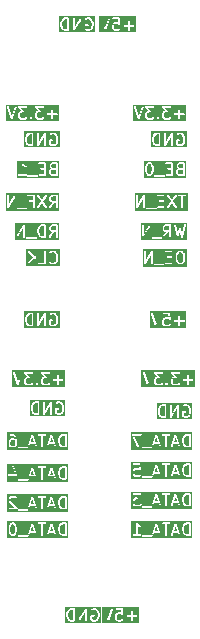
<source format=gbr>
%TF.GenerationSoftware,KiCad,Pcbnew,8.0.4*%
%TF.CreationDate,2024-09-14T20:21:27+07:00*%
%TF.ProjectId,FT600_RP2040,46543630-305f-4525-9032-3034302e6b69,rev?*%
%TF.SameCoordinates,PX7735940PY61c06a0*%
%TF.FileFunction,Legend,Bot*%
%TF.FilePolarity,Positive*%
%FSLAX46Y46*%
G04 Gerber Fmt 4.6, Leading zero omitted, Abs format (unit mm)*
G04 Created by KiCad (PCBNEW 8.0.4) date 2024-09-14 20:21:27*
%MOMM*%
%LPD*%
G01*
G04 APERTURE LIST*
%ADD10C,0.150000*%
%ADD11C,2.580000*%
%ADD12C,0.800000*%
%ADD13C,6.400000*%
%ADD14O,1.800000X1.800000*%
%ADD15O,1.500000X1.500000*%
%ADD16R,1.700000X1.700000*%
%ADD17O,1.700000X1.700000*%
%ADD18R,3.200000X4.900000*%
G04 APERTURE END LIST*
D10*
G36*
X18847890Y43944070D02*
G01*
X14334842Y43944070D01*
X14334842Y45120801D01*
X14445953Y45120801D01*
X14449213Y45106464D01*
X14782546Y44106464D01*
X14788540Y44093039D01*
X14792050Y44088992D01*
X14794447Y44084198D01*
X14801555Y44078033D01*
X14807714Y44070932D01*
X14812503Y44068538D01*
X14816554Y44065024D01*
X14825479Y44062050D01*
X14833887Y44057845D01*
X14839231Y44057466D01*
X14844317Y44055770D01*
X14853697Y44056437D01*
X14863077Y44055770D01*
X14868162Y44057466D01*
X14873507Y44057845D01*
X14881917Y44062051D01*
X14890839Y44065024D01*
X14894886Y44068535D01*
X14899680Y44070931D01*
X14905843Y44078037D01*
X14912947Y44084198D01*
X14915342Y44088990D01*
X14918854Y44093038D01*
X14924848Y44106464D01*
X15075611Y44558753D01*
X15397745Y44558753D01*
X15397745Y44320658D01*
X15399186Y44306026D01*
X15400217Y44303537D01*
X15400408Y44300849D01*
X15405663Y44287117D01*
X15453282Y44191879D01*
X15457245Y44185583D01*
X15458003Y44183753D01*
X15459692Y44181695D01*
X15461114Y44179436D01*
X15462612Y44178137D01*
X15467330Y44172388D01*
X15514949Y44124768D01*
X15520698Y44120050D01*
X15521999Y44118550D01*
X15524258Y44117128D01*
X15526315Y44115440D01*
X15528142Y44114683D01*
X15534442Y44110718D01*
X15629680Y44063099D01*
X15643411Y44057844D01*
X15646100Y44057653D01*
X15648589Y44056622D01*
X15663221Y44055181D01*
X15948935Y44055181D01*
X15963567Y44056622D01*
X15966056Y44057654D01*
X15968744Y44057844D01*
X15982476Y44063099D01*
X16077714Y44110718D01*
X16084013Y44114683D01*
X16085841Y44115440D01*
X16087897Y44117128D01*
X16090157Y44118550D01*
X16091457Y44120050D01*
X16097207Y44124768D01*
X16144825Y44172387D01*
X16154153Y44183753D01*
X16157747Y44192431D01*
X16351566Y44192431D01*
X16351566Y44163168D01*
X16356603Y44151009D01*
X16362765Y44136132D01*
X16372092Y44124767D01*
X16419711Y44077148D01*
X16431076Y44067821D01*
X16458112Y44056622D01*
X16458113Y44056622D01*
X16487375Y44056622D01*
X16487376Y44056622D01*
X16514412Y44067821D01*
X16525777Y44077148D01*
X16573396Y44124767D01*
X16582723Y44136132D01*
X16593922Y44163168D01*
X16593922Y44192431D01*
X16593876Y44192541D01*
X16582724Y44219467D01*
X16573396Y44230833D01*
X16525778Y44278452D01*
X16514412Y44287780D01*
X16514411Y44287781D01*
X16498574Y44294341D01*
X16487376Y44298979D01*
X16487375Y44298979D01*
X16458112Y44298979D01*
X16446914Y44294341D01*
X16431077Y44287781D01*
X16431076Y44287780D01*
X16419710Y44278452D01*
X16372091Y44230832D01*
X16362764Y44219467D01*
X16351566Y44192431D01*
X16157747Y44192431D01*
X16165351Y44210789D01*
X16165351Y44240052D01*
X16154152Y44267088D01*
X16133459Y44287781D01*
X16106423Y44298979D01*
X16077160Y44298979D01*
X16050124Y44287780D01*
X16038758Y44278452D01*
X15999745Y44239439D01*
X15931230Y44205181D01*
X15680926Y44205181D01*
X15612410Y44239439D01*
X15582003Y44269847D01*
X15547745Y44338363D01*
X15547745Y44541048D01*
X15556598Y44558753D01*
X16826316Y44558753D01*
X16826316Y44320658D01*
X16827757Y44306026D01*
X16828788Y44303537D01*
X16828979Y44300849D01*
X16834234Y44287117D01*
X16881853Y44191879D01*
X16885816Y44185583D01*
X16886574Y44183753D01*
X16888263Y44181695D01*
X16889685Y44179436D01*
X16891183Y44178137D01*
X16895901Y44172388D01*
X16943520Y44124768D01*
X16949269Y44120050D01*
X16950570Y44118550D01*
X16952829Y44117128D01*
X16954886Y44115440D01*
X16956713Y44114683D01*
X16963013Y44110718D01*
X17058251Y44063099D01*
X17071982Y44057844D01*
X17074671Y44057653D01*
X17077160Y44056622D01*
X17091792Y44055181D01*
X17377506Y44055181D01*
X17392138Y44056622D01*
X17394627Y44057654D01*
X17397315Y44057844D01*
X17411047Y44063099D01*
X17506285Y44110718D01*
X17512584Y44114683D01*
X17514412Y44115440D01*
X17516468Y44117128D01*
X17518728Y44118550D01*
X17520028Y44120050D01*
X17525778Y44124768D01*
X17573396Y44172387D01*
X17582724Y44183753D01*
X17593922Y44210789D01*
X17593922Y44240052D01*
X17582723Y44267088D01*
X17562030Y44287781D01*
X17534994Y44298979D01*
X17505731Y44298979D01*
X17478695Y44287780D01*
X17467329Y44278452D01*
X17428316Y44239439D01*
X17359801Y44205181D01*
X17109497Y44205181D01*
X17040981Y44239439D01*
X17010574Y44269847D01*
X16976316Y44338363D01*
X16976316Y44525766D01*
X17827757Y44525766D01*
X17827757Y44496502D01*
X17838956Y44469466D01*
X17859648Y44448774D01*
X17886684Y44437575D01*
X17901316Y44436134D01*
X18207268Y44436134D01*
X18207268Y44130181D01*
X18208709Y44115549D01*
X18219908Y44088513D01*
X18240600Y44067821D01*
X18267636Y44056622D01*
X18296900Y44056622D01*
X18323936Y44067821D01*
X18344628Y44088513D01*
X18355827Y44115549D01*
X18357268Y44130181D01*
X18357268Y44436134D01*
X18663220Y44436134D01*
X18677852Y44437575D01*
X18704888Y44448774D01*
X18725580Y44469466D01*
X18736779Y44496502D01*
X18736779Y44525766D01*
X18725580Y44552802D01*
X18704888Y44573494D01*
X18677852Y44584693D01*
X18663220Y44586134D01*
X18357268Y44586134D01*
X18357268Y44892086D01*
X18355827Y44906718D01*
X18344628Y44933754D01*
X18323936Y44954446D01*
X18296900Y44965645D01*
X18267636Y44965645D01*
X18240600Y44954446D01*
X18219908Y44933754D01*
X18208709Y44906718D01*
X18207268Y44892086D01*
X18207268Y44586134D01*
X17901316Y44586134D01*
X17886684Y44584693D01*
X17859648Y44573494D01*
X17838956Y44552802D01*
X17827757Y44525766D01*
X16976316Y44525766D01*
X16976316Y44541048D01*
X17010574Y44609564D01*
X17040981Y44639971D01*
X17109497Y44674229D01*
X17234649Y44674229D01*
X17242387Y44674992D01*
X17244355Y44674860D01*
X17245710Y44675319D01*
X17249281Y44675670D01*
X17260538Y44680334D01*
X17272076Y44684235D01*
X17273980Y44685901D01*
X17276317Y44686869D01*
X17284927Y44695480D01*
X17294100Y44703505D01*
X17295222Y44705775D01*
X17297009Y44707561D01*
X17301669Y44718812D01*
X17307072Y44729737D01*
X17307240Y44732261D01*
X17308208Y44734597D01*
X17308208Y44746782D01*
X17309018Y44758935D01*
X17308208Y44761331D01*
X17308208Y44763861D01*
X17303544Y44775119D01*
X17299643Y44786656D01*
X17297557Y44789574D01*
X17297009Y44790897D01*
X17295613Y44792293D01*
X17291092Y44798617D01*
X17066598Y45055181D01*
X17520363Y45055181D01*
X17534995Y45056622D01*
X17562031Y45067821D01*
X17582723Y45088513D01*
X17593922Y45115549D01*
X17593922Y45144813D01*
X17582723Y45171849D01*
X17562031Y45192541D01*
X17534995Y45203740D01*
X17520363Y45205181D01*
X16901316Y45205181D01*
X16893577Y45204419D01*
X16891610Y45204550D01*
X16890254Y45204092D01*
X16886684Y45203740D01*
X16875426Y45199077D01*
X16863889Y45195175D01*
X16861984Y45193510D01*
X16859648Y45192541D01*
X16851037Y45183931D01*
X16841865Y45175905D01*
X16840742Y45173636D01*
X16838956Y45171849D01*
X16834295Y45160599D01*
X16828893Y45149673D01*
X16828724Y45147150D01*
X16827757Y45144813D01*
X16827757Y45132629D01*
X16826947Y45120475D01*
X16827757Y45118080D01*
X16827757Y45115549D01*
X16832420Y45104292D01*
X16836322Y45092754D01*
X16838407Y45089837D01*
X16838956Y45088513D01*
X16840351Y45087118D01*
X16844873Y45080793D01*
X17071768Y44821485D01*
X17058251Y44816311D01*
X16963013Y44768692D01*
X16956713Y44764728D01*
X16954886Y44763970D01*
X16952829Y44762282D01*
X16950570Y44760860D01*
X16949270Y44759362D01*
X16943521Y44754643D01*
X16895902Y44707024D01*
X16891183Y44701275D01*
X16889685Y44699975D01*
X16888263Y44697716D01*
X16886575Y44695659D01*
X16885817Y44693832D01*
X16881853Y44687532D01*
X16834234Y44592294D01*
X16828979Y44578562D01*
X16828788Y44575875D01*
X16827757Y44573385D01*
X16826316Y44558753D01*
X15556598Y44558753D01*
X15582003Y44609564D01*
X15612410Y44639971D01*
X15680926Y44674229D01*
X15806078Y44674229D01*
X15813816Y44674992D01*
X15815784Y44674860D01*
X15817139Y44675319D01*
X15820710Y44675670D01*
X15831967Y44680334D01*
X15843505Y44684235D01*
X15845409Y44685901D01*
X15847746Y44686869D01*
X15856356Y44695480D01*
X15865529Y44703505D01*
X15866651Y44705775D01*
X15868438Y44707561D01*
X15873098Y44718812D01*
X15878501Y44729737D01*
X15878669Y44732261D01*
X15879637Y44734597D01*
X15879637Y44746782D01*
X15880447Y44758935D01*
X15879637Y44761331D01*
X15879637Y44763861D01*
X15874973Y44775119D01*
X15871072Y44786656D01*
X15868986Y44789574D01*
X15868438Y44790897D01*
X15867042Y44792293D01*
X15862521Y44798617D01*
X15638027Y45055181D01*
X16091792Y45055181D01*
X16106424Y45056622D01*
X16133460Y45067821D01*
X16154152Y45088513D01*
X16165351Y45115549D01*
X16165351Y45144813D01*
X16154152Y45171849D01*
X16133460Y45192541D01*
X16106424Y45203740D01*
X16091792Y45205181D01*
X15472745Y45205181D01*
X15465006Y45204419D01*
X15463039Y45204550D01*
X15461683Y45204092D01*
X15458113Y45203740D01*
X15446855Y45199077D01*
X15435318Y45195175D01*
X15433413Y45193510D01*
X15431077Y45192541D01*
X15422466Y45183931D01*
X15413294Y45175905D01*
X15412171Y45173636D01*
X15410385Y45171849D01*
X15405724Y45160599D01*
X15400322Y45149673D01*
X15400153Y45147150D01*
X15399186Y45144813D01*
X15399186Y45132629D01*
X15398376Y45120475D01*
X15399186Y45118080D01*
X15399186Y45115549D01*
X15403849Y45104292D01*
X15407751Y45092754D01*
X15409836Y45089837D01*
X15410385Y45088513D01*
X15411780Y45087118D01*
X15416302Y45080793D01*
X15643197Y44821485D01*
X15629680Y44816311D01*
X15534442Y44768692D01*
X15528142Y44764728D01*
X15526315Y44763970D01*
X15524258Y44762282D01*
X15521999Y44760860D01*
X15520699Y44759362D01*
X15514950Y44754643D01*
X15467331Y44707024D01*
X15462612Y44701275D01*
X15461114Y44699975D01*
X15459692Y44697716D01*
X15458004Y44695659D01*
X15457246Y44693832D01*
X15453282Y44687532D01*
X15405663Y44592294D01*
X15400408Y44578562D01*
X15400217Y44575875D01*
X15399186Y44573385D01*
X15397745Y44558753D01*
X15075611Y44558753D01*
X15258181Y45106464D01*
X15261441Y45120800D01*
X15259366Y45149990D01*
X15246280Y45176164D01*
X15224172Y45195338D01*
X15196410Y45204592D01*
X15167220Y45202517D01*
X15141047Y45189430D01*
X15121873Y45167323D01*
X15115879Y45153898D01*
X14853697Y44367352D01*
X14591515Y45153898D01*
X14585521Y45167324D01*
X14566347Y45189431D01*
X14540174Y45202517D01*
X14510984Y45204592D01*
X14483221Y45195338D01*
X14461114Y45176164D01*
X14448028Y45149991D01*
X14445953Y45120801D01*
X14334842Y45120801D01*
X14334842Y45316292D01*
X18847890Y45316292D01*
X18847890Y43944070D01*
G37*
G36*
X16487734Y14240896D02*
G01*
X16219658Y14240896D01*
X16353696Y14643011D01*
X16487734Y14240896D01*
G37*
G36*
X19088220Y13955181D02*
G01*
X18937295Y13955181D01*
X18822782Y13993352D01*
X18748669Y14067466D01*
X18710175Y14144453D01*
X18666792Y14317987D01*
X18666792Y14442376D01*
X18710175Y14615910D01*
X18748669Y14692897D01*
X18822782Y14767010D01*
X18937295Y14805181D01*
X19088220Y14805181D01*
X19088220Y13955181D01*
G37*
G36*
X18106782Y14240896D02*
G01*
X17838706Y14240896D01*
X17972744Y14643011D01*
X18106782Y14240896D01*
G37*
G36*
X19349331Y13598832D02*
G01*
X14215204Y13598832D01*
X14215204Y13799575D01*
X15089661Y13799575D01*
X15089661Y13770311D01*
X15100860Y13743275D01*
X15121552Y13722583D01*
X15148588Y13711384D01*
X15163220Y13709943D01*
X15925125Y13709943D01*
X15939757Y13711384D01*
X15966793Y13722583D01*
X15987485Y13743275D01*
X15998684Y13770311D01*
X15998684Y13799575D01*
X15993736Y13811519D01*
X16010983Y13805770D01*
X16040173Y13807845D01*
X16066346Y13820931D01*
X16085520Y13843038D01*
X16091514Y13856464D01*
X16169658Y14090896D01*
X16537734Y14090896D01*
X16615878Y13856464D01*
X16621872Y13843039D01*
X16641046Y13820932D01*
X16667219Y13807845D01*
X16696409Y13805770D01*
X16724171Y13815024D01*
X16746279Y13834198D01*
X16759365Y13860372D01*
X16761440Y13889562D01*
X16758180Y13903898D01*
X16427875Y14894813D01*
X16803947Y14894813D01*
X16803947Y14865549D01*
X16815146Y14838513D01*
X16835838Y14817821D01*
X16862874Y14806622D01*
X16877506Y14805181D01*
X17088220Y14805181D01*
X17088220Y13880181D01*
X17089661Y13865549D01*
X17100860Y13838513D01*
X17121552Y13817821D01*
X17148588Y13806622D01*
X17177852Y13806622D01*
X17204888Y13817821D01*
X17225580Y13838513D01*
X17236779Y13865549D01*
X17238220Y13880181D01*
X17238220Y13889561D01*
X17565000Y13889561D01*
X17567075Y13860371D01*
X17580161Y13834198D01*
X17602268Y13815024D01*
X17630031Y13805770D01*
X17659221Y13807845D01*
X17685394Y13820931D01*
X17704568Y13843038D01*
X17710562Y13856464D01*
X17788706Y14090896D01*
X18156782Y14090896D01*
X18234926Y13856464D01*
X18240920Y13843039D01*
X18260094Y13820932D01*
X18286267Y13807845D01*
X18315457Y13805770D01*
X18343219Y13815024D01*
X18365327Y13834198D01*
X18378413Y13860372D01*
X18380488Y13889562D01*
X18377228Y13903898D01*
X18194658Y14451610D01*
X18516792Y14451610D01*
X18516792Y14308753D01*
X18517043Y14306200D01*
X18516881Y14305107D01*
X18517690Y14299634D01*
X18518233Y14294121D01*
X18518655Y14293100D01*
X18519031Y14290563D01*
X18566650Y14100087D01*
X18567035Y14099008D01*
X18567074Y14098468D01*
X18569401Y14092387D01*
X18571597Y14086241D01*
X18571919Y14085806D01*
X18572329Y14084736D01*
X18619948Y13989498D01*
X18623911Y13983202D01*
X18624669Y13981372D01*
X18626358Y13979314D01*
X18627780Y13977055D01*
X18629278Y13975756D01*
X18633997Y13970006D01*
X18729235Y13874767D01*
X18740600Y13865439D01*
X18743090Y13864408D01*
X18745125Y13862643D01*
X18758551Y13856649D01*
X18901407Y13809030D01*
X18908662Y13807381D01*
X18910493Y13806622D01*
X18913146Y13806361D01*
X18915744Y13805770D01*
X18917718Y13805911D01*
X18925125Y13805181D01*
X19163220Y13805181D01*
X19177852Y13806622D01*
X19204888Y13817821D01*
X19225580Y13838513D01*
X19236779Y13865549D01*
X19238220Y13880181D01*
X19238220Y14880181D01*
X19236779Y14894813D01*
X19225580Y14921849D01*
X19204888Y14942541D01*
X19177852Y14953740D01*
X19163220Y14955181D01*
X18925125Y14955181D01*
X18917718Y14954452D01*
X18915744Y14954592D01*
X18913146Y14954002D01*
X18910493Y14953740D01*
X18908662Y14952982D01*
X18901407Y14951332D01*
X18758551Y14903713D01*
X18745125Y14897719D01*
X18743090Y14895955D01*
X18740600Y14894923D01*
X18729235Y14885595D01*
X18633997Y14790357D01*
X18629278Y14784608D01*
X18627780Y14783308D01*
X18626358Y14781049D01*
X18624670Y14778992D01*
X18623912Y14777165D01*
X18619948Y14770865D01*
X18572329Y14675627D01*
X18571919Y14674558D01*
X18571597Y14674122D01*
X18569401Y14667977D01*
X18567074Y14661895D01*
X18567035Y14661356D01*
X18566650Y14660276D01*
X18519031Y14469800D01*
X18518655Y14467264D01*
X18518233Y14466242D01*
X18517690Y14460730D01*
X18516881Y14455256D01*
X18517043Y14454164D01*
X18516792Y14451610D01*
X18194658Y14451610D01*
X18043895Y14903898D01*
X18037901Y14917324D01*
X18034389Y14921373D01*
X18031994Y14926164D01*
X18024890Y14932326D01*
X18018727Y14939431D01*
X18013933Y14941828D01*
X18009886Y14945338D01*
X18000964Y14948312D01*
X17992554Y14952517D01*
X17987209Y14952897D01*
X17982124Y14954592D01*
X17972744Y14953926D01*
X17963364Y14954592D01*
X17958278Y14952897D01*
X17952934Y14952517D01*
X17944526Y14948313D01*
X17935601Y14945338D01*
X17931550Y14941825D01*
X17926761Y14939430D01*
X17920602Y14932330D01*
X17913494Y14926164D01*
X17911097Y14921371D01*
X17907587Y14917323D01*
X17901593Y14903898D01*
X17568260Y13903898D01*
X17565000Y13889561D01*
X17238220Y13889561D01*
X17238220Y14805181D01*
X17448934Y14805181D01*
X17463566Y14806622D01*
X17490602Y14817821D01*
X17511294Y14838513D01*
X17522493Y14865549D01*
X17522493Y14894813D01*
X17511294Y14921849D01*
X17490602Y14942541D01*
X17463566Y14953740D01*
X17448934Y14955181D01*
X16877506Y14955181D01*
X16862874Y14953740D01*
X16835838Y14942541D01*
X16815146Y14921849D01*
X16803947Y14894813D01*
X16427875Y14894813D01*
X16424847Y14903898D01*
X16418853Y14917324D01*
X16415341Y14921373D01*
X16412946Y14926164D01*
X16405842Y14932326D01*
X16399679Y14939431D01*
X16394885Y14941828D01*
X16390838Y14945338D01*
X16381916Y14948312D01*
X16373506Y14952517D01*
X16368161Y14952897D01*
X16363076Y14954592D01*
X16353696Y14953926D01*
X16344316Y14954592D01*
X16339230Y14952897D01*
X16333886Y14952517D01*
X16325478Y14948313D01*
X16316553Y14945338D01*
X16312502Y14941825D01*
X16307713Y14939430D01*
X16301554Y14932330D01*
X16294446Y14926164D01*
X16292049Y14921371D01*
X16288539Y14917323D01*
X16282545Y14903898D01*
X15949212Y13903898D01*
X15945952Y13889561D01*
X15948027Y13860371D01*
X15951365Y13853694D01*
X15939757Y13858502D01*
X15925125Y13859943D01*
X15163220Y13859943D01*
X15148588Y13858502D01*
X15121552Y13847303D01*
X15100860Y13826611D01*
X15089661Y13799575D01*
X14215204Y13799575D01*
X14215204Y14308753D01*
X14326315Y14308753D01*
X14326315Y14070658D01*
X14327756Y14056026D01*
X14328787Y14053537D01*
X14328978Y14050849D01*
X14334233Y14037117D01*
X14381852Y13941879D01*
X14385815Y13935583D01*
X14386573Y13933753D01*
X14388262Y13931695D01*
X14389684Y13929436D01*
X14391182Y13928137D01*
X14395900Y13922388D01*
X14443519Y13874768D01*
X14449268Y13870050D01*
X14450569Y13868550D01*
X14452828Y13867128D01*
X14454885Y13865440D01*
X14456712Y13864683D01*
X14463012Y13860718D01*
X14558250Y13813099D01*
X14571981Y13807844D01*
X14574670Y13807653D01*
X14577159Y13806622D01*
X14591791Y13805181D01*
X14829886Y13805181D01*
X14844518Y13806622D01*
X14847007Y13807654D01*
X14849695Y13807844D01*
X14863427Y13813099D01*
X14958665Y13860718D01*
X14964964Y13864683D01*
X14966792Y13865440D01*
X14968848Y13867128D01*
X14971108Y13868550D01*
X14972408Y13870050D01*
X14978158Y13874768D01*
X15025776Y13922387D01*
X15035104Y13933753D01*
X15046302Y13960789D01*
X15046302Y13990052D01*
X15035103Y14017088D01*
X15014410Y14037781D01*
X14987374Y14048979D01*
X14958111Y14048979D01*
X14931075Y14037780D01*
X14919709Y14028452D01*
X14880696Y13989439D01*
X14812181Y13955181D01*
X14609496Y13955181D01*
X14540980Y13989439D01*
X14510573Y14019847D01*
X14476315Y14088363D01*
X14476315Y14291048D01*
X14510573Y14359564D01*
X14540980Y14389971D01*
X14609496Y14424229D01*
X14812181Y14424229D01*
X14880697Y14389971D01*
X14919710Y14350958D01*
X14931075Y14341631D01*
X14934563Y14340186D01*
X14937487Y14337794D01*
X14947984Y14334627D01*
X14958111Y14330432D01*
X14961887Y14330432D01*
X14965503Y14329341D01*
X14976413Y14330432D01*
X14987374Y14330432D01*
X14990862Y14331878D01*
X14994622Y14332253D01*
X15004285Y14337438D01*
X15014410Y14341631D01*
X15017080Y14344302D01*
X15020409Y14346087D01*
X15027354Y14354576D01*
X15035103Y14362324D01*
X15036547Y14365811D01*
X15038940Y14368735D01*
X15042108Y14379236D01*
X15046302Y14389360D01*
X15046302Y14393136D01*
X15047393Y14396751D01*
X15047371Y14411454D01*
X14999752Y14887644D01*
X14998683Y14892977D01*
X14998683Y14894813D01*
X14997969Y14896536D01*
X14996862Y14902060D01*
X14991679Y14911720D01*
X14987484Y14921849D01*
X14984812Y14924521D01*
X14983028Y14927847D01*
X14974545Y14934788D01*
X14966792Y14942541D01*
X14963303Y14943987D01*
X14960380Y14946378D01*
X14949882Y14949546D01*
X14939756Y14953740D01*
X14934150Y14954293D01*
X14932364Y14954831D01*
X14930535Y14954649D01*
X14925124Y14955181D01*
X14448934Y14955181D01*
X14434302Y14953740D01*
X14407266Y14942541D01*
X14386574Y14921849D01*
X14375375Y14894813D01*
X14375375Y14865549D01*
X14386574Y14838513D01*
X14407266Y14817821D01*
X14434302Y14806622D01*
X14448934Y14805181D01*
X14857250Y14805181D01*
X14882068Y14556991D01*
X14863427Y14566311D01*
X14849695Y14571566D01*
X14847007Y14571757D01*
X14844518Y14572788D01*
X14829886Y14574229D01*
X14591791Y14574229D01*
X14577159Y14572788D01*
X14574670Y14571758D01*
X14571981Y14571566D01*
X14558250Y14566311D01*
X14463012Y14518692D01*
X14456712Y14514728D01*
X14454885Y14513970D01*
X14452828Y14512282D01*
X14450569Y14510860D01*
X14449269Y14509362D01*
X14443520Y14504643D01*
X14395901Y14457024D01*
X14391182Y14451275D01*
X14389684Y14449975D01*
X14388262Y14447716D01*
X14386574Y14445659D01*
X14385816Y14443832D01*
X14381852Y14437532D01*
X14334233Y14342294D01*
X14328978Y14328562D01*
X14328787Y14325875D01*
X14327756Y14323385D01*
X14326315Y14308753D01*
X14215204Y14308753D01*
X14215204Y15066292D01*
X19349331Y15066292D01*
X19349331Y13598832D01*
G37*
G36*
X5987734Y16740896D02*
G01*
X5719658Y16740896D01*
X5853696Y17143011D01*
X5987734Y16740896D01*
G37*
G36*
X4333078Y16889971D02*
G01*
X4363485Y16859564D01*
X4397743Y16791048D01*
X4397743Y16588363D01*
X4363484Y16519847D01*
X4333077Y16489439D01*
X4264562Y16455181D01*
X4109496Y16455181D01*
X4040980Y16489439D01*
X4010573Y16519847D01*
X3976315Y16588363D01*
X3976315Y16791048D01*
X4010573Y16859564D01*
X4040980Y16889971D01*
X4109496Y16924229D01*
X4264562Y16924229D01*
X4333078Y16889971D01*
G37*
G36*
X8588220Y16455181D02*
G01*
X8437295Y16455181D01*
X8322782Y16493352D01*
X8248669Y16567466D01*
X8210175Y16644453D01*
X8166792Y16817987D01*
X8166792Y16942376D01*
X8210175Y17115910D01*
X8248669Y17192897D01*
X8322782Y17267010D01*
X8437295Y17305181D01*
X8588220Y17305181D01*
X8588220Y16455181D01*
G37*
G36*
X7606782Y16740896D02*
G01*
X7338706Y16740896D01*
X7472744Y17143011D01*
X7606782Y16740896D01*
G37*
G36*
X8849331Y16098832D02*
G01*
X3715204Y16098832D01*
X3715204Y16299575D01*
X4589661Y16299575D01*
X4589661Y16270311D01*
X4600860Y16243275D01*
X4621552Y16222583D01*
X4648588Y16211384D01*
X4663220Y16209943D01*
X5425125Y16209943D01*
X5439757Y16211384D01*
X5466793Y16222583D01*
X5487485Y16243275D01*
X5498684Y16270311D01*
X5498684Y16299575D01*
X5493736Y16311519D01*
X5510983Y16305770D01*
X5540173Y16307845D01*
X5566346Y16320931D01*
X5585520Y16343038D01*
X5591514Y16356464D01*
X5669658Y16590896D01*
X6037734Y16590896D01*
X6115878Y16356464D01*
X6121872Y16343039D01*
X6141046Y16320932D01*
X6167219Y16307845D01*
X6196409Y16305770D01*
X6224171Y16315024D01*
X6246279Y16334198D01*
X6259365Y16360372D01*
X6261440Y16389562D01*
X6258180Y16403898D01*
X5927875Y17394813D01*
X6303947Y17394813D01*
X6303947Y17365549D01*
X6315146Y17338513D01*
X6335838Y17317821D01*
X6362874Y17306622D01*
X6377506Y17305181D01*
X6588220Y17305181D01*
X6588220Y16380181D01*
X6589661Y16365549D01*
X6600860Y16338513D01*
X6621552Y16317821D01*
X6648588Y16306622D01*
X6677852Y16306622D01*
X6704888Y16317821D01*
X6725580Y16338513D01*
X6736779Y16365549D01*
X6738220Y16380181D01*
X6738220Y16389561D01*
X7065000Y16389561D01*
X7067075Y16360371D01*
X7080161Y16334198D01*
X7102268Y16315024D01*
X7130031Y16305770D01*
X7159221Y16307845D01*
X7185394Y16320931D01*
X7204568Y16343038D01*
X7210562Y16356464D01*
X7288706Y16590896D01*
X7656782Y16590896D01*
X7734926Y16356464D01*
X7740920Y16343039D01*
X7760094Y16320932D01*
X7786267Y16307845D01*
X7815457Y16305770D01*
X7843219Y16315024D01*
X7865327Y16334198D01*
X7878413Y16360372D01*
X7880488Y16389562D01*
X7877228Y16403898D01*
X7694658Y16951610D01*
X8016792Y16951610D01*
X8016792Y16808753D01*
X8017043Y16806200D01*
X8016881Y16805107D01*
X8017690Y16799634D01*
X8018233Y16794121D01*
X8018655Y16793100D01*
X8019031Y16790563D01*
X8066650Y16600087D01*
X8067035Y16599008D01*
X8067074Y16598468D01*
X8069401Y16592387D01*
X8071597Y16586241D01*
X8071919Y16585806D01*
X8072329Y16584736D01*
X8119948Y16489498D01*
X8123911Y16483202D01*
X8124669Y16481372D01*
X8126358Y16479314D01*
X8127780Y16477055D01*
X8129278Y16475756D01*
X8133997Y16470006D01*
X8229235Y16374767D01*
X8240600Y16365439D01*
X8243090Y16364408D01*
X8245125Y16362643D01*
X8258551Y16356649D01*
X8401407Y16309030D01*
X8408662Y16307381D01*
X8410493Y16306622D01*
X8413146Y16306361D01*
X8415744Y16305770D01*
X8417718Y16305911D01*
X8425125Y16305181D01*
X8663220Y16305181D01*
X8677852Y16306622D01*
X8704888Y16317821D01*
X8725580Y16338513D01*
X8736779Y16365549D01*
X8738220Y16380181D01*
X8738220Y17380181D01*
X8736779Y17394813D01*
X8725580Y17421849D01*
X8704888Y17442541D01*
X8677852Y17453740D01*
X8663220Y17455181D01*
X8425125Y17455181D01*
X8417718Y17454452D01*
X8415744Y17454592D01*
X8413146Y17454002D01*
X8410493Y17453740D01*
X8408662Y17452982D01*
X8401407Y17451332D01*
X8258551Y17403713D01*
X8245125Y17397719D01*
X8243090Y17395955D01*
X8240600Y17394923D01*
X8229235Y17385595D01*
X8133997Y17290357D01*
X8129278Y17284608D01*
X8127780Y17283308D01*
X8126358Y17281049D01*
X8124670Y17278992D01*
X8123912Y17277165D01*
X8119948Y17270865D01*
X8072329Y17175627D01*
X8071919Y17174558D01*
X8071597Y17174122D01*
X8069401Y17167977D01*
X8067074Y17161895D01*
X8067035Y17161356D01*
X8066650Y17160276D01*
X8019031Y16969800D01*
X8018655Y16967264D01*
X8018233Y16966242D01*
X8017690Y16960730D01*
X8016881Y16955256D01*
X8017043Y16954164D01*
X8016792Y16951610D01*
X7694658Y16951610D01*
X7543895Y17403898D01*
X7537901Y17417324D01*
X7534389Y17421373D01*
X7531994Y17426164D01*
X7524890Y17432326D01*
X7518727Y17439431D01*
X7513933Y17441828D01*
X7509886Y17445338D01*
X7500964Y17448312D01*
X7492554Y17452517D01*
X7487209Y17452897D01*
X7482124Y17454592D01*
X7472744Y17453926D01*
X7463364Y17454592D01*
X7458278Y17452897D01*
X7452934Y17452517D01*
X7444526Y17448313D01*
X7435601Y17445338D01*
X7431550Y17441825D01*
X7426761Y17439430D01*
X7420602Y17432330D01*
X7413494Y17426164D01*
X7411097Y17421371D01*
X7407587Y17417323D01*
X7401593Y17403898D01*
X7068260Y16403898D01*
X7065000Y16389561D01*
X6738220Y16389561D01*
X6738220Y17305181D01*
X6948934Y17305181D01*
X6963566Y17306622D01*
X6990602Y17317821D01*
X7011294Y17338513D01*
X7022493Y17365549D01*
X7022493Y17394813D01*
X7011294Y17421849D01*
X6990602Y17442541D01*
X6963566Y17453740D01*
X6948934Y17455181D01*
X6377506Y17455181D01*
X6362874Y17453740D01*
X6335838Y17442541D01*
X6315146Y17421849D01*
X6303947Y17394813D01*
X5927875Y17394813D01*
X5924847Y17403898D01*
X5918853Y17417324D01*
X5915341Y17421373D01*
X5912946Y17426164D01*
X5905842Y17432326D01*
X5899679Y17439431D01*
X5894885Y17441828D01*
X5890838Y17445338D01*
X5881916Y17448312D01*
X5873506Y17452517D01*
X5868161Y17452897D01*
X5863076Y17454592D01*
X5853696Y17453926D01*
X5844316Y17454592D01*
X5839230Y17452897D01*
X5833886Y17452517D01*
X5825478Y17448313D01*
X5816553Y17445338D01*
X5812502Y17441825D01*
X5807713Y17439430D01*
X5801554Y17432330D01*
X5794446Y17426164D01*
X5792049Y17421371D01*
X5788539Y17417323D01*
X5782545Y17403898D01*
X5449212Y16403898D01*
X5445952Y16389561D01*
X5448027Y16360371D01*
X5451365Y16353694D01*
X5439757Y16358502D01*
X5425125Y16359943D01*
X4663220Y16359943D01*
X4648588Y16358502D01*
X4621552Y16347303D01*
X4600860Y16326611D01*
X4589661Y16299575D01*
X3715204Y16299575D01*
X3715204Y16808753D01*
X3826315Y16808753D01*
X3826315Y16570658D01*
X3827756Y16556026D01*
X3828787Y16553537D01*
X3828978Y16550849D01*
X3834233Y16537117D01*
X3881852Y16441879D01*
X3885815Y16435583D01*
X3886573Y16433753D01*
X3888262Y16431695D01*
X3889684Y16429436D01*
X3891182Y16428137D01*
X3895900Y16422388D01*
X3943519Y16374768D01*
X3949268Y16370050D01*
X3950569Y16368550D01*
X3952828Y16367128D01*
X3954885Y16365440D01*
X3956712Y16364683D01*
X3963012Y16360718D01*
X4058250Y16313099D01*
X4071981Y16307844D01*
X4074670Y16307653D01*
X4077159Y16306622D01*
X4091791Y16305181D01*
X4282267Y16305181D01*
X4296899Y16306622D01*
X4299388Y16307654D01*
X4302076Y16307844D01*
X4315808Y16313099D01*
X4411046Y16360718D01*
X4417345Y16364683D01*
X4419173Y16365440D01*
X4421229Y16367128D01*
X4423489Y16368550D01*
X4424789Y16370050D01*
X4430539Y16374768D01*
X4478157Y16422387D01*
X4482875Y16428137D01*
X4484374Y16429436D01*
X4485795Y16431695D01*
X4487485Y16433753D01*
X4488242Y16435583D01*
X4492206Y16441879D01*
X4539825Y16537117D01*
X4545080Y16550848D01*
X4545271Y16553538D01*
X4546302Y16556026D01*
X4547743Y16570658D01*
X4547743Y16951610D01*
X4547491Y16954164D01*
X4547654Y16955256D01*
X4546844Y16960730D01*
X4546302Y16966242D01*
X4545879Y16967264D01*
X4545504Y16969800D01*
X4497885Y17160276D01*
X4494803Y17168900D01*
X4494445Y17170714D01*
X4493567Y17172360D01*
X4492938Y17174122D01*
X4491832Y17175614D01*
X4487528Y17183688D01*
X4392290Y17326546D01*
X4392255Y17326589D01*
X4392246Y17326611D01*
X4387757Y17332080D01*
X4382974Y17337921D01*
X4382952Y17337936D01*
X4382919Y17337976D01*
X4335300Y17385595D01*
X4329550Y17390314D01*
X4328251Y17391812D01*
X4325991Y17393234D01*
X4323935Y17394922D01*
X4322107Y17395680D01*
X4315808Y17399644D01*
X4220570Y17447263D01*
X4206838Y17452518D01*
X4204150Y17452709D01*
X4201661Y17453740D01*
X4187029Y17455181D01*
X3996553Y17455181D01*
X3981921Y17453740D01*
X3954885Y17442541D01*
X3934193Y17421849D01*
X3922994Y17394813D01*
X3922994Y17365549D01*
X3934193Y17338513D01*
X3954885Y17317821D01*
X3981921Y17306622D01*
X3996553Y17305181D01*
X4169324Y17305181D01*
X4237840Y17270923D01*
X4271600Y17237163D01*
X4355514Y17111292D01*
X4374038Y17037196D01*
X4315808Y17066311D01*
X4302076Y17071566D01*
X4299388Y17071757D01*
X4296899Y17072788D01*
X4282267Y17074229D01*
X4091791Y17074229D01*
X4077159Y17072788D01*
X4074670Y17071758D01*
X4071981Y17071566D01*
X4058250Y17066311D01*
X3963012Y17018692D01*
X3956712Y17014728D01*
X3954885Y17013970D01*
X3952828Y17012282D01*
X3950569Y17010860D01*
X3949269Y17009362D01*
X3943520Y17004643D01*
X3895901Y16957024D01*
X3891182Y16951275D01*
X3889684Y16949975D01*
X3888262Y16947716D01*
X3886574Y16945659D01*
X3885816Y16943832D01*
X3881852Y16937532D01*
X3834233Y16842294D01*
X3828978Y16828562D01*
X3828787Y16825875D01*
X3827756Y16823385D01*
X3826315Y16808753D01*
X3715204Y16808753D01*
X3715204Y17566292D01*
X8849331Y17566292D01*
X8849331Y16098832D01*
G37*
G36*
X17445363Y34681372D02*
G01*
X17157116Y34681372D01*
X17088600Y34715630D01*
X17058193Y34746037D01*
X17023935Y34814553D01*
X17023935Y34922000D01*
X17058193Y34990516D01*
X17088600Y35020923D01*
X17157116Y35055181D01*
X17445363Y35055181D01*
X17445363Y34681372D01*
G37*
G36*
X18944517Y33848832D02*
G01*
X15000919Y33848832D01*
X15000919Y34049575D01*
X15922995Y34049575D01*
X15922995Y34020311D01*
X15934194Y33993275D01*
X15954886Y33972583D01*
X15981922Y33961384D01*
X15996554Y33959943D01*
X16758459Y33959943D01*
X16773091Y33961384D01*
X16800127Y33972583D01*
X16820819Y33993275D01*
X16832018Y34020311D01*
X16832018Y34049575D01*
X16820819Y34076611D01*
X16800127Y34097303D01*
X16773091Y34108502D01*
X16758459Y34109943D01*
X15996554Y34109943D01*
X15981922Y34108502D01*
X15954886Y34097303D01*
X15934194Y34076611D01*
X15922995Y34049575D01*
X15000919Y34049575D01*
X15000919Y35130181D01*
X15112030Y35130181D01*
X15112030Y34130181D01*
X15112400Y34126418D01*
X15112213Y34124942D01*
X15112734Y34123032D01*
X15113471Y34115549D01*
X15117288Y34106334D01*
X15119913Y34096710D01*
X15122840Y34092930D01*
X15124670Y34088513D01*
X15131720Y34081463D01*
X15137830Y34073573D01*
X15141983Y34071200D01*
X15145362Y34067821D01*
X15154574Y34064005D01*
X15163239Y34059054D01*
X15167982Y34058452D01*
X15172398Y34056622D01*
X15182372Y34056622D01*
X15192269Y34055364D01*
X15196881Y34056622D01*
X15201662Y34056622D01*
X15210877Y34060440D01*
X15220501Y34063064D01*
X15224281Y34065992D01*
X15228698Y34067821D01*
X15235748Y34074872D01*
X15243638Y34080981D01*
X15247990Y34087114D01*
X15249390Y34088513D01*
X15249959Y34089888D01*
X15252148Y34092971D01*
X15683458Y34847765D01*
X15683458Y34130181D01*
X15684899Y34115549D01*
X15696098Y34088513D01*
X15716790Y34067821D01*
X15743826Y34056622D01*
X15773090Y34056622D01*
X15800126Y34067821D01*
X15820818Y34088513D01*
X15832017Y34115549D01*
X15833458Y34130181D01*
X15833458Y34939705D01*
X16873935Y34939705D01*
X16873935Y34796848D01*
X16875376Y34782216D01*
X16876407Y34779727D01*
X16876598Y34777039D01*
X16881853Y34763307D01*
X16929472Y34668069D01*
X16933436Y34661770D01*
X16934194Y34659942D01*
X16935882Y34657886D01*
X16937304Y34655626D01*
X16938802Y34654327D01*
X16943521Y34648577D01*
X16991140Y34600958D01*
X16996889Y34596240D01*
X16998189Y34594741D01*
X17000448Y34593320D01*
X17002505Y34591631D01*
X17004332Y34590874D01*
X17010632Y34586909D01*
X17105870Y34539290D01*
X17119601Y34534035D01*
X17122290Y34533844D01*
X17124779Y34532813D01*
X17138296Y34531482D01*
X16887493Y34173191D01*
X16880282Y34160377D01*
X16873953Y34131806D01*
X16879038Y34102989D01*
X16894765Y34078310D01*
X16918739Y34061528D01*
X16947310Y34055199D01*
X16976127Y34060284D01*
X17000806Y34076011D01*
X17010377Y34087171D01*
X17321317Y34531372D01*
X17445363Y34531372D01*
X17445363Y34130181D01*
X17446804Y34115549D01*
X17458003Y34088513D01*
X17478695Y34067821D01*
X17505731Y34056622D01*
X17534995Y34056622D01*
X17562031Y34067821D01*
X17582723Y34088513D01*
X17593922Y34115549D01*
X17595363Y34130181D01*
X17595363Y35127377D01*
X17826368Y35127377D01*
X17828356Y35112809D01*
X18066451Y34112809D01*
X18068180Y34107790D01*
X18068420Y34105988D01*
X18069362Y34104360D01*
X18071241Y34098909D01*
X18077627Y34090085D01*
X18083082Y34080663D01*
X18086139Y34078323D01*
X18088398Y34075202D01*
X18097673Y34069495D01*
X18106320Y34062876D01*
X18110040Y34061884D01*
X18113320Y34059866D01*
X18124074Y34058142D01*
X18134596Y34055336D01*
X18138411Y34055843D01*
X18142215Y34055233D01*
X18152813Y34057757D01*
X18163604Y34059190D01*
X18166935Y34061119D01*
X18170683Y34062011D01*
X18179507Y34068398D01*
X18188929Y34073852D01*
X18191269Y34076910D01*
X18194390Y34079168D01*
X18200097Y34088444D01*
X18206716Y34097090D01*
X18208741Y34102490D01*
X18209726Y34104090D01*
X18210013Y34105882D01*
X18211879Y34110856D01*
X18329886Y34553387D01*
X18447895Y34110856D01*
X18449760Y34105881D01*
X18450048Y34104090D01*
X18451032Y34102491D01*
X18453058Y34097089D01*
X18459678Y34088441D01*
X18465384Y34079168D01*
X18468504Y34076910D01*
X18470845Y34073852D01*
X18480266Y34068398D01*
X18489091Y34062011D01*
X18492838Y34061119D01*
X18496170Y34059190D01*
X18506963Y34057756D01*
X18517559Y34055233D01*
X18521360Y34055843D01*
X18525179Y34055335D01*
X18535710Y34058144D01*
X18546454Y34059866D01*
X18549730Y34061882D01*
X18553454Y34062875D01*
X18562104Y34069497D01*
X18571376Y34075202D01*
X18573634Y34078323D01*
X18576692Y34080663D01*
X18582147Y34090086D01*
X18588533Y34098909D01*
X18590410Y34104358D01*
X18591354Y34105987D01*
X18591593Y34107791D01*
X18593323Y34112809D01*
X18831418Y35112810D01*
X18833406Y35127377D01*
X18828773Y35156272D01*
X18813437Y35181194D01*
X18789730Y35198351D01*
X18761262Y35205129D01*
X18732367Y35200496D01*
X18707445Y35185160D01*
X18690288Y35161453D01*
X18685498Y35147553D01*
X18516246Y34436697D01*
X18402355Y34863792D01*
X18401069Y34867220D01*
X18400878Y34868661D01*
X18399886Y34870374D01*
X18397192Y34877558D01*
X18391177Y34885417D01*
X18386216Y34893985D01*
X18382357Y34896939D01*
X18379405Y34900796D01*
X18370840Y34905755D01*
X18362978Y34911773D01*
X18358281Y34913026D01*
X18354080Y34915458D01*
X18344273Y34916761D01*
X18334703Y34919313D01*
X18329884Y34918673D01*
X18325072Y34919312D01*
X18315511Y34916763D01*
X18305694Y34915458D01*
X18301488Y34913024D01*
X18296796Y34911772D01*
X18288936Y34905757D01*
X18280369Y34900796D01*
X18277415Y34896938D01*
X18273558Y34893985D01*
X18268599Y34885420D01*
X18262582Y34877559D01*
X18259885Y34870370D01*
X18258896Y34868660D01*
X18258704Y34867221D01*
X18257419Y34863792D01*
X18143527Y34436697D01*
X17974276Y35147553D01*
X17969486Y35161453D01*
X17952329Y35185160D01*
X17927407Y35200496D01*
X17898512Y35205129D01*
X17870044Y35198351D01*
X17846337Y35181194D01*
X17831001Y35156272D01*
X17826368Y35127377D01*
X17595363Y35127377D01*
X17595363Y35130181D01*
X17593922Y35144813D01*
X17582723Y35171849D01*
X17562031Y35192541D01*
X17534995Y35203740D01*
X17520363Y35205181D01*
X17139411Y35205181D01*
X17124779Y35203740D01*
X17122290Y35202710D01*
X17119601Y35202518D01*
X17105870Y35197263D01*
X17010632Y35149644D01*
X17004332Y35145680D01*
X17002505Y35144922D01*
X17000448Y35143234D01*
X16998189Y35141812D01*
X16996889Y35140314D01*
X16991140Y35135595D01*
X16943521Y35087976D01*
X16938802Y35082227D01*
X16937304Y35080927D01*
X16935882Y35078668D01*
X16934194Y35076611D01*
X16933436Y35074784D01*
X16929472Y35068484D01*
X16881853Y34973246D01*
X16876598Y34959514D01*
X16876407Y34956827D01*
X16875376Y34954337D01*
X16873935Y34939705D01*
X15833458Y34939705D01*
X15833458Y35130181D01*
X15833087Y35133945D01*
X15833275Y35135420D01*
X15832753Y35137331D01*
X15832017Y35144813D01*
X15828199Y35154029D01*
X15825575Y35163652D01*
X15822647Y35167433D01*
X15820818Y35171849D01*
X15813767Y35178900D01*
X15807658Y35186789D01*
X15803504Y35189163D01*
X15800126Y35192541D01*
X15790913Y35196358D01*
X15782249Y35201308D01*
X15777505Y35201911D01*
X15773090Y35203740D01*
X15763116Y35203740D01*
X15753219Y35204998D01*
X15748607Y35203740D01*
X15743826Y35203740D01*
X15734609Y35199923D01*
X15724988Y35197298D01*
X15721208Y35194372D01*
X15716790Y35192541D01*
X15709738Y35185490D01*
X15701850Y35179381D01*
X15697495Y35173247D01*
X15696098Y35171849D01*
X15695529Y35170477D01*
X15693340Y35167392D01*
X15262030Y34412598D01*
X15262030Y35130181D01*
X15260589Y35144813D01*
X15249390Y35171849D01*
X15228698Y35192541D01*
X15201662Y35203740D01*
X15172398Y35203740D01*
X15145362Y35192541D01*
X15124670Y35171849D01*
X15113471Y35144813D01*
X15112030Y35130181D01*
X15000919Y35130181D01*
X15000919Y35316292D01*
X18944517Y35316292D01*
X18944517Y33848832D01*
G37*
G36*
X16487734Y11740896D02*
G01*
X16219658Y11740896D01*
X16353696Y12143011D01*
X16487734Y11740896D01*
G37*
G36*
X19088220Y11455181D02*
G01*
X18937295Y11455181D01*
X18822782Y11493352D01*
X18748669Y11567466D01*
X18710175Y11644453D01*
X18666792Y11817987D01*
X18666792Y11942376D01*
X18710175Y12115910D01*
X18748669Y12192897D01*
X18822782Y12267010D01*
X18937295Y12305181D01*
X19088220Y12305181D01*
X19088220Y11455181D01*
G37*
G36*
X18106782Y11740896D02*
G01*
X17838706Y11740896D01*
X17972744Y12143011D01*
X18106782Y11740896D01*
G37*
G36*
X19349331Y11098832D02*
G01*
X14215204Y11098832D01*
X14215204Y11299575D01*
X15089661Y11299575D01*
X15089661Y11270311D01*
X15100860Y11243275D01*
X15121552Y11222583D01*
X15148588Y11211384D01*
X15163220Y11209943D01*
X15925125Y11209943D01*
X15939757Y11211384D01*
X15966793Y11222583D01*
X15987485Y11243275D01*
X15998684Y11270311D01*
X15998684Y11299575D01*
X15993736Y11311519D01*
X16010983Y11305770D01*
X16040173Y11307845D01*
X16066346Y11320931D01*
X16085520Y11343038D01*
X16091514Y11356464D01*
X16169658Y11590896D01*
X16537734Y11590896D01*
X16615878Y11356464D01*
X16621872Y11343039D01*
X16641046Y11320932D01*
X16667219Y11307845D01*
X16696409Y11305770D01*
X16724171Y11315024D01*
X16746279Y11334198D01*
X16759365Y11360372D01*
X16761440Y11389562D01*
X16758180Y11403898D01*
X16427875Y12394813D01*
X16803947Y12394813D01*
X16803947Y12365549D01*
X16815146Y12338513D01*
X16835838Y12317821D01*
X16862874Y12306622D01*
X16877506Y12305181D01*
X17088220Y12305181D01*
X17088220Y11380181D01*
X17089661Y11365549D01*
X17100860Y11338513D01*
X17121552Y11317821D01*
X17148588Y11306622D01*
X17177852Y11306622D01*
X17204888Y11317821D01*
X17225580Y11338513D01*
X17236779Y11365549D01*
X17238220Y11380181D01*
X17238220Y11389561D01*
X17565000Y11389561D01*
X17567075Y11360371D01*
X17580161Y11334198D01*
X17602268Y11315024D01*
X17630031Y11305770D01*
X17659221Y11307845D01*
X17685394Y11320931D01*
X17704568Y11343038D01*
X17710562Y11356464D01*
X17788706Y11590896D01*
X18156782Y11590896D01*
X18234926Y11356464D01*
X18240920Y11343039D01*
X18260094Y11320932D01*
X18286267Y11307845D01*
X18315457Y11305770D01*
X18343219Y11315024D01*
X18365327Y11334198D01*
X18378413Y11360372D01*
X18380488Y11389562D01*
X18377228Y11403898D01*
X18194658Y11951610D01*
X18516792Y11951610D01*
X18516792Y11808753D01*
X18517043Y11806200D01*
X18516881Y11805107D01*
X18517690Y11799634D01*
X18518233Y11794121D01*
X18518655Y11793100D01*
X18519031Y11790563D01*
X18566650Y11600087D01*
X18567035Y11599008D01*
X18567074Y11598468D01*
X18569401Y11592387D01*
X18571597Y11586241D01*
X18571919Y11585806D01*
X18572329Y11584736D01*
X18619948Y11489498D01*
X18623911Y11483202D01*
X18624669Y11481372D01*
X18626358Y11479314D01*
X18627780Y11477055D01*
X18629278Y11475756D01*
X18633997Y11470006D01*
X18729235Y11374767D01*
X18740600Y11365439D01*
X18743090Y11364408D01*
X18745125Y11362643D01*
X18758551Y11356649D01*
X18901407Y11309030D01*
X18908662Y11307381D01*
X18910493Y11306622D01*
X18913146Y11306361D01*
X18915744Y11305770D01*
X18917718Y11305911D01*
X18925125Y11305181D01*
X19163220Y11305181D01*
X19177852Y11306622D01*
X19204888Y11317821D01*
X19225580Y11338513D01*
X19236779Y11365549D01*
X19238220Y11380181D01*
X19238220Y12380181D01*
X19236779Y12394813D01*
X19225580Y12421849D01*
X19204888Y12442541D01*
X19177852Y12453740D01*
X19163220Y12455181D01*
X18925125Y12455181D01*
X18917718Y12454452D01*
X18915744Y12454592D01*
X18913146Y12454002D01*
X18910493Y12453740D01*
X18908662Y12452982D01*
X18901407Y12451332D01*
X18758551Y12403713D01*
X18745125Y12397719D01*
X18743090Y12395955D01*
X18740600Y12394923D01*
X18729235Y12385595D01*
X18633997Y12290357D01*
X18629278Y12284608D01*
X18627780Y12283308D01*
X18626358Y12281049D01*
X18624670Y12278992D01*
X18623912Y12277165D01*
X18619948Y12270865D01*
X18572329Y12175627D01*
X18571919Y12174558D01*
X18571597Y12174122D01*
X18569401Y12167977D01*
X18567074Y12161895D01*
X18567035Y12161356D01*
X18566650Y12160276D01*
X18519031Y11969800D01*
X18518655Y11967264D01*
X18518233Y11966242D01*
X18517690Y11960730D01*
X18516881Y11955256D01*
X18517043Y11954164D01*
X18516792Y11951610D01*
X18194658Y11951610D01*
X18043895Y12403898D01*
X18037901Y12417324D01*
X18034389Y12421373D01*
X18031994Y12426164D01*
X18024890Y12432326D01*
X18018727Y12439431D01*
X18013933Y12441828D01*
X18009886Y12445338D01*
X18000964Y12448312D01*
X17992554Y12452517D01*
X17987209Y12452897D01*
X17982124Y12454592D01*
X17972744Y12453926D01*
X17963364Y12454592D01*
X17958278Y12452897D01*
X17952934Y12452517D01*
X17944526Y12448313D01*
X17935601Y12445338D01*
X17931550Y12441825D01*
X17926761Y12439430D01*
X17920602Y12432330D01*
X17913494Y12426164D01*
X17911097Y12421371D01*
X17907587Y12417323D01*
X17901593Y12403898D01*
X17568260Y11403898D01*
X17565000Y11389561D01*
X17238220Y11389561D01*
X17238220Y12305181D01*
X17448934Y12305181D01*
X17463566Y12306622D01*
X17490602Y12317821D01*
X17511294Y12338513D01*
X17522493Y12365549D01*
X17522493Y12394813D01*
X17511294Y12421849D01*
X17490602Y12442541D01*
X17463566Y12453740D01*
X17448934Y12455181D01*
X16877506Y12455181D01*
X16862874Y12453740D01*
X16835838Y12442541D01*
X16815146Y12421849D01*
X16803947Y12394813D01*
X16427875Y12394813D01*
X16424847Y12403898D01*
X16418853Y12417324D01*
X16415341Y12421373D01*
X16412946Y12426164D01*
X16405842Y12432326D01*
X16399679Y12439431D01*
X16394885Y12441828D01*
X16390838Y12445338D01*
X16381916Y12448312D01*
X16373506Y12452517D01*
X16368161Y12452897D01*
X16363076Y12454592D01*
X16353696Y12453926D01*
X16344316Y12454592D01*
X16339230Y12452897D01*
X16333886Y12452517D01*
X16325478Y12448313D01*
X16316553Y12445338D01*
X16312502Y12441825D01*
X16307713Y12439430D01*
X16301554Y12432330D01*
X16294446Y12426164D01*
X16292049Y12421371D01*
X16288539Y12417323D01*
X16282545Y12403898D01*
X15949212Y11403898D01*
X15945952Y11389561D01*
X15948027Y11360371D01*
X15951365Y11353694D01*
X15939757Y11358502D01*
X15925125Y11359943D01*
X15163220Y11359943D01*
X15148588Y11358502D01*
X15121552Y11347303D01*
X15100860Y11326611D01*
X15089661Y11299575D01*
X14215204Y11299575D01*
X14215204Y11808753D01*
X14326315Y11808753D01*
X14326315Y11570658D01*
X14327756Y11556026D01*
X14328787Y11553537D01*
X14328978Y11550849D01*
X14334233Y11537117D01*
X14381852Y11441879D01*
X14385815Y11435583D01*
X14386573Y11433753D01*
X14388262Y11431695D01*
X14389684Y11429436D01*
X14391182Y11428137D01*
X14395900Y11422388D01*
X14443519Y11374768D01*
X14449268Y11370050D01*
X14450569Y11368550D01*
X14452828Y11367128D01*
X14454885Y11365440D01*
X14456712Y11364683D01*
X14463012Y11360718D01*
X14558250Y11313099D01*
X14571981Y11307844D01*
X14574670Y11307653D01*
X14577159Y11306622D01*
X14591791Y11305181D01*
X14877505Y11305181D01*
X14892137Y11306622D01*
X14894626Y11307654D01*
X14897314Y11307844D01*
X14911046Y11313099D01*
X15006284Y11360718D01*
X15012583Y11364683D01*
X15014411Y11365440D01*
X15016467Y11367128D01*
X15018727Y11368550D01*
X15020027Y11370050D01*
X15025777Y11374768D01*
X15073395Y11422387D01*
X15082723Y11433753D01*
X15093921Y11460789D01*
X15093921Y11490052D01*
X15082722Y11517088D01*
X15062029Y11537781D01*
X15034993Y11548979D01*
X15005730Y11548979D01*
X14978694Y11537780D01*
X14967328Y11528452D01*
X14928315Y11489439D01*
X14859800Y11455181D01*
X14609496Y11455181D01*
X14540980Y11489439D01*
X14510573Y11519847D01*
X14476315Y11588363D01*
X14476315Y11791048D01*
X14510573Y11859564D01*
X14540980Y11889971D01*
X14609496Y11924229D01*
X14734648Y11924229D01*
X14742386Y11924992D01*
X14744354Y11924860D01*
X14745709Y11925319D01*
X14749280Y11925670D01*
X14760537Y11930334D01*
X14772075Y11934235D01*
X14773979Y11935901D01*
X14776316Y11936869D01*
X14784926Y11945480D01*
X14794099Y11953505D01*
X14795221Y11955775D01*
X14797008Y11957561D01*
X14801668Y11968812D01*
X14807071Y11979737D01*
X14807239Y11982261D01*
X14808207Y11984597D01*
X14808207Y11996782D01*
X14809017Y12008935D01*
X14808207Y12011331D01*
X14808207Y12013861D01*
X14803543Y12025119D01*
X14799642Y12036656D01*
X14797556Y12039574D01*
X14797008Y12040897D01*
X14795612Y12042293D01*
X14791091Y12048617D01*
X14566597Y12305181D01*
X15020362Y12305181D01*
X15034994Y12306622D01*
X15062030Y12317821D01*
X15082722Y12338513D01*
X15093921Y12365549D01*
X15093921Y12394813D01*
X15082722Y12421849D01*
X15062030Y12442541D01*
X15034994Y12453740D01*
X15020362Y12455181D01*
X14401315Y12455181D01*
X14393576Y12454419D01*
X14391609Y12454550D01*
X14390253Y12454092D01*
X14386683Y12453740D01*
X14375425Y12449077D01*
X14363888Y12445175D01*
X14361983Y12443510D01*
X14359647Y12442541D01*
X14351036Y12433931D01*
X14341864Y12425905D01*
X14340741Y12423636D01*
X14338955Y12421849D01*
X14334294Y12410599D01*
X14328892Y12399673D01*
X14328723Y12397150D01*
X14327756Y12394813D01*
X14327756Y12382629D01*
X14326946Y12370475D01*
X14327756Y12368080D01*
X14327756Y12365549D01*
X14332419Y12354292D01*
X14336321Y12342754D01*
X14338406Y12339837D01*
X14338955Y12338513D01*
X14340350Y12337118D01*
X14344872Y12330793D01*
X14571767Y12071485D01*
X14558250Y12066311D01*
X14463012Y12018692D01*
X14456712Y12014728D01*
X14454885Y12013970D01*
X14452828Y12012282D01*
X14450569Y12010860D01*
X14449269Y12009362D01*
X14443520Y12004643D01*
X14395901Y11957024D01*
X14391182Y11951275D01*
X14389684Y11949975D01*
X14388262Y11947716D01*
X14386574Y11945659D01*
X14385816Y11943832D01*
X14381852Y11937532D01*
X14334233Y11842294D01*
X14328978Y11828562D01*
X14328787Y11825875D01*
X14327756Y11823385D01*
X14326315Y11808753D01*
X14215204Y11808753D01*
X14215204Y12566292D01*
X19349331Y12566292D01*
X19349331Y11098832D01*
G37*
G36*
X14597890Y51444070D02*
G01*
X11513413Y51444070D01*
X11513413Y52620801D01*
X11624524Y52620801D01*
X11627784Y52606464D01*
X11961117Y51606464D01*
X11967111Y51593039D01*
X11970621Y51588992D01*
X11973018Y51584198D01*
X11980126Y51578033D01*
X11986285Y51570932D01*
X11991074Y51568538D01*
X11995125Y51565024D01*
X12004050Y51562050D01*
X12012458Y51557845D01*
X12017802Y51557466D01*
X12022888Y51555770D01*
X12032268Y51556437D01*
X12041648Y51555770D01*
X12046733Y51557466D01*
X12052078Y51557845D01*
X12060488Y51562051D01*
X12069410Y51565024D01*
X12073457Y51568535D01*
X12078251Y51570931D01*
X12084414Y51578037D01*
X12091518Y51584198D01*
X12093913Y51588990D01*
X12097425Y51593038D01*
X12103419Y51606464D01*
X12254182Y52058753D01*
X12576316Y52058753D01*
X12576316Y51820658D01*
X12577757Y51806026D01*
X12578788Y51803537D01*
X12578979Y51800849D01*
X12584234Y51787117D01*
X12631853Y51691879D01*
X12635816Y51685583D01*
X12636574Y51683753D01*
X12638263Y51681695D01*
X12639685Y51679436D01*
X12641183Y51678137D01*
X12645901Y51672388D01*
X12693520Y51624768D01*
X12699269Y51620050D01*
X12700570Y51618550D01*
X12702829Y51617128D01*
X12704886Y51615440D01*
X12706713Y51614683D01*
X12713013Y51610718D01*
X12808251Y51563099D01*
X12821982Y51557844D01*
X12824671Y51557653D01*
X12827160Y51556622D01*
X12841792Y51555181D01*
X13079887Y51555181D01*
X13094519Y51556622D01*
X13097008Y51557654D01*
X13099696Y51557844D01*
X13113428Y51563099D01*
X13208666Y51610718D01*
X13214965Y51614683D01*
X13216793Y51615440D01*
X13218849Y51617128D01*
X13221109Y51618550D01*
X13222409Y51620050D01*
X13228159Y51624768D01*
X13275777Y51672387D01*
X13285105Y51683753D01*
X13296303Y51710789D01*
X13296303Y51740052D01*
X13285104Y51767088D01*
X13264411Y51787781D01*
X13237375Y51798979D01*
X13208112Y51798979D01*
X13181076Y51787780D01*
X13169710Y51778452D01*
X13130697Y51739439D01*
X13062182Y51705181D01*
X12859497Y51705181D01*
X12790981Y51739439D01*
X12760574Y51769847D01*
X12726316Y51838363D01*
X12726316Y52025766D01*
X13577757Y52025766D01*
X13577757Y51996502D01*
X13588956Y51969466D01*
X13609648Y51948774D01*
X13636684Y51937575D01*
X13651316Y51936134D01*
X13957268Y51936134D01*
X13957268Y51630181D01*
X13958709Y51615549D01*
X13969908Y51588513D01*
X13990600Y51567821D01*
X14017636Y51556622D01*
X14046900Y51556622D01*
X14073936Y51567821D01*
X14094628Y51588513D01*
X14105827Y51615549D01*
X14107268Y51630181D01*
X14107268Y51936134D01*
X14413220Y51936134D01*
X14427852Y51937575D01*
X14454888Y51948774D01*
X14475580Y51969466D01*
X14486779Y51996502D01*
X14486779Y52025766D01*
X14475580Y52052802D01*
X14454888Y52073494D01*
X14427852Y52084693D01*
X14413220Y52086134D01*
X14107268Y52086134D01*
X14107268Y52392086D01*
X14105827Y52406718D01*
X14094628Y52433754D01*
X14073936Y52454446D01*
X14046900Y52465645D01*
X14017636Y52465645D01*
X13990600Y52454446D01*
X13969908Y52433754D01*
X13958709Y52406718D01*
X13957268Y52392086D01*
X13957268Y52086134D01*
X13651316Y52086134D01*
X13636684Y52084693D01*
X13609648Y52073494D01*
X13588956Y52052802D01*
X13577757Y52025766D01*
X12726316Y52025766D01*
X12726316Y52041048D01*
X12760574Y52109564D01*
X12790981Y52139971D01*
X12859497Y52174229D01*
X13062182Y52174229D01*
X13130698Y52139971D01*
X13169711Y52100958D01*
X13181076Y52091631D01*
X13184564Y52090186D01*
X13187488Y52087794D01*
X13197985Y52084627D01*
X13208112Y52080432D01*
X13211888Y52080432D01*
X13215504Y52079341D01*
X13226414Y52080432D01*
X13237375Y52080432D01*
X13240863Y52081878D01*
X13244623Y52082253D01*
X13254286Y52087438D01*
X13264411Y52091631D01*
X13267081Y52094302D01*
X13270410Y52096087D01*
X13277355Y52104576D01*
X13285104Y52112324D01*
X13286548Y52115811D01*
X13288941Y52118735D01*
X13292109Y52129236D01*
X13296303Y52139360D01*
X13296303Y52143136D01*
X13297394Y52146751D01*
X13297372Y52161454D01*
X13249753Y52637644D01*
X13248684Y52642977D01*
X13248684Y52644813D01*
X13247970Y52646536D01*
X13246863Y52652060D01*
X13241680Y52661720D01*
X13237485Y52671849D01*
X13234813Y52674521D01*
X13233029Y52677847D01*
X13224546Y52684788D01*
X13216793Y52692541D01*
X13213304Y52693987D01*
X13210381Y52696378D01*
X13199883Y52699546D01*
X13189757Y52703740D01*
X13184151Y52704293D01*
X13182365Y52704831D01*
X13180536Y52704649D01*
X13175125Y52705181D01*
X12698935Y52705181D01*
X12684303Y52703740D01*
X12657267Y52692541D01*
X12636575Y52671849D01*
X12625376Y52644813D01*
X12625376Y52615549D01*
X12636575Y52588513D01*
X12657267Y52567821D01*
X12684303Y52556622D01*
X12698935Y52555181D01*
X13107251Y52555181D01*
X13132069Y52306991D01*
X13113428Y52316311D01*
X13099696Y52321566D01*
X13097008Y52321757D01*
X13094519Y52322788D01*
X13079887Y52324229D01*
X12841792Y52324229D01*
X12827160Y52322788D01*
X12824671Y52321758D01*
X12821982Y52321566D01*
X12808251Y52316311D01*
X12713013Y52268692D01*
X12706713Y52264728D01*
X12704886Y52263970D01*
X12702829Y52262282D01*
X12700570Y52260860D01*
X12699270Y52259362D01*
X12693521Y52254643D01*
X12645902Y52207024D01*
X12641183Y52201275D01*
X12639685Y52199975D01*
X12638263Y52197716D01*
X12636575Y52195659D01*
X12635817Y52193832D01*
X12631853Y52187532D01*
X12584234Y52092294D01*
X12578979Y52078562D01*
X12578788Y52075875D01*
X12577757Y52073385D01*
X12576316Y52058753D01*
X12254182Y52058753D01*
X12436752Y52606464D01*
X12440012Y52620800D01*
X12437937Y52649990D01*
X12424851Y52676164D01*
X12402743Y52695338D01*
X12374981Y52704592D01*
X12345791Y52702517D01*
X12319618Y52689430D01*
X12300444Y52667323D01*
X12294450Y52653898D01*
X12032268Y51867352D01*
X11770086Y52653898D01*
X11764092Y52667324D01*
X11744918Y52689431D01*
X11718745Y52702517D01*
X11689555Y52704592D01*
X11661792Y52695338D01*
X11639685Y52676164D01*
X11626599Y52649991D01*
X11624524Y52620801D01*
X11513413Y52620801D01*
X11513413Y52816292D01*
X14597890Y52816292D01*
X14597890Y51444070D01*
G37*
G36*
X5987734Y11490896D02*
G01*
X5719658Y11490896D01*
X5853696Y11893011D01*
X5987734Y11490896D01*
G37*
G36*
X8588220Y11205181D02*
G01*
X8437295Y11205181D01*
X8322782Y11243352D01*
X8248669Y11317466D01*
X8210175Y11394453D01*
X8166792Y11567987D01*
X8166792Y11692376D01*
X8210175Y11865910D01*
X8248669Y11942897D01*
X8322782Y12017010D01*
X8437295Y12055181D01*
X8588220Y12055181D01*
X8588220Y11205181D01*
G37*
G36*
X7606782Y11490896D02*
G01*
X7338706Y11490896D01*
X7472744Y11893011D01*
X7606782Y11490896D01*
G37*
G36*
X8849331Y10848832D02*
G01*
X3715204Y10848832D01*
X3715204Y11049575D01*
X4589661Y11049575D01*
X4589661Y11020311D01*
X4600860Y10993275D01*
X4621552Y10972583D01*
X4648588Y10961384D01*
X4663220Y10959943D01*
X5425125Y10959943D01*
X5439757Y10961384D01*
X5466793Y10972583D01*
X5487485Y10993275D01*
X5498684Y11020311D01*
X5498684Y11049575D01*
X5493736Y11061519D01*
X5510983Y11055770D01*
X5540173Y11057845D01*
X5566346Y11070931D01*
X5585520Y11093038D01*
X5591514Y11106464D01*
X5669658Y11340896D01*
X6037734Y11340896D01*
X6115878Y11106464D01*
X6121872Y11093039D01*
X6141046Y11070932D01*
X6167219Y11057845D01*
X6196409Y11055770D01*
X6224171Y11065024D01*
X6246279Y11084198D01*
X6259365Y11110372D01*
X6261440Y11139562D01*
X6258180Y11153898D01*
X5927875Y12144813D01*
X6303947Y12144813D01*
X6303947Y12115549D01*
X6315146Y12088513D01*
X6335838Y12067821D01*
X6362874Y12056622D01*
X6377506Y12055181D01*
X6588220Y12055181D01*
X6588220Y11130181D01*
X6589661Y11115549D01*
X6600860Y11088513D01*
X6621552Y11067821D01*
X6648588Y11056622D01*
X6677852Y11056622D01*
X6704888Y11067821D01*
X6725580Y11088513D01*
X6736779Y11115549D01*
X6738220Y11130181D01*
X6738220Y11139561D01*
X7065000Y11139561D01*
X7067075Y11110371D01*
X7080161Y11084198D01*
X7102268Y11065024D01*
X7130031Y11055770D01*
X7159221Y11057845D01*
X7185394Y11070931D01*
X7204568Y11093038D01*
X7210562Y11106464D01*
X7288706Y11340896D01*
X7656782Y11340896D01*
X7734926Y11106464D01*
X7740920Y11093039D01*
X7760094Y11070932D01*
X7786267Y11057845D01*
X7815457Y11055770D01*
X7843219Y11065024D01*
X7865327Y11084198D01*
X7878413Y11110372D01*
X7880488Y11139562D01*
X7877228Y11153898D01*
X7694658Y11701610D01*
X8016792Y11701610D01*
X8016792Y11558753D01*
X8017043Y11556200D01*
X8016881Y11555107D01*
X8017690Y11549634D01*
X8018233Y11544121D01*
X8018655Y11543100D01*
X8019031Y11540563D01*
X8066650Y11350087D01*
X8067035Y11349008D01*
X8067074Y11348468D01*
X8069401Y11342387D01*
X8071597Y11336241D01*
X8071919Y11335806D01*
X8072329Y11334736D01*
X8119948Y11239498D01*
X8123911Y11233202D01*
X8124669Y11231372D01*
X8126358Y11229314D01*
X8127780Y11227055D01*
X8129278Y11225756D01*
X8133997Y11220006D01*
X8229235Y11124767D01*
X8240600Y11115439D01*
X8243090Y11114408D01*
X8245125Y11112643D01*
X8258551Y11106649D01*
X8401407Y11059030D01*
X8408662Y11057381D01*
X8410493Y11056622D01*
X8413146Y11056361D01*
X8415744Y11055770D01*
X8417718Y11055911D01*
X8425125Y11055181D01*
X8663220Y11055181D01*
X8677852Y11056622D01*
X8704888Y11067821D01*
X8725580Y11088513D01*
X8736779Y11115549D01*
X8738220Y11130181D01*
X8738220Y12130181D01*
X8736779Y12144813D01*
X8725580Y12171849D01*
X8704888Y12192541D01*
X8677852Y12203740D01*
X8663220Y12205181D01*
X8425125Y12205181D01*
X8417718Y12204452D01*
X8415744Y12204592D01*
X8413146Y12204002D01*
X8410493Y12203740D01*
X8408662Y12202982D01*
X8401407Y12201332D01*
X8258551Y12153713D01*
X8245125Y12147719D01*
X8243090Y12145955D01*
X8240600Y12144923D01*
X8229235Y12135595D01*
X8133997Y12040357D01*
X8129278Y12034608D01*
X8127780Y12033308D01*
X8126358Y12031049D01*
X8124670Y12028992D01*
X8123912Y12027165D01*
X8119948Y12020865D01*
X8072329Y11925627D01*
X8071919Y11924558D01*
X8071597Y11924122D01*
X8069401Y11917977D01*
X8067074Y11911895D01*
X8067035Y11911356D01*
X8066650Y11910276D01*
X8019031Y11719800D01*
X8018655Y11717264D01*
X8018233Y11716242D01*
X8017690Y11710730D01*
X8016881Y11705256D01*
X8017043Y11704164D01*
X8016792Y11701610D01*
X7694658Y11701610D01*
X7543895Y12153898D01*
X7537901Y12167324D01*
X7534389Y12171373D01*
X7531994Y12176164D01*
X7524890Y12182326D01*
X7518727Y12189431D01*
X7513933Y12191828D01*
X7509886Y12195338D01*
X7500964Y12198312D01*
X7492554Y12202517D01*
X7487209Y12202897D01*
X7482124Y12204592D01*
X7472744Y12203926D01*
X7463364Y12204592D01*
X7458278Y12202897D01*
X7452934Y12202517D01*
X7444526Y12198313D01*
X7435601Y12195338D01*
X7431550Y12191825D01*
X7426761Y12189430D01*
X7420602Y12182330D01*
X7413494Y12176164D01*
X7411097Y12171371D01*
X7407587Y12167323D01*
X7401593Y12153898D01*
X7068260Y11153898D01*
X7065000Y11139561D01*
X6738220Y11139561D01*
X6738220Y12055181D01*
X6948934Y12055181D01*
X6963566Y12056622D01*
X6990602Y12067821D01*
X7011294Y12088513D01*
X7022493Y12115549D01*
X7022493Y12144813D01*
X7011294Y12171849D01*
X6990602Y12192541D01*
X6963566Y12203740D01*
X6948934Y12205181D01*
X6377506Y12205181D01*
X6362874Y12203740D01*
X6335838Y12192541D01*
X6315146Y12171849D01*
X6303947Y12144813D01*
X5927875Y12144813D01*
X5924847Y12153898D01*
X5918853Y12167324D01*
X5915341Y12171373D01*
X5912946Y12176164D01*
X5905842Y12182326D01*
X5899679Y12189431D01*
X5894885Y12191828D01*
X5890838Y12195338D01*
X5881916Y12198312D01*
X5873506Y12202517D01*
X5868161Y12202897D01*
X5863076Y12204592D01*
X5853696Y12203926D01*
X5844316Y12204592D01*
X5839230Y12202897D01*
X5833886Y12202517D01*
X5825478Y12198313D01*
X5816553Y12195338D01*
X5812502Y12191825D01*
X5807713Y12189430D01*
X5801554Y12182330D01*
X5794446Y12176164D01*
X5792049Y12171371D01*
X5788539Y12167323D01*
X5782545Y12153898D01*
X5449212Y11153898D01*
X5445952Y11139561D01*
X5448027Y11110371D01*
X5451365Y11103694D01*
X5439757Y11108502D01*
X5425125Y11109943D01*
X4663220Y11109943D01*
X4648588Y11108502D01*
X4621552Y11097303D01*
X4600860Y11076611D01*
X4589661Y11049575D01*
X3715204Y11049575D01*
X3715204Y11939705D01*
X3826315Y11939705D01*
X3826315Y11844467D01*
X3827044Y11837062D01*
X3826904Y11835087D01*
X3827494Y11832490D01*
X3827756Y11829835D01*
X3828514Y11828004D01*
X3830164Y11820750D01*
X3877783Y11677893D01*
X3883777Y11664468D01*
X3885542Y11662433D01*
X3886574Y11659942D01*
X3895901Y11648577D01*
X4339296Y11205181D01*
X3901315Y11205181D01*
X3886683Y11203740D01*
X3859647Y11192541D01*
X3838955Y11171849D01*
X3827756Y11144813D01*
X3827756Y11115549D01*
X3838955Y11088513D01*
X3859647Y11067821D01*
X3886683Y11056622D01*
X3901315Y11055181D01*
X4520362Y11055181D01*
X4534994Y11056622D01*
X4542912Y11059902D01*
X4562030Y11067820D01*
X4582722Y11088513D01*
X4593921Y11115549D01*
X4593921Y11144812D01*
X4582723Y11171849D01*
X4573395Y11183214D01*
X4014486Y11742124D01*
X3976315Y11856638D01*
X3976315Y11922000D01*
X4010573Y11990516D01*
X4040980Y12020923D01*
X4109496Y12055181D01*
X4312181Y12055181D01*
X4380697Y12020923D01*
X4419710Y11981910D01*
X4431075Y11972583D01*
X4458111Y11961384D01*
X4487374Y11961384D01*
X4514410Y11972583D01*
X4535103Y11993276D01*
X4546302Y12020312D01*
X4546302Y12049575D01*
X4535103Y12076611D01*
X4525776Y12087976D01*
X4478157Y12135595D01*
X4472407Y12140314D01*
X4471108Y12141812D01*
X4468848Y12143234D01*
X4466792Y12144922D01*
X4464964Y12145680D01*
X4458665Y12149644D01*
X4363427Y12197263D01*
X4349695Y12202518D01*
X4347007Y12202709D01*
X4344518Y12203740D01*
X4329886Y12205181D01*
X4091791Y12205181D01*
X4077159Y12203740D01*
X4074670Y12202710D01*
X4071981Y12202518D01*
X4058250Y12197263D01*
X3963012Y12149644D01*
X3956712Y12145680D01*
X3954885Y12144922D01*
X3952828Y12143234D01*
X3950569Y12141812D01*
X3949269Y12140314D01*
X3943520Y12135595D01*
X3895901Y12087976D01*
X3891182Y12082227D01*
X3889684Y12080927D01*
X3888262Y12078668D01*
X3886574Y12076611D01*
X3885816Y12074784D01*
X3881852Y12068484D01*
X3834233Y11973246D01*
X3828978Y11959514D01*
X3828787Y11956827D01*
X3827756Y11954337D01*
X3826315Y11939705D01*
X3715204Y11939705D01*
X3715204Y12316292D01*
X8849331Y12316292D01*
X8849331Y10848832D01*
G37*
G36*
X6290601Y19205181D02*
G01*
X6139676Y19205181D01*
X6025163Y19243352D01*
X5951050Y19317466D01*
X5912556Y19394453D01*
X5869173Y19567987D01*
X5869173Y19692376D01*
X5912556Y19865910D01*
X5951050Y19942897D01*
X6025163Y20017010D01*
X6139676Y20055181D01*
X6290601Y20055181D01*
X6290601Y19205181D01*
G37*
G36*
X8646950Y18944070D02*
G01*
X5608062Y18944070D01*
X5608062Y19701610D01*
X5719173Y19701610D01*
X5719173Y19558753D01*
X5719424Y19556200D01*
X5719262Y19555107D01*
X5720071Y19549634D01*
X5720614Y19544121D01*
X5721036Y19543100D01*
X5721412Y19540563D01*
X5769031Y19350087D01*
X5769416Y19349008D01*
X5769455Y19348468D01*
X5771782Y19342387D01*
X5773978Y19336241D01*
X5774300Y19335806D01*
X5774710Y19334736D01*
X5822329Y19239498D01*
X5826292Y19233202D01*
X5827050Y19231372D01*
X5828739Y19229314D01*
X5830161Y19227055D01*
X5831659Y19225756D01*
X5836378Y19220006D01*
X5931616Y19124767D01*
X5942981Y19115439D01*
X5945471Y19114408D01*
X5947506Y19112643D01*
X5960932Y19106649D01*
X6103788Y19059030D01*
X6111043Y19057381D01*
X6112874Y19056622D01*
X6115527Y19056361D01*
X6118125Y19055770D01*
X6120099Y19055911D01*
X6127506Y19055181D01*
X6365601Y19055181D01*
X6380233Y19056622D01*
X6407269Y19067821D01*
X6427961Y19088513D01*
X6439160Y19115549D01*
X6440601Y19130181D01*
X6440601Y20130181D01*
X6766792Y20130181D01*
X6766792Y19130181D01*
X6767162Y19126418D01*
X6766975Y19124942D01*
X6767496Y19123032D01*
X6768233Y19115549D01*
X6772050Y19106334D01*
X6774675Y19096710D01*
X6777602Y19092930D01*
X6779432Y19088513D01*
X6786482Y19081463D01*
X6792592Y19073573D01*
X6796745Y19071200D01*
X6800124Y19067821D01*
X6809336Y19064005D01*
X6818001Y19059054D01*
X6822744Y19058452D01*
X6827160Y19056622D01*
X6837134Y19056622D01*
X6847031Y19055364D01*
X6851643Y19056622D01*
X6856424Y19056622D01*
X6865639Y19060440D01*
X6875263Y19063064D01*
X6879043Y19065992D01*
X6883460Y19067821D01*
X6890510Y19074872D01*
X6898400Y19080981D01*
X6902752Y19087114D01*
X6904152Y19088513D01*
X6904721Y19089888D01*
X6906910Y19092971D01*
X7338220Y19847765D01*
X7338220Y19130181D01*
X7339661Y19115549D01*
X7350860Y19088513D01*
X7371552Y19067821D01*
X7398588Y19056622D01*
X7427852Y19056622D01*
X7454888Y19067821D01*
X7475580Y19088513D01*
X7486779Y19115549D01*
X7488220Y19130181D01*
X7488220Y19558753D01*
X7766792Y19558753D01*
X7766792Y19225420D01*
X7768233Y19210788D01*
X7772150Y19201332D01*
X7779431Y19183753D01*
X7788758Y19172388D01*
X7836377Y19124768D01*
X7847743Y19115440D01*
X7850231Y19114410D01*
X7852268Y19112643D01*
X7865694Y19106649D01*
X8008550Y19059030D01*
X8015805Y19057381D01*
X8017636Y19056622D01*
X8020289Y19056361D01*
X8022887Y19055770D01*
X8024861Y19055911D01*
X8032268Y19055181D01*
X8127506Y19055181D01*
X8134911Y19055911D01*
X8136886Y19055770D01*
X8139483Y19056361D01*
X8142138Y19056622D01*
X8143969Y19057381D01*
X8151223Y19059030D01*
X8294080Y19106649D01*
X8307505Y19112643D01*
X8309540Y19114409D01*
X8312031Y19115440D01*
X8323396Y19124767D01*
X8418635Y19220007D01*
X8423352Y19225756D01*
X8424851Y19227055D01*
X8426272Y19229314D01*
X8427962Y19231372D01*
X8428719Y19233202D01*
X8432683Y19239498D01*
X8480302Y19334736D01*
X8480711Y19335806D01*
X8481034Y19336241D01*
X8483226Y19342378D01*
X8485557Y19348467D01*
X8485595Y19349008D01*
X8485981Y19350087D01*
X8533600Y19540563D01*
X8533975Y19543100D01*
X8534398Y19544121D01*
X8534940Y19549634D01*
X8535750Y19555107D01*
X8535587Y19556200D01*
X8535839Y19558753D01*
X8535839Y19701610D01*
X8535587Y19704164D01*
X8535750Y19705256D01*
X8534940Y19710730D01*
X8534398Y19716242D01*
X8533975Y19717264D01*
X8533600Y19719800D01*
X8485981Y19910276D01*
X8485595Y19911356D01*
X8485557Y19911896D01*
X8483226Y19917986D01*
X8481034Y19924122D01*
X8480711Y19924558D01*
X8480302Y19925627D01*
X8432683Y20020865D01*
X8428720Y20027160D01*
X8427962Y20028992D01*
X8426270Y20031054D01*
X8424851Y20033308D01*
X8423354Y20034607D01*
X8418634Y20040357D01*
X8323396Y20135595D01*
X8312031Y20144922D01*
X8309540Y20145954D01*
X8307505Y20147719D01*
X8294080Y20153713D01*
X8151223Y20201332D01*
X8143969Y20202982D01*
X8142138Y20203740D01*
X8139483Y20204002D01*
X8136886Y20204592D01*
X8134911Y20204452D01*
X8127506Y20205181D01*
X7984649Y20205181D01*
X7970017Y20203740D01*
X7967528Y20202710D01*
X7964839Y20202518D01*
X7951108Y20197263D01*
X7855870Y20149644D01*
X7843427Y20141812D01*
X7824254Y20119704D01*
X7815000Y20091943D01*
X7817074Y20062753D01*
X7830161Y20036578D01*
X7852269Y20017405D01*
X7880030Y20008151D01*
X7909220Y20010225D01*
X7922952Y20015480D01*
X8002354Y20055181D01*
X8115336Y20055181D01*
X8229849Y20017010D01*
X8303962Y19942897D01*
X8342455Y19865910D01*
X8385839Y19692376D01*
X8385839Y19567987D01*
X8342455Y19394453D01*
X8303961Y19317466D01*
X8229849Y19243353D01*
X8115336Y19205181D01*
X8044438Y19205181D01*
X7929925Y19243352D01*
X7916792Y19256486D01*
X7916792Y19483753D01*
X8032268Y19483753D01*
X8046900Y19485194D01*
X8073936Y19496393D01*
X8094628Y19517085D01*
X8105827Y19544121D01*
X8105827Y19573385D01*
X8094628Y19600421D01*
X8073936Y19621113D01*
X8046900Y19632312D01*
X8032268Y19633753D01*
X7841792Y19633753D01*
X7827160Y19632312D01*
X7800124Y19621113D01*
X7779432Y19600421D01*
X7768233Y19573385D01*
X7766792Y19558753D01*
X7488220Y19558753D01*
X7488220Y20130181D01*
X7487849Y20133945D01*
X7488037Y20135420D01*
X7487515Y20137331D01*
X7486779Y20144813D01*
X7482961Y20154029D01*
X7480337Y20163652D01*
X7477409Y20167433D01*
X7475580Y20171849D01*
X7468529Y20178900D01*
X7462420Y20186789D01*
X7458266Y20189163D01*
X7454888Y20192541D01*
X7445675Y20196358D01*
X7437011Y20201308D01*
X7432267Y20201911D01*
X7427852Y20203740D01*
X7417878Y20203740D01*
X7407981Y20204998D01*
X7403369Y20203740D01*
X7398588Y20203740D01*
X7389371Y20199923D01*
X7379750Y20197298D01*
X7375970Y20194372D01*
X7371552Y20192541D01*
X7364500Y20185490D01*
X7356612Y20179381D01*
X7352257Y20173247D01*
X7350860Y20171849D01*
X7350291Y20170477D01*
X7348102Y20167392D01*
X6916792Y19412598D01*
X6916792Y20130181D01*
X6915351Y20144813D01*
X6904152Y20171849D01*
X6883460Y20192541D01*
X6856424Y20203740D01*
X6827160Y20203740D01*
X6800124Y20192541D01*
X6779432Y20171849D01*
X6768233Y20144813D01*
X6766792Y20130181D01*
X6440601Y20130181D01*
X6439160Y20144813D01*
X6427961Y20171849D01*
X6407269Y20192541D01*
X6380233Y20203740D01*
X6365601Y20205181D01*
X6127506Y20205181D01*
X6120099Y20204452D01*
X6118125Y20204592D01*
X6115527Y20204002D01*
X6112874Y20203740D01*
X6111043Y20202982D01*
X6103788Y20201332D01*
X5960932Y20153713D01*
X5947506Y20147719D01*
X5945471Y20145955D01*
X5942981Y20144923D01*
X5931616Y20135595D01*
X5836378Y20040357D01*
X5831659Y20034608D01*
X5830161Y20033308D01*
X5828739Y20031049D01*
X5827051Y20028992D01*
X5826293Y20027165D01*
X5822329Y20020865D01*
X5774710Y19925627D01*
X5774300Y19924558D01*
X5773978Y19924122D01*
X5771782Y19917977D01*
X5769455Y19911895D01*
X5769416Y19911356D01*
X5769031Y19910276D01*
X5721412Y19719800D01*
X5721036Y19717264D01*
X5720614Y19716242D01*
X5720071Y19710730D01*
X5719262Y19705256D01*
X5719424Y19704164D01*
X5719173Y19701610D01*
X5608062Y19701610D01*
X5608062Y20316292D01*
X8646950Y20316292D01*
X8646950Y18944070D01*
G37*
G36*
X16540601Y41955181D02*
G01*
X16389676Y41955181D01*
X16275163Y41993352D01*
X16201050Y42067466D01*
X16162556Y42144453D01*
X16119173Y42317987D01*
X16119173Y42442376D01*
X16162556Y42615910D01*
X16201050Y42692897D01*
X16275163Y42767010D01*
X16389676Y42805181D01*
X16540601Y42805181D01*
X16540601Y41955181D01*
G37*
G36*
X18896950Y41694070D02*
G01*
X15858062Y41694070D01*
X15858062Y42451610D01*
X15969173Y42451610D01*
X15969173Y42308753D01*
X15969424Y42306200D01*
X15969262Y42305107D01*
X15970071Y42299634D01*
X15970614Y42294121D01*
X15971036Y42293100D01*
X15971412Y42290563D01*
X16019031Y42100087D01*
X16019416Y42099008D01*
X16019455Y42098468D01*
X16021782Y42092387D01*
X16023978Y42086241D01*
X16024300Y42085806D01*
X16024710Y42084736D01*
X16072329Y41989498D01*
X16076292Y41983202D01*
X16077050Y41981372D01*
X16078739Y41979314D01*
X16080161Y41977055D01*
X16081659Y41975756D01*
X16086378Y41970006D01*
X16181616Y41874767D01*
X16192981Y41865439D01*
X16195471Y41864408D01*
X16197506Y41862643D01*
X16210932Y41856649D01*
X16353788Y41809030D01*
X16361043Y41807381D01*
X16362874Y41806622D01*
X16365527Y41806361D01*
X16368125Y41805770D01*
X16370099Y41805911D01*
X16377506Y41805181D01*
X16615601Y41805181D01*
X16630233Y41806622D01*
X16657269Y41817821D01*
X16677961Y41838513D01*
X16689160Y41865549D01*
X16690601Y41880181D01*
X16690601Y42880181D01*
X17016792Y42880181D01*
X17016792Y41880181D01*
X17017162Y41876418D01*
X17016975Y41874942D01*
X17017496Y41873032D01*
X17018233Y41865549D01*
X17022050Y41856334D01*
X17024675Y41846710D01*
X17027602Y41842930D01*
X17029432Y41838513D01*
X17036482Y41831463D01*
X17042592Y41823573D01*
X17046745Y41821200D01*
X17050124Y41817821D01*
X17059336Y41814005D01*
X17068001Y41809054D01*
X17072744Y41808452D01*
X17077160Y41806622D01*
X17087134Y41806622D01*
X17097031Y41805364D01*
X17101643Y41806622D01*
X17106424Y41806622D01*
X17115639Y41810440D01*
X17125263Y41813064D01*
X17129043Y41815992D01*
X17133460Y41817821D01*
X17140510Y41824872D01*
X17148400Y41830981D01*
X17152752Y41837114D01*
X17154152Y41838513D01*
X17154721Y41839888D01*
X17156910Y41842971D01*
X17588220Y42597765D01*
X17588220Y41880181D01*
X17589661Y41865549D01*
X17600860Y41838513D01*
X17621552Y41817821D01*
X17648588Y41806622D01*
X17677852Y41806622D01*
X17704888Y41817821D01*
X17725580Y41838513D01*
X17736779Y41865549D01*
X17738220Y41880181D01*
X17738220Y42308753D01*
X18016792Y42308753D01*
X18016792Y41975420D01*
X18018233Y41960788D01*
X18022150Y41951332D01*
X18029431Y41933753D01*
X18038758Y41922388D01*
X18086377Y41874768D01*
X18097743Y41865440D01*
X18100231Y41864410D01*
X18102268Y41862643D01*
X18115694Y41856649D01*
X18258550Y41809030D01*
X18265805Y41807381D01*
X18267636Y41806622D01*
X18270289Y41806361D01*
X18272887Y41805770D01*
X18274861Y41805911D01*
X18282268Y41805181D01*
X18377506Y41805181D01*
X18384911Y41805911D01*
X18386886Y41805770D01*
X18389483Y41806361D01*
X18392138Y41806622D01*
X18393969Y41807381D01*
X18401223Y41809030D01*
X18544080Y41856649D01*
X18557505Y41862643D01*
X18559540Y41864409D01*
X18562031Y41865440D01*
X18573396Y41874767D01*
X18668635Y41970007D01*
X18673352Y41975756D01*
X18674851Y41977055D01*
X18676272Y41979314D01*
X18677962Y41981372D01*
X18678719Y41983202D01*
X18682683Y41989498D01*
X18730302Y42084736D01*
X18730711Y42085806D01*
X18731034Y42086241D01*
X18733226Y42092378D01*
X18735557Y42098467D01*
X18735595Y42099008D01*
X18735981Y42100087D01*
X18783600Y42290563D01*
X18783975Y42293100D01*
X18784398Y42294121D01*
X18784940Y42299634D01*
X18785750Y42305107D01*
X18785587Y42306200D01*
X18785839Y42308753D01*
X18785839Y42451610D01*
X18785587Y42454164D01*
X18785750Y42455256D01*
X18784940Y42460730D01*
X18784398Y42466242D01*
X18783975Y42467264D01*
X18783600Y42469800D01*
X18735981Y42660276D01*
X18735595Y42661356D01*
X18735557Y42661896D01*
X18733226Y42667986D01*
X18731034Y42674122D01*
X18730711Y42674558D01*
X18730302Y42675627D01*
X18682683Y42770865D01*
X18678720Y42777160D01*
X18677962Y42778992D01*
X18676270Y42781054D01*
X18674851Y42783308D01*
X18673354Y42784607D01*
X18668634Y42790357D01*
X18573396Y42885595D01*
X18562031Y42894922D01*
X18559540Y42895954D01*
X18557505Y42897719D01*
X18544080Y42903713D01*
X18401223Y42951332D01*
X18393969Y42952982D01*
X18392138Y42953740D01*
X18389483Y42954002D01*
X18386886Y42954592D01*
X18384911Y42954452D01*
X18377506Y42955181D01*
X18234649Y42955181D01*
X18220017Y42953740D01*
X18217528Y42952710D01*
X18214839Y42952518D01*
X18201108Y42947263D01*
X18105870Y42899644D01*
X18093427Y42891812D01*
X18074254Y42869704D01*
X18065000Y42841943D01*
X18067074Y42812753D01*
X18080161Y42786578D01*
X18102269Y42767405D01*
X18130030Y42758151D01*
X18159220Y42760225D01*
X18172952Y42765480D01*
X18252354Y42805181D01*
X18365336Y42805181D01*
X18479849Y42767010D01*
X18553962Y42692897D01*
X18592455Y42615910D01*
X18635839Y42442376D01*
X18635839Y42317987D01*
X18592455Y42144453D01*
X18553961Y42067466D01*
X18479849Y41993353D01*
X18365336Y41955181D01*
X18294438Y41955181D01*
X18179925Y41993352D01*
X18166792Y42006486D01*
X18166792Y42233753D01*
X18282268Y42233753D01*
X18296900Y42235194D01*
X18323936Y42246393D01*
X18344628Y42267085D01*
X18355827Y42294121D01*
X18355827Y42323385D01*
X18344628Y42350421D01*
X18323936Y42371113D01*
X18296900Y42382312D01*
X18282268Y42383753D01*
X18091792Y42383753D01*
X18077160Y42382312D01*
X18050124Y42371113D01*
X18029432Y42350421D01*
X18018233Y42323385D01*
X18016792Y42308753D01*
X17738220Y42308753D01*
X17738220Y42880181D01*
X17737849Y42883945D01*
X17738037Y42885420D01*
X17737515Y42887331D01*
X17736779Y42894813D01*
X17732961Y42904029D01*
X17730337Y42913652D01*
X17727409Y42917433D01*
X17725580Y42921849D01*
X17718529Y42928900D01*
X17712420Y42936789D01*
X17708266Y42939163D01*
X17704888Y42942541D01*
X17695675Y42946358D01*
X17687011Y42951308D01*
X17682267Y42951911D01*
X17677852Y42953740D01*
X17667878Y42953740D01*
X17657981Y42954998D01*
X17653369Y42953740D01*
X17648588Y42953740D01*
X17639371Y42949923D01*
X17629750Y42947298D01*
X17625970Y42944372D01*
X17621552Y42942541D01*
X17614500Y42935490D01*
X17606612Y42929381D01*
X17602257Y42923247D01*
X17600860Y42921849D01*
X17600291Y42920477D01*
X17598102Y42917392D01*
X17166792Y42162598D01*
X17166792Y42880181D01*
X17165351Y42894813D01*
X17154152Y42921849D01*
X17133460Y42942541D01*
X17106424Y42953740D01*
X17077160Y42953740D01*
X17050124Y42942541D01*
X17029432Y42921849D01*
X17018233Y42894813D01*
X17016792Y42880181D01*
X16690601Y42880181D01*
X16689160Y42894813D01*
X16677961Y42921849D01*
X16657269Y42942541D01*
X16630233Y42953740D01*
X16615601Y42955181D01*
X16377506Y42955181D01*
X16370099Y42954452D01*
X16368125Y42954592D01*
X16365527Y42954002D01*
X16362874Y42953740D01*
X16361043Y42952982D01*
X16353788Y42951332D01*
X16210932Y42903713D01*
X16197506Y42897719D01*
X16195471Y42895955D01*
X16192981Y42894923D01*
X16181616Y42885595D01*
X16086378Y42790357D01*
X16081659Y42784608D01*
X16080161Y42783308D01*
X16078739Y42781049D01*
X16077051Y42778992D01*
X16076293Y42777165D01*
X16072329Y42770865D01*
X16024710Y42675627D01*
X16024300Y42674558D01*
X16023978Y42674122D01*
X16021782Y42667977D01*
X16019455Y42661895D01*
X16019416Y42661356D01*
X16019031Y42660276D01*
X15971412Y42469800D01*
X15971036Y42467264D01*
X15970614Y42466242D01*
X15970071Y42460730D01*
X15969262Y42455256D01*
X15969424Y42454164D01*
X15969173Y42451610D01*
X15858062Y42451610D01*
X15858062Y43066292D01*
X18896950Y43066292D01*
X18896950Y41694070D01*
G37*
G36*
X17040601Y18955181D02*
G01*
X16889676Y18955181D01*
X16775163Y18993352D01*
X16701050Y19067466D01*
X16662556Y19144453D01*
X16619173Y19317987D01*
X16619173Y19442376D01*
X16662556Y19615910D01*
X16701050Y19692897D01*
X16775163Y19767010D01*
X16889676Y19805181D01*
X17040601Y19805181D01*
X17040601Y18955181D01*
G37*
G36*
X19396950Y18694070D02*
G01*
X16358062Y18694070D01*
X16358062Y19451610D01*
X16469173Y19451610D01*
X16469173Y19308753D01*
X16469424Y19306200D01*
X16469262Y19305107D01*
X16470071Y19299634D01*
X16470614Y19294121D01*
X16471036Y19293100D01*
X16471412Y19290563D01*
X16519031Y19100087D01*
X16519416Y19099008D01*
X16519455Y19098468D01*
X16521782Y19092387D01*
X16523978Y19086241D01*
X16524300Y19085806D01*
X16524710Y19084736D01*
X16572329Y18989498D01*
X16576292Y18983202D01*
X16577050Y18981372D01*
X16578739Y18979314D01*
X16580161Y18977055D01*
X16581659Y18975756D01*
X16586378Y18970006D01*
X16681616Y18874767D01*
X16692981Y18865439D01*
X16695471Y18864408D01*
X16697506Y18862643D01*
X16710932Y18856649D01*
X16853788Y18809030D01*
X16861043Y18807381D01*
X16862874Y18806622D01*
X16865527Y18806361D01*
X16868125Y18805770D01*
X16870099Y18805911D01*
X16877506Y18805181D01*
X17115601Y18805181D01*
X17130233Y18806622D01*
X17157269Y18817821D01*
X17177961Y18838513D01*
X17189160Y18865549D01*
X17190601Y18880181D01*
X17190601Y19880181D01*
X17516792Y19880181D01*
X17516792Y18880181D01*
X17517162Y18876418D01*
X17516975Y18874942D01*
X17517496Y18873032D01*
X17518233Y18865549D01*
X17522050Y18856334D01*
X17524675Y18846710D01*
X17527602Y18842930D01*
X17529432Y18838513D01*
X17536482Y18831463D01*
X17542592Y18823573D01*
X17546745Y18821200D01*
X17550124Y18817821D01*
X17559336Y18814005D01*
X17568001Y18809054D01*
X17572744Y18808452D01*
X17577160Y18806622D01*
X17587134Y18806622D01*
X17597031Y18805364D01*
X17601643Y18806622D01*
X17606424Y18806622D01*
X17615639Y18810440D01*
X17625263Y18813064D01*
X17629043Y18815992D01*
X17633460Y18817821D01*
X17640510Y18824872D01*
X17648400Y18830981D01*
X17652752Y18837114D01*
X17654152Y18838513D01*
X17654721Y18839888D01*
X17656910Y18842971D01*
X18088220Y19597765D01*
X18088220Y18880181D01*
X18089661Y18865549D01*
X18100860Y18838513D01*
X18121552Y18817821D01*
X18148588Y18806622D01*
X18177852Y18806622D01*
X18204888Y18817821D01*
X18225580Y18838513D01*
X18236779Y18865549D01*
X18238220Y18880181D01*
X18238220Y19308753D01*
X18516792Y19308753D01*
X18516792Y18975420D01*
X18518233Y18960788D01*
X18522150Y18951332D01*
X18529431Y18933753D01*
X18538758Y18922388D01*
X18586377Y18874768D01*
X18597743Y18865440D01*
X18600231Y18864410D01*
X18602268Y18862643D01*
X18615694Y18856649D01*
X18758550Y18809030D01*
X18765805Y18807381D01*
X18767636Y18806622D01*
X18770289Y18806361D01*
X18772887Y18805770D01*
X18774861Y18805911D01*
X18782268Y18805181D01*
X18877506Y18805181D01*
X18884911Y18805911D01*
X18886886Y18805770D01*
X18889483Y18806361D01*
X18892138Y18806622D01*
X18893969Y18807381D01*
X18901223Y18809030D01*
X19044080Y18856649D01*
X19057505Y18862643D01*
X19059540Y18864409D01*
X19062031Y18865440D01*
X19073396Y18874767D01*
X19168635Y18970007D01*
X19173352Y18975756D01*
X19174851Y18977055D01*
X19176272Y18979314D01*
X19177962Y18981372D01*
X19178719Y18983202D01*
X19182683Y18989498D01*
X19230302Y19084736D01*
X19230711Y19085806D01*
X19231034Y19086241D01*
X19233226Y19092378D01*
X19235557Y19098467D01*
X19235595Y19099008D01*
X19235981Y19100087D01*
X19283600Y19290563D01*
X19283975Y19293100D01*
X19284398Y19294121D01*
X19284940Y19299634D01*
X19285750Y19305107D01*
X19285587Y19306200D01*
X19285839Y19308753D01*
X19285839Y19451610D01*
X19285587Y19454164D01*
X19285750Y19455256D01*
X19284940Y19460730D01*
X19284398Y19466242D01*
X19283975Y19467264D01*
X19283600Y19469800D01*
X19235981Y19660276D01*
X19235595Y19661356D01*
X19235557Y19661896D01*
X19233226Y19667986D01*
X19231034Y19674122D01*
X19230711Y19674558D01*
X19230302Y19675627D01*
X19182683Y19770865D01*
X19178720Y19777160D01*
X19177962Y19778992D01*
X19176270Y19781054D01*
X19174851Y19783308D01*
X19173354Y19784607D01*
X19168634Y19790357D01*
X19073396Y19885595D01*
X19062031Y19894922D01*
X19059540Y19895954D01*
X19057505Y19897719D01*
X19044080Y19903713D01*
X18901223Y19951332D01*
X18893969Y19952982D01*
X18892138Y19953740D01*
X18889483Y19954002D01*
X18886886Y19954592D01*
X18884911Y19954452D01*
X18877506Y19955181D01*
X18734649Y19955181D01*
X18720017Y19953740D01*
X18717528Y19952710D01*
X18714839Y19952518D01*
X18701108Y19947263D01*
X18605870Y19899644D01*
X18593427Y19891812D01*
X18574254Y19869704D01*
X18565000Y19841943D01*
X18567074Y19812753D01*
X18580161Y19786578D01*
X18602269Y19767405D01*
X18630030Y19758151D01*
X18659220Y19760225D01*
X18672952Y19765480D01*
X18752354Y19805181D01*
X18865336Y19805181D01*
X18979849Y19767010D01*
X19053962Y19692897D01*
X19092455Y19615910D01*
X19135839Y19442376D01*
X19135839Y19317987D01*
X19092455Y19144453D01*
X19053961Y19067466D01*
X18979849Y18993353D01*
X18865336Y18955181D01*
X18794438Y18955181D01*
X18679925Y18993352D01*
X18666792Y19006486D01*
X18666792Y19233753D01*
X18782268Y19233753D01*
X18796900Y19235194D01*
X18823936Y19246393D01*
X18844628Y19267085D01*
X18855827Y19294121D01*
X18855827Y19323385D01*
X18844628Y19350421D01*
X18823936Y19371113D01*
X18796900Y19382312D01*
X18782268Y19383753D01*
X18591792Y19383753D01*
X18577160Y19382312D01*
X18550124Y19371113D01*
X18529432Y19350421D01*
X18518233Y19323385D01*
X18516792Y19308753D01*
X18238220Y19308753D01*
X18238220Y19880181D01*
X18237849Y19883945D01*
X18238037Y19885420D01*
X18237515Y19887331D01*
X18236779Y19894813D01*
X18232961Y19904029D01*
X18230337Y19913652D01*
X18227409Y19917433D01*
X18225580Y19921849D01*
X18218529Y19928900D01*
X18212420Y19936789D01*
X18208266Y19939163D01*
X18204888Y19942541D01*
X18195675Y19946358D01*
X18187011Y19951308D01*
X18182267Y19951911D01*
X18177852Y19953740D01*
X18167878Y19953740D01*
X18157981Y19954998D01*
X18153369Y19953740D01*
X18148588Y19953740D01*
X18139371Y19949923D01*
X18129750Y19947298D01*
X18125970Y19944372D01*
X18121552Y19942541D01*
X18114500Y19935490D01*
X18106612Y19929381D01*
X18102257Y19923247D01*
X18100860Y19921849D01*
X18100291Y19920477D01*
X18098102Y19917392D01*
X17666792Y19162598D01*
X17666792Y19880181D01*
X17665351Y19894813D01*
X17654152Y19921849D01*
X17633460Y19942541D01*
X17606424Y19953740D01*
X17577160Y19953740D01*
X17550124Y19942541D01*
X17529432Y19921849D01*
X17518233Y19894813D01*
X17516792Y19880181D01*
X17190601Y19880181D01*
X17189160Y19894813D01*
X17177961Y19921849D01*
X17157269Y19942541D01*
X17130233Y19953740D01*
X17115601Y19955181D01*
X16877506Y19955181D01*
X16870099Y19954452D01*
X16868125Y19954592D01*
X16865527Y19954002D01*
X16862874Y19953740D01*
X16861043Y19952982D01*
X16853788Y19951332D01*
X16710932Y19903713D01*
X16697506Y19897719D01*
X16695471Y19895955D01*
X16692981Y19894923D01*
X16681616Y19885595D01*
X16586378Y19790357D01*
X16581659Y19784608D01*
X16580161Y19783308D01*
X16578739Y19781049D01*
X16577051Y19778992D01*
X16576293Y19777165D01*
X16572329Y19770865D01*
X16524710Y19675627D01*
X16524300Y19674558D01*
X16523978Y19674122D01*
X16521782Y19667977D01*
X16519455Y19661895D01*
X16519416Y19661356D01*
X16519031Y19660276D01*
X16471412Y19469800D01*
X16471036Y19467264D01*
X16470614Y19466242D01*
X16470071Y19460730D01*
X16469262Y19455256D01*
X16469424Y19454164D01*
X16469173Y19451610D01*
X16358062Y19451610D01*
X16358062Y20066292D01*
X19396950Y20066292D01*
X19396950Y18694070D01*
G37*
G36*
X7838220Y39455181D02*
G01*
X7549973Y39455181D01*
X7481457Y39489439D01*
X7451050Y39519847D01*
X7416792Y39588363D01*
X7416792Y39695810D01*
X7451050Y39764326D01*
X7477544Y39790820D01*
X7592057Y39828991D01*
X7838220Y39828991D01*
X7838220Y39455181D01*
G37*
G36*
X7838220Y39978991D02*
G01*
X7597592Y39978991D01*
X7529076Y40013249D01*
X7498669Y40043656D01*
X7464411Y40112172D01*
X7464411Y40172000D01*
X7498669Y40240516D01*
X7529076Y40270923D01*
X7597592Y40305181D01*
X7838220Y40305181D01*
X7838220Y39978991D01*
G37*
G36*
X8099331Y39098832D02*
G01*
X4538074Y39098832D01*
X4538074Y39299575D01*
X5411090Y39299575D01*
X5411090Y39270311D01*
X5422289Y39243275D01*
X5442981Y39222583D01*
X5470017Y39211384D01*
X5484649Y39209943D01*
X6246554Y39209943D01*
X6261186Y39211384D01*
X6288222Y39222583D01*
X6308914Y39243275D01*
X6320113Y39270311D01*
X6320113Y39299575D01*
X6308914Y39326611D01*
X6288222Y39347303D01*
X6261186Y39358502D01*
X6246554Y39359943D01*
X5484649Y39359943D01*
X5470017Y39358502D01*
X5442981Y39347303D01*
X5422289Y39326611D01*
X5411090Y39299575D01*
X4538074Y39299575D01*
X4538074Y39394813D01*
X4649185Y39394813D01*
X4649185Y39365549D01*
X4660384Y39338513D01*
X4681076Y39317821D01*
X4708112Y39306622D01*
X4722744Y39305181D01*
X5294172Y39305181D01*
X5308804Y39306622D01*
X5335840Y39317821D01*
X5356532Y39338513D01*
X5367731Y39365549D01*
X5367731Y39394813D01*
X5356532Y39421849D01*
X5335840Y39442541D01*
X5308804Y39453740D01*
X5294172Y39455181D01*
X5083458Y39455181D01*
X5083458Y40151496D01*
X5145901Y40089053D01*
X5151651Y40084333D01*
X5152950Y40082836D01*
X5155204Y40081417D01*
X5157266Y40079725D01*
X5159098Y40078967D01*
X5165393Y40075004D01*
X5260631Y40027385D01*
X5274362Y40022130D01*
X5303552Y40020056D01*
X5331314Y40029310D01*
X5353421Y40048483D01*
X5366509Y40074658D01*
X5368583Y40103848D01*
X5359329Y40131609D01*
X5340156Y40153717D01*
X5327713Y40161549D01*
X5243361Y40203725D01*
X5161980Y40285106D01*
X5088843Y40394813D01*
X6363471Y40394813D01*
X6363471Y40365549D01*
X6374670Y40338513D01*
X6395362Y40317821D01*
X6422398Y40306622D01*
X6437030Y40305181D01*
X6838220Y40305181D01*
X6838220Y39978991D01*
X6579887Y39978991D01*
X6565255Y39977550D01*
X6538219Y39966351D01*
X6517527Y39945659D01*
X6506328Y39918623D01*
X6506328Y39889359D01*
X6517527Y39862323D01*
X6538219Y39841631D01*
X6565255Y39830432D01*
X6579887Y39828991D01*
X6838220Y39828991D01*
X6838220Y39455181D01*
X6437030Y39455181D01*
X6422398Y39453740D01*
X6395362Y39442541D01*
X6374670Y39421849D01*
X6363471Y39394813D01*
X6363471Y39365549D01*
X6374670Y39338513D01*
X6395362Y39317821D01*
X6422398Y39306622D01*
X6437030Y39305181D01*
X6913220Y39305181D01*
X6927852Y39306622D01*
X6954888Y39317821D01*
X6975580Y39338513D01*
X6986779Y39365549D01*
X6988220Y39380181D01*
X6988220Y39713515D01*
X7266792Y39713515D01*
X7266792Y39570658D01*
X7268233Y39556026D01*
X7269264Y39553537D01*
X7269455Y39550849D01*
X7274710Y39537117D01*
X7322329Y39441879D01*
X7326292Y39435583D01*
X7327050Y39433753D01*
X7328739Y39431695D01*
X7330161Y39429436D01*
X7331659Y39428137D01*
X7336377Y39422388D01*
X7383996Y39374768D01*
X7389745Y39370050D01*
X7391046Y39368550D01*
X7393305Y39367128D01*
X7395362Y39365440D01*
X7397189Y39364683D01*
X7403489Y39360718D01*
X7498727Y39313099D01*
X7512458Y39307844D01*
X7515147Y39307653D01*
X7517636Y39306622D01*
X7532268Y39305181D01*
X7913220Y39305181D01*
X7927852Y39306622D01*
X7954888Y39317821D01*
X7975580Y39338513D01*
X7986779Y39365549D01*
X7988220Y39380181D01*
X7988220Y40380181D01*
X7986779Y40394813D01*
X7975580Y40421849D01*
X7954888Y40442541D01*
X7927852Y40453740D01*
X7913220Y40455181D01*
X7579887Y40455181D01*
X7565255Y40453740D01*
X7562766Y40452710D01*
X7560077Y40452518D01*
X7546346Y40447263D01*
X7451108Y40399644D01*
X7444808Y40395680D01*
X7442981Y40394922D01*
X7440924Y40393234D01*
X7438665Y40391812D01*
X7437365Y40390314D01*
X7431616Y40385595D01*
X7383997Y40337976D01*
X7379278Y40332227D01*
X7377780Y40330927D01*
X7376358Y40328668D01*
X7374670Y40326611D01*
X7373912Y40324784D01*
X7369948Y40318484D01*
X7322329Y40223246D01*
X7317074Y40209514D01*
X7316883Y40206827D01*
X7315852Y40204337D01*
X7314411Y40189705D01*
X7314411Y40094467D01*
X7315852Y40079835D01*
X7316883Y40077346D01*
X7317074Y40074658D01*
X7322329Y40060926D01*
X7369948Y39965688D01*
X7373912Y39959389D01*
X7374670Y39957561D01*
X7376358Y39955505D01*
X7377780Y39953245D01*
X7379278Y39951946D01*
X7383997Y39946196D01*
X7405954Y39924239D01*
X7399887Y39921529D01*
X7397850Y39919763D01*
X7395362Y39918732D01*
X7383997Y39909405D01*
X7336378Y39861786D01*
X7331659Y39856037D01*
X7330161Y39854737D01*
X7328739Y39852478D01*
X7327051Y39850421D01*
X7326293Y39848594D01*
X7322329Y39842294D01*
X7274710Y39747056D01*
X7269455Y39733324D01*
X7269264Y39730637D01*
X7268233Y39728147D01*
X7266792Y39713515D01*
X6988220Y39713515D01*
X6988220Y40380181D01*
X6986779Y40394813D01*
X6975580Y40421849D01*
X6954888Y40442541D01*
X6927852Y40453740D01*
X6913220Y40455181D01*
X6437030Y40455181D01*
X6422398Y40453740D01*
X6395362Y40442541D01*
X6374670Y40421849D01*
X6363471Y40394813D01*
X5088843Y40394813D01*
X5070862Y40421784D01*
X5070827Y40421827D01*
X5070818Y40421849D01*
X5070766Y40421901D01*
X5061546Y40433159D01*
X5055376Y40437291D01*
X5050126Y40442541D01*
X5043336Y40445354D01*
X5037231Y40449442D01*
X5029950Y40450899D01*
X5023090Y40453740D01*
X5015742Y40453740D01*
X5008537Y40455181D01*
X5001253Y40453740D01*
X4993826Y40453740D01*
X4987037Y40450928D01*
X4979829Y40449502D01*
X4973650Y40445383D01*
X4966790Y40442541D01*
X4961594Y40437346D01*
X4955480Y40433269D01*
X4951348Y40427100D01*
X4946098Y40421849D01*
X4943285Y40415060D01*
X4939197Y40408954D01*
X4937740Y40401674D01*
X4934899Y40394813D01*
X4933473Y40380337D01*
X4933458Y40380260D01*
X4933463Y40380234D01*
X4933458Y40380181D01*
X4933458Y39455181D01*
X4722744Y39455181D01*
X4708112Y39453740D01*
X4681076Y39442541D01*
X4660384Y39421849D01*
X4649185Y39394813D01*
X4538074Y39394813D01*
X4538074Y40566292D01*
X8099331Y40566292D01*
X8099331Y39098832D01*
G37*
G36*
X8097890Y43944070D02*
G01*
X3584842Y43944070D01*
X3584842Y45120801D01*
X3695953Y45120801D01*
X3699213Y45106464D01*
X4032546Y44106464D01*
X4038540Y44093039D01*
X4042050Y44088992D01*
X4044447Y44084198D01*
X4051555Y44078033D01*
X4057714Y44070932D01*
X4062503Y44068538D01*
X4066554Y44065024D01*
X4075479Y44062050D01*
X4083887Y44057845D01*
X4089231Y44057466D01*
X4094317Y44055770D01*
X4103697Y44056437D01*
X4113077Y44055770D01*
X4118162Y44057466D01*
X4123507Y44057845D01*
X4131917Y44062051D01*
X4140839Y44065024D01*
X4144886Y44068535D01*
X4149680Y44070931D01*
X4155843Y44078037D01*
X4162947Y44084198D01*
X4165342Y44088990D01*
X4168854Y44093038D01*
X4174848Y44106464D01*
X4325611Y44558753D01*
X4647745Y44558753D01*
X4647745Y44320658D01*
X4649186Y44306026D01*
X4650217Y44303537D01*
X4650408Y44300849D01*
X4655663Y44287117D01*
X4703282Y44191879D01*
X4707245Y44185583D01*
X4708003Y44183753D01*
X4709692Y44181695D01*
X4711114Y44179436D01*
X4712612Y44178137D01*
X4717330Y44172388D01*
X4764949Y44124768D01*
X4770698Y44120050D01*
X4771999Y44118550D01*
X4774258Y44117128D01*
X4776315Y44115440D01*
X4778142Y44114683D01*
X4784442Y44110718D01*
X4879680Y44063099D01*
X4893411Y44057844D01*
X4896100Y44057653D01*
X4898589Y44056622D01*
X4913221Y44055181D01*
X5198935Y44055181D01*
X5213567Y44056622D01*
X5216056Y44057654D01*
X5218744Y44057844D01*
X5232476Y44063099D01*
X5327714Y44110718D01*
X5334013Y44114683D01*
X5335841Y44115440D01*
X5337897Y44117128D01*
X5340157Y44118550D01*
X5341457Y44120050D01*
X5347207Y44124768D01*
X5394825Y44172387D01*
X5404153Y44183753D01*
X5407747Y44192431D01*
X5601566Y44192431D01*
X5601566Y44163168D01*
X5606603Y44151009D01*
X5612765Y44136132D01*
X5622092Y44124767D01*
X5669711Y44077148D01*
X5681076Y44067821D01*
X5708112Y44056622D01*
X5708113Y44056622D01*
X5737375Y44056622D01*
X5737376Y44056622D01*
X5764412Y44067821D01*
X5775777Y44077148D01*
X5823396Y44124767D01*
X5832723Y44136132D01*
X5843922Y44163168D01*
X5843922Y44192431D01*
X5843876Y44192541D01*
X5832724Y44219467D01*
X5823396Y44230833D01*
X5775778Y44278452D01*
X5764412Y44287780D01*
X5764411Y44287781D01*
X5748574Y44294341D01*
X5737376Y44298979D01*
X5737375Y44298979D01*
X5708112Y44298979D01*
X5696914Y44294341D01*
X5681077Y44287781D01*
X5681076Y44287780D01*
X5669710Y44278452D01*
X5622091Y44230832D01*
X5612764Y44219467D01*
X5601566Y44192431D01*
X5407747Y44192431D01*
X5415351Y44210789D01*
X5415351Y44240052D01*
X5404152Y44267088D01*
X5383459Y44287781D01*
X5356423Y44298979D01*
X5327160Y44298979D01*
X5300124Y44287780D01*
X5288758Y44278452D01*
X5249745Y44239439D01*
X5181230Y44205181D01*
X4930926Y44205181D01*
X4862410Y44239439D01*
X4832003Y44269847D01*
X4797745Y44338363D01*
X4797745Y44541048D01*
X4806598Y44558753D01*
X6076316Y44558753D01*
X6076316Y44320658D01*
X6077757Y44306026D01*
X6078788Y44303537D01*
X6078979Y44300849D01*
X6084234Y44287117D01*
X6131853Y44191879D01*
X6135816Y44185583D01*
X6136574Y44183753D01*
X6138263Y44181695D01*
X6139685Y44179436D01*
X6141183Y44178137D01*
X6145901Y44172388D01*
X6193520Y44124768D01*
X6199269Y44120050D01*
X6200570Y44118550D01*
X6202829Y44117128D01*
X6204886Y44115440D01*
X6206713Y44114683D01*
X6213013Y44110718D01*
X6308251Y44063099D01*
X6321982Y44057844D01*
X6324671Y44057653D01*
X6327160Y44056622D01*
X6341792Y44055181D01*
X6627506Y44055181D01*
X6642138Y44056622D01*
X6644627Y44057654D01*
X6647315Y44057844D01*
X6661047Y44063099D01*
X6756285Y44110718D01*
X6762584Y44114683D01*
X6764412Y44115440D01*
X6766468Y44117128D01*
X6768728Y44118550D01*
X6770028Y44120050D01*
X6775778Y44124768D01*
X6823396Y44172387D01*
X6832724Y44183753D01*
X6843922Y44210789D01*
X6843922Y44240052D01*
X6832723Y44267088D01*
X6812030Y44287781D01*
X6784994Y44298979D01*
X6755731Y44298979D01*
X6728695Y44287780D01*
X6717329Y44278452D01*
X6678316Y44239439D01*
X6609801Y44205181D01*
X6359497Y44205181D01*
X6290981Y44239439D01*
X6260574Y44269847D01*
X6226316Y44338363D01*
X6226316Y44525766D01*
X7077757Y44525766D01*
X7077757Y44496502D01*
X7088956Y44469466D01*
X7109648Y44448774D01*
X7136684Y44437575D01*
X7151316Y44436134D01*
X7457268Y44436134D01*
X7457268Y44130181D01*
X7458709Y44115549D01*
X7469908Y44088513D01*
X7490600Y44067821D01*
X7517636Y44056622D01*
X7546900Y44056622D01*
X7573936Y44067821D01*
X7594628Y44088513D01*
X7605827Y44115549D01*
X7607268Y44130181D01*
X7607268Y44436134D01*
X7913220Y44436134D01*
X7927852Y44437575D01*
X7954888Y44448774D01*
X7975580Y44469466D01*
X7986779Y44496502D01*
X7986779Y44525766D01*
X7975580Y44552802D01*
X7954888Y44573494D01*
X7927852Y44584693D01*
X7913220Y44586134D01*
X7607268Y44586134D01*
X7607268Y44892086D01*
X7605827Y44906718D01*
X7594628Y44933754D01*
X7573936Y44954446D01*
X7546900Y44965645D01*
X7517636Y44965645D01*
X7490600Y44954446D01*
X7469908Y44933754D01*
X7458709Y44906718D01*
X7457268Y44892086D01*
X7457268Y44586134D01*
X7151316Y44586134D01*
X7136684Y44584693D01*
X7109648Y44573494D01*
X7088956Y44552802D01*
X7077757Y44525766D01*
X6226316Y44525766D01*
X6226316Y44541048D01*
X6260574Y44609564D01*
X6290981Y44639971D01*
X6359497Y44674229D01*
X6484649Y44674229D01*
X6492387Y44674992D01*
X6494355Y44674860D01*
X6495710Y44675319D01*
X6499281Y44675670D01*
X6510538Y44680334D01*
X6522076Y44684235D01*
X6523980Y44685901D01*
X6526317Y44686869D01*
X6534927Y44695480D01*
X6544100Y44703505D01*
X6545222Y44705775D01*
X6547009Y44707561D01*
X6551669Y44718812D01*
X6557072Y44729737D01*
X6557240Y44732261D01*
X6558208Y44734597D01*
X6558208Y44746782D01*
X6559018Y44758935D01*
X6558208Y44761331D01*
X6558208Y44763861D01*
X6553544Y44775119D01*
X6549643Y44786656D01*
X6547557Y44789574D01*
X6547009Y44790897D01*
X6545613Y44792293D01*
X6541092Y44798617D01*
X6316598Y45055181D01*
X6770363Y45055181D01*
X6784995Y45056622D01*
X6812031Y45067821D01*
X6832723Y45088513D01*
X6843922Y45115549D01*
X6843922Y45144813D01*
X6832723Y45171849D01*
X6812031Y45192541D01*
X6784995Y45203740D01*
X6770363Y45205181D01*
X6151316Y45205181D01*
X6143577Y45204419D01*
X6141610Y45204550D01*
X6140254Y45204092D01*
X6136684Y45203740D01*
X6125426Y45199077D01*
X6113889Y45195175D01*
X6111984Y45193510D01*
X6109648Y45192541D01*
X6101037Y45183931D01*
X6091865Y45175905D01*
X6090742Y45173636D01*
X6088956Y45171849D01*
X6084295Y45160599D01*
X6078893Y45149673D01*
X6078724Y45147150D01*
X6077757Y45144813D01*
X6077757Y45132629D01*
X6076947Y45120475D01*
X6077757Y45118080D01*
X6077757Y45115549D01*
X6082420Y45104292D01*
X6086322Y45092754D01*
X6088407Y45089837D01*
X6088956Y45088513D01*
X6090351Y45087118D01*
X6094873Y45080793D01*
X6321768Y44821485D01*
X6308251Y44816311D01*
X6213013Y44768692D01*
X6206713Y44764728D01*
X6204886Y44763970D01*
X6202829Y44762282D01*
X6200570Y44760860D01*
X6199270Y44759362D01*
X6193521Y44754643D01*
X6145902Y44707024D01*
X6141183Y44701275D01*
X6139685Y44699975D01*
X6138263Y44697716D01*
X6136575Y44695659D01*
X6135817Y44693832D01*
X6131853Y44687532D01*
X6084234Y44592294D01*
X6078979Y44578562D01*
X6078788Y44575875D01*
X6077757Y44573385D01*
X6076316Y44558753D01*
X4806598Y44558753D01*
X4832003Y44609564D01*
X4862410Y44639971D01*
X4930926Y44674229D01*
X5056078Y44674229D01*
X5063816Y44674992D01*
X5065784Y44674860D01*
X5067139Y44675319D01*
X5070710Y44675670D01*
X5081967Y44680334D01*
X5093505Y44684235D01*
X5095409Y44685901D01*
X5097746Y44686869D01*
X5106356Y44695480D01*
X5115529Y44703505D01*
X5116651Y44705775D01*
X5118438Y44707561D01*
X5123098Y44718812D01*
X5128501Y44729737D01*
X5128669Y44732261D01*
X5129637Y44734597D01*
X5129637Y44746782D01*
X5130447Y44758935D01*
X5129637Y44761331D01*
X5129637Y44763861D01*
X5124973Y44775119D01*
X5121072Y44786656D01*
X5118986Y44789574D01*
X5118438Y44790897D01*
X5117042Y44792293D01*
X5112521Y44798617D01*
X4888027Y45055181D01*
X5341792Y45055181D01*
X5356424Y45056622D01*
X5383460Y45067821D01*
X5404152Y45088513D01*
X5415351Y45115549D01*
X5415351Y45144813D01*
X5404152Y45171849D01*
X5383460Y45192541D01*
X5356424Y45203740D01*
X5341792Y45205181D01*
X4722745Y45205181D01*
X4715006Y45204419D01*
X4713039Y45204550D01*
X4711683Y45204092D01*
X4708113Y45203740D01*
X4696855Y45199077D01*
X4685318Y45195175D01*
X4683413Y45193510D01*
X4681077Y45192541D01*
X4672466Y45183931D01*
X4663294Y45175905D01*
X4662171Y45173636D01*
X4660385Y45171849D01*
X4655724Y45160599D01*
X4650322Y45149673D01*
X4650153Y45147150D01*
X4649186Y45144813D01*
X4649186Y45132629D01*
X4648376Y45120475D01*
X4649186Y45118080D01*
X4649186Y45115549D01*
X4653849Y45104292D01*
X4657751Y45092754D01*
X4659836Y45089837D01*
X4660385Y45088513D01*
X4661780Y45087118D01*
X4666302Y45080793D01*
X4893197Y44821485D01*
X4879680Y44816311D01*
X4784442Y44768692D01*
X4778142Y44764728D01*
X4776315Y44763970D01*
X4774258Y44762282D01*
X4771999Y44760860D01*
X4770699Y44759362D01*
X4764950Y44754643D01*
X4717331Y44707024D01*
X4712612Y44701275D01*
X4711114Y44699975D01*
X4709692Y44697716D01*
X4708004Y44695659D01*
X4707246Y44693832D01*
X4703282Y44687532D01*
X4655663Y44592294D01*
X4650408Y44578562D01*
X4650217Y44575875D01*
X4649186Y44573385D01*
X4647745Y44558753D01*
X4325611Y44558753D01*
X4508181Y45106464D01*
X4511441Y45120800D01*
X4509366Y45149990D01*
X4496280Y45176164D01*
X4474172Y45195338D01*
X4446410Y45204592D01*
X4417220Y45202517D01*
X4391047Y45189430D01*
X4371873Y45167323D01*
X4365879Y45153898D01*
X4103697Y44367352D01*
X3841515Y45153898D01*
X3835521Y45167324D01*
X3816347Y45189431D01*
X3790174Y45202517D01*
X3760984Y45204592D01*
X3733221Y45195338D01*
X3711114Y45176164D01*
X3698028Y45149991D01*
X3695953Y45120801D01*
X3584842Y45120801D01*
X3584842Y45316292D01*
X8097890Y45316292D01*
X8097890Y43944070D01*
G37*
G36*
X14847890Y1444070D02*
G01*
X11763413Y1444070D01*
X11763413Y2620801D01*
X11874524Y2620801D01*
X11877784Y2606464D01*
X12211117Y1606464D01*
X12217111Y1593039D01*
X12220621Y1588992D01*
X12223018Y1584198D01*
X12230126Y1578033D01*
X12236285Y1570932D01*
X12241074Y1568538D01*
X12245125Y1565024D01*
X12254050Y1562050D01*
X12262458Y1557845D01*
X12267802Y1557466D01*
X12272888Y1555770D01*
X12282268Y1556437D01*
X12291648Y1555770D01*
X12296733Y1557466D01*
X12302078Y1557845D01*
X12310488Y1562051D01*
X12319410Y1565024D01*
X12323457Y1568535D01*
X12328251Y1570931D01*
X12334414Y1578037D01*
X12341518Y1584198D01*
X12343913Y1588990D01*
X12347425Y1593038D01*
X12353419Y1606464D01*
X12504182Y2058753D01*
X12826316Y2058753D01*
X12826316Y1820658D01*
X12827757Y1806026D01*
X12828788Y1803537D01*
X12828979Y1800849D01*
X12834234Y1787117D01*
X12881853Y1691879D01*
X12885816Y1685583D01*
X12886574Y1683753D01*
X12888263Y1681695D01*
X12889685Y1679436D01*
X12891183Y1678137D01*
X12895901Y1672388D01*
X12943520Y1624768D01*
X12949269Y1620050D01*
X12950570Y1618550D01*
X12952829Y1617128D01*
X12954886Y1615440D01*
X12956713Y1614683D01*
X12963013Y1610718D01*
X13058251Y1563099D01*
X13071982Y1557844D01*
X13074671Y1557653D01*
X13077160Y1556622D01*
X13091792Y1555181D01*
X13329887Y1555181D01*
X13344519Y1556622D01*
X13347008Y1557654D01*
X13349696Y1557844D01*
X13363428Y1563099D01*
X13458666Y1610718D01*
X13464965Y1614683D01*
X13466793Y1615440D01*
X13468849Y1617128D01*
X13471109Y1618550D01*
X13472409Y1620050D01*
X13478159Y1624768D01*
X13525777Y1672387D01*
X13535105Y1683753D01*
X13546303Y1710789D01*
X13546303Y1740052D01*
X13535104Y1767088D01*
X13514411Y1787781D01*
X13487375Y1798979D01*
X13458112Y1798979D01*
X13431076Y1787780D01*
X13419710Y1778452D01*
X13380697Y1739439D01*
X13312182Y1705181D01*
X13109497Y1705181D01*
X13040981Y1739439D01*
X13010574Y1769847D01*
X12976316Y1838363D01*
X12976316Y2025766D01*
X13827757Y2025766D01*
X13827757Y1996502D01*
X13838956Y1969466D01*
X13859648Y1948774D01*
X13886684Y1937575D01*
X13901316Y1936134D01*
X14207268Y1936134D01*
X14207268Y1630181D01*
X14208709Y1615549D01*
X14219908Y1588513D01*
X14240600Y1567821D01*
X14267636Y1556622D01*
X14296900Y1556622D01*
X14323936Y1567821D01*
X14344628Y1588513D01*
X14355827Y1615549D01*
X14357268Y1630181D01*
X14357268Y1936134D01*
X14663220Y1936134D01*
X14677852Y1937575D01*
X14704888Y1948774D01*
X14725580Y1969466D01*
X14736779Y1996502D01*
X14736779Y2025766D01*
X14725580Y2052802D01*
X14704888Y2073494D01*
X14677852Y2084693D01*
X14663220Y2086134D01*
X14357268Y2086134D01*
X14357268Y2392086D01*
X14355827Y2406718D01*
X14344628Y2433754D01*
X14323936Y2454446D01*
X14296900Y2465645D01*
X14267636Y2465645D01*
X14240600Y2454446D01*
X14219908Y2433754D01*
X14208709Y2406718D01*
X14207268Y2392086D01*
X14207268Y2086134D01*
X13901316Y2086134D01*
X13886684Y2084693D01*
X13859648Y2073494D01*
X13838956Y2052802D01*
X13827757Y2025766D01*
X12976316Y2025766D01*
X12976316Y2041048D01*
X13010574Y2109564D01*
X13040981Y2139971D01*
X13109497Y2174229D01*
X13312182Y2174229D01*
X13380698Y2139971D01*
X13419711Y2100958D01*
X13431076Y2091631D01*
X13434564Y2090186D01*
X13437488Y2087794D01*
X13447985Y2084627D01*
X13458112Y2080432D01*
X13461888Y2080432D01*
X13465504Y2079341D01*
X13476414Y2080432D01*
X13487375Y2080432D01*
X13490863Y2081878D01*
X13494623Y2082253D01*
X13504286Y2087438D01*
X13514411Y2091631D01*
X13517081Y2094302D01*
X13520410Y2096087D01*
X13527355Y2104576D01*
X13535104Y2112324D01*
X13536548Y2115811D01*
X13538941Y2118735D01*
X13542109Y2129236D01*
X13546303Y2139360D01*
X13546303Y2143136D01*
X13547394Y2146751D01*
X13547372Y2161454D01*
X13499753Y2637644D01*
X13498684Y2642977D01*
X13498684Y2644813D01*
X13497970Y2646536D01*
X13496863Y2652060D01*
X13491680Y2661720D01*
X13487485Y2671849D01*
X13484813Y2674521D01*
X13483029Y2677847D01*
X13474546Y2684788D01*
X13466793Y2692541D01*
X13463304Y2693987D01*
X13460381Y2696378D01*
X13449883Y2699546D01*
X13439757Y2703740D01*
X13434151Y2704293D01*
X13432365Y2704831D01*
X13430536Y2704649D01*
X13425125Y2705181D01*
X12948935Y2705181D01*
X12934303Y2703740D01*
X12907267Y2692541D01*
X12886575Y2671849D01*
X12875376Y2644813D01*
X12875376Y2615549D01*
X12886575Y2588513D01*
X12907267Y2567821D01*
X12934303Y2556622D01*
X12948935Y2555181D01*
X13357251Y2555181D01*
X13382069Y2306991D01*
X13363428Y2316311D01*
X13349696Y2321566D01*
X13347008Y2321757D01*
X13344519Y2322788D01*
X13329887Y2324229D01*
X13091792Y2324229D01*
X13077160Y2322788D01*
X13074671Y2321758D01*
X13071982Y2321566D01*
X13058251Y2316311D01*
X12963013Y2268692D01*
X12956713Y2264728D01*
X12954886Y2263970D01*
X12952829Y2262282D01*
X12950570Y2260860D01*
X12949270Y2259362D01*
X12943521Y2254643D01*
X12895902Y2207024D01*
X12891183Y2201275D01*
X12889685Y2199975D01*
X12888263Y2197716D01*
X12886575Y2195659D01*
X12885817Y2193832D01*
X12881853Y2187532D01*
X12834234Y2092294D01*
X12828979Y2078562D01*
X12828788Y2075875D01*
X12827757Y2073385D01*
X12826316Y2058753D01*
X12504182Y2058753D01*
X12686752Y2606464D01*
X12690012Y2620800D01*
X12687937Y2649990D01*
X12674851Y2676164D01*
X12652743Y2695338D01*
X12624981Y2704592D01*
X12595791Y2702517D01*
X12569618Y2689430D01*
X12550444Y2667323D01*
X12544450Y2653898D01*
X12282268Y1867352D01*
X12020086Y2653898D01*
X12014092Y2667324D01*
X11994918Y2689431D01*
X11968745Y2702517D01*
X11939555Y2704592D01*
X11911792Y2695338D01*
X11889685Y2676164D01*
X11876599Y2649991D01*
X11874524Y2620801D01*
X11763413Y2620801D01*
X11763413Y2816292D01*
X14847890Y2816292D01*
X14847890Y1444070D01*
G37*
G36*
X8790601Y51705181D02*
G01*
X8639676Y51705181D01*
X8525163Y51743352D01*
X8451050Y51817466D01*
X8412556Y51894453D01*
X8369173Y52067987D01*
X8369173Y52192376D01*
X8412556Y52365910D01*
X8451050Y52442897D01*
X8525163Y52517010D01*
X8639676Y52555181D01*
X8790601Y52555181D01*
X8790601Y51705181D01*
G37*
G36*
X11146950Y51444070D02*
G01*
X8108062Y51444070D01*
X8108062Y52201610D01*
X8219173Y52201610D01*
X8219173Y52058753D01*
X8219424Y52056200D01*
X8219262Y52055107D01*
X8220071Y52049634D01*
X8220614Y52044121D01*
X8221036Y52043100D01*
X8221412Y52040563D01*
X8269031Y51850087D01*
X8269416Y51849008D01*
X8269455Y51848468D01*
X8271782Y51842387D01*
X8273978Y51836241D01*
X8274300Y51835806D01*
X8274710Y51834736D01*
X8322329Y51739498D01*
X8326292Y51733202D01*
X8327050Y51731372D01*
X8328739Y51729314D01*
X8330161Y51727055D01*
X8331659Y51725756D01*
X8336378Y51720006D01*
X8431616Y51624767D01*
X8442981Y51615439D01*
X8445471Y51614408D01*
X8447506Y51612643D01*
X8460932Y51606649D01*
X8603788Y51559030D01*
X8611043Y51557381D01*
X8612874Y51556622D01*
X8615527Y51556361D01*
X8618125Y51555770D01*
X8620099Y51555911D01*
X8627506Y51555181D01*
X8865601Y51555181D01*
X8880233Y51556622D01*
X8907269Y51567821D01*
X8927961Y51588513D01*
X8939160Y51615549D01*
X8940601Y51630181D01*
X8940601Y52630181D01*
X9266792Y52630181D01*
X9266792Y51630181D01*
X9267162Y51626418D01*
X9266975Y51624942D01*
X9267496Y51623032D01*
X9268233Y51615549D01*
X9272050Y51606334D01*
X9274675Y51596710D01*
X9277602Y51592930D01*
X9279432Y51588513D01*
X9286482Y51581463D01*
X9292592Y51573573D01*
X9296745Y51571200D01*
X9300124Y51567821D01*
X9309336Y51564005D01*
X9318001Y51559054D01*
X9322744Y51558452D01*
X9327160Y51556622D01*
X9337134Y51556622D01*
X9347031Y51555364D01*
X9351643Y51556622D01*
X9356424Y51556622D01*
X9365639Y51560440D01*
X9375263Y51563064D01*
X9379043Y51565992D01*
X9383460Y51567821D01*
X9390510Y51574872D01*
X9398400Y51580981D01*
X9402752Y51587114D01*
X9404152Y51588513D01*
X9404721Y51589888D01*
X9406910Y51592971D01*
X9838220Y52347765D01*
X9838220Y51630181D01*
X9839661Y51615549D01*
X9850860Y51588513D01*
X9871552Y51567821D01*
X9898588Y51556622D01*
X9927852Y51556622D01*
X9954888Y51567821D01*
X9975580Y51588513D01*
X9986779Y51615549D01*
X9988220Y51630181D01*
X9988220Y52058753D01*
X10266792Y52058753D01*
X10266792Y51725420D01*
X10268233Y51710788D01*
X10272150Y51701332D01*
X10279431Y51683753D01*
X10288758Y51672388D01*
X10336377Y51624768D01*
X10347743Y51615440D01*
X10350231Y51614410D01*
X10352268Y51612643D01*
X10365694Y51606649D01*
X10508550Y51559030D01*
X10515805Y51557381D01*
X10517636Y51556622D01*
X10520289Y51556361D01*
X10522887Y51555770D01*
X10524861Y51555911D01*
X10532268Y51555181D01*
X10627506Y51555181D01*
X10634911Y51555911D01*
X10636886Y51555770D01*
X10639483Y51556361D01*
X10642138Y51556622D01*
X10643969Y51557381D01*
X10651223Y51559030D01*
X10794080Y51606649D01*
X10807505Y51612643D01*
X10809540Y51614409D01*
X10812031Y51615440D01*
X10823396Y51624767D01*
X10918635Y51720007D01*
X10923352Y51725756D01*
X10924851Y51727055D01*
X10926272Y51729314D01*
X10927962Y51731372D01*
X10928719Y51733202D01*
X10932683Y51739498D01*
X10980302Y51834736D01*
X10980711Y51835806D01*
X10981034Y51836241D01*
X10983226Y51842378D01*
X10985557Y51848467D01*
X10985595Y51849008D01*
X10985981Y51850087D01*
X11033600Y52040563D01*
X11033975Y52043100D01*
X11034398Y52044121D01*
X11034940Y52049634D01*
X11035750Y52055107D01*
X11035587Y52056200D01*
X11035839Y52058753D01*
X11035839Y52201610D01*
X11035587Y52204164D01*
X11035750Y52205256D01*
X11034940Y52210730D01*
X11034398Y52216242D01*
X11033975Y52217264D01*
X11033600Y52219800D01*
X10985981Y52410276D01*
X10985595Y52411356D01*
X10985557Y52411896D01*
X10983226Y52417986D01*
X10981034Y52424122D01*
X10980711Y52424558D01*
X10980302Y52425627D01*
X10932683Y52520865D01*
X10928720Y52527160D01*
X10927962Y52528992D01*
X10926270Y52531054D01*
X10924851Y52533308D01*
X10923354Y52534607D01*
X10918634Y52540357D01*
X10823396Y52635595D01*
X10812031Y52644922D01*
X10809540Y52645954D01*
X10807505Y52647719D01*
X10794080Y52653713D01*
X10651223Y52701332D01*
X10643969Y52702982D01*
X10642138Y52703740D01*
X10639483Y52704002D01*
X10636886Y52704592D01*
X10634911Y52704452D01*
X10627506Y52705181D01*
X10484649Y52705181D01*
X10470017Y52703740D01*
X10467528Y52702710D01*
X10464839Y52702518D01*
X10451108Y52697263D01*
X10355870Y52649644D01*
X10343427Y52641812D01*
X10324254Y52619704D01*
X10315000Y52591943D01*
X10317074Y52562753D01*
X10330161Y52536578D01*
X10352269Y52517405D01*
X10380030Y52508151D01*
X10409220Y52510225D01*
X10422952Y52515480D01*
X10502354Y52555181D01*
X10615336Y52555181D01*
X10729849Y52517010D01*
X10803962Y52442897D01*
X10842455Y52365910D01*
X10885839Y52192376D01*
X10885839Y52067987D01*
X10842455Y51894453D01*
X10803961Y51817466D01*
X10729849Y51743353D01*
X10615336Y51705181D01*
X10544438Y51705181D01*
X10429925Y51743352D01*
X10416792Y51756486D01*
X10416792Y51983753D01*
X10532268Y51983753D01*
X10546900Y51985194D01*
X10573936Y51996393D01*
X10594628Y52017085D01*
X10605827Y52044121D01*
X10605827Y52073385D01*
X10594628Y52100421D01*
X10573936Y52121113D01*
X10546900Y52132312D01*
X10532268Y52133753D01*
X10341792Y52133753D01*
X10327160Y52132312D01*
X10300124Y52121113D01*
X10279432Y52100421D01*
X10268233Y52073385D01*
X10266792Y52058753D01*
X9988220Y52058753D01*
X9988220Y52630181D01*
X9987849Y52633945D01*
X9988037Y52635420D01*
X9987515Y52637331D01*
X9986779Y52644813D01*
X9982961Y52654029D01*
X9980337Y52663652D01*
X9977409Y52667433D01*
X9975580Y52671849D01*
X9968529Y52678900D01*
X9962420Y52686789D01*
X9958266Y52689163D01*
X9954888Y52692541D01*
X9945675Y52696358D01*
X9937011Y52701308D01*
X9932267Y52701911D01*
X9927852Y52703740D01*
X9917878Y52703740D01*
X9907981Y52704998D01*
X9903369Y52703740D01*
X9898588Y52703740D01*
X9889371Y52699923D01*
X9879750Y52697298D01*
X9875970Y52694372D01*
X9871552Y52692541D01*
X9864500Y52685490D01*
X9856612Y52679381D01*
X9852257Y52673247D01*
X9850860Y52671849D01*
X9850291Y52670477D01*
X9848102Y52667392D01*
X9416792Y51912598D01*
X9416792Y52630181D01*
X9415351Y52644813D01*
X9404152Y52671849D01*
X9383460Y52692541D01*
X9356424Y52703740D01*
X9327160Y52703740D01*
X9300124Y52692541D01*
X9279432Y52671849D01*
X9268233Y52644813D01*
X9266792Y52630181D01*
X8940601Y52630181D01*
X8939160Y52644813D01*
X8927961Y52671849D01*
X8907269Y52692541D01*
X8880233Y52703740D01*
X8865601Y52705181D01*
X8627506Y52705181D01*
X8620099Y52704452D01*
X8618125Y52704592D01*
X8615527Y52704002D01*
X8612874Y52703740D01*
X8611043Y52702982D01*
X8603788Y52701332D01*
X8460932Y52653713D01*
X8447506Y52647719D01*
X8445471Y52645955D01*
X8442981Y52644923D01*
X8431616Y52635595D01*
X8336378Y52540357D01*
X8331659Y52534608D01*
X8330161Y52533308D01*
X8328739Y52531049D01*
X8327051Y52528992D01*
X8326293Y52527165D01*
X8322329Y52520865D01*
X8274710Y52425627D01*
X8274300Y52424558D01*
X8273978Y52424122D01*
X8271782Y52417977D01*
X8269455Y52411895D01*
X8269416Y52411356D01*
X8269031Y52410276D01*
X8221412Y52219800D01*
X8221036Y52217264D01*
X8220614Y52216242D01*
X8220071Y52210730D01*
X8219262Y52205256D01*
X8219424Y52204164D01*
X8219173Y52201610D01*
X8108062Y52201610D01*
X8108062Y52816292D01*
X11146950Y52816292D01*
X11146950Y51444070D01*
G37*
G36*
X5987734Y9240896D02*
G01*
X5719658Y9240896D01*
X5853696Y9643011D01*
X5987734Y9240896D01*
G37*
G36*
X4285459Y9770923D02*
G01*
X4315866Y9740516D01*
X4354359Y9663529D01*
X4397743Y9489995D01*
X4397743Y9270368D01*
X4354359Y9096834D01*
X4315865Y9019847D01*
X4285458Y8989439D01*
X4216943Y8955181D01*
X4157115Y8955181D01*
X4088599Y8989439D01*
X4058192Y9019847D01*
X4019698Y9096834D01*
X3976315Y9270368D01*
X3976315Y9489995D01*
X4019698Y9663529D01*
X4058192Y9740516D01*
X4088599Y9770923D01*
X4157115Y9805181D01*
X4216943Y9805181D01*
X4285459Y9770923D01*
G37*
G36*
X8588220Y8955181D02*
G01*
X8437295Y8955181D01*
X8322782Y8993352D01*
X8248669Y9067466D01*
X8210175Y9144453D01*
X8166792Y9317987D01*
X8166792Y9442376D01*
X8210175Y9615910D01*
X8248669Y9692897D01*
X8322782Y9767010D01*
X8437295Y9805181D01*
X8588220Y9805181D01*
X8588220Y8955181D01*
G37*
G36*
X7606782Y9240896D02*
G01*
X7338706Y9240896D01*
X7472744Y9643011D01*
X7606782Y9240896D01*
G37*
G36*
X8849331Y8598832D02*
G01*
X3715204Y8598832D01*
X3715204Y8799575D01*
X4589661Y8799575D01*
X4589661Y8770311D01*
X4600860Y8743275D01*
X4621552Y8722583D01*
X4648588Y8711384D01*
X4663220Y8709943D01*
X5425125Y8709943D01*
X5439757Y8711384D01*
X5466793Y8722583D01*
X5487485Y8743275D01*
X5498684Y8770311D01*
X5498684Y8799575D01*
X5493736Y8811519D01*
X5510983Y8805770D01*
X5540173Y8807845D01*
X5566346Y8820931D01*
X5585520Y8843038D01*
X5591514Y8856464D01*
X5669658Y9090896D01*
X6037734Y9090896D01*
X6115878Y8856464D01*
X6121872Y8843039D01*
X6141046Y8820932D01*
X6167219Y8807845D01*
X6196409Y8805770D01*
X6224171Y8815024D01*
X6246279Y8834198D01*
X6259365Y8860372D01*
X6261440Y8889562D01*
X6258180Y8903898D01*
X5927875Y9894813D01*
X6303947Y9894813D01*
X6303947Y9865549D01*
X6315146Y9838513D01*
X6335838Y9817821D01*
X6362874Y9806622D01*
X6377506Y9805181D01*
X6588220Y9805181D01*
X6588220Y8880181D01*
X6589661Y8865549D01*
X6600860Y8838513D01*
X6621552Y8817821D01*
X6648588Y8806622D01*
X6677852Y8806622D01*
X6704888Y8817821D01*
X6725580Y8838513D01*
X6736779Y8865549D01*
X6738220Y8880181D01*
X6738220Y8889561D01*
X7065000Y8889561D01*
X7067075Y8860371D01*
X7080161Y8834198D01*
X7102268Y8815024D01*
X7130031Y8805770D01*
X7159221Y8807845D01*
X7185394Y8820931D01*
X7204568Y8843038D01*
X7210562Y8856464D01*
X7288706Y9090896D01*
X7656782Y9090896D01*
X7734926Y8856464D01*
X7740920Y8843039D01*
X7760094Y8820932D01*
X7786267Y8807845D01*
X7815457Y8805770D01*
X7843219Y8815024D01*
X7865327Y8834198D01*
X7878413Y8860372D01*
X7880488Y8889562D01*
X7877228Y8903898D01*
X7694658Y9451610D01*
X8016792Y9451610D01*
X8016792Y9308753D01*
X8017043Y9306200D01*
X8016881Y9305107D01*
X8017690Y9299634D01*
X8018233Y9294121D01*
X8018655Y9293100D01*
X8019031Y9290563D01*
X8066650Y9100087D01*
X8067035Y9099008D01*
X8067074Y9098468D01*
X8069401Y9092387D01*
X8071597Y9086241D01*
X8071919Y9085806D01*
X8072329Y9084736D01*
X8119948Y8989498D01*
X8123911Y8983202D01*
X8124669Y8981372D01*
X8126358Y8979314D01*
X8127780Y8977055D01*
X8129278Y8975756D01*
X8133997Y8970006D01*
X8229235Y8874767D01*
X8240600Y8865439D01*
X8243090Y8864408D01*
X8245125Y8862643D01*
X8258551Y8856649D01*
X8401407Y8809030D01*
X8408662Y8807381D01*
X8410493Y8806622D01*
X8413146Y8806361D01*
X8415744Y8805770D01*
X8417718Y8805911D01*
X8425125Y8805181D01*
X8663220Y8805181D01*
X8677852Y8806622D01*
X8704888Y8817821D01*
X8725580Y8838513D01*
X8736779Y8865549D01*
X8738220Y8880181D01*
X8738220Y9880181D01*
X8736779Y9894813D01*
X8725580Y9921849D01*
X8704888Y9942541D01*
X8677852Y9953740D01*
X8663220Y9955181D01*
X8425125Y9955181D01*
X8417718Y9954452D01*
X8415744Y9954592D01*
X8413146Y9954002D01*
X8410493Y9953740D01*
X8408662Y9952982D01*
X8401407Y9951332D01*
X8258551Y9903713D01*
X8245125Y9897719D01*
X8243090Y9895955D01*
X8240600Y9894923D01*
X8229235Y9885595D01*
X8133997Y9790357D01*
X8129278Y9784608D01*
X8127780Y9783308D01*
X8126358Y9781049D01*
X8124670Y9778992D01*
X8123912Y9777165D01*
X8119948Y9770865D01*
X8072329Y9675627D01*
X8071919Y9674558D01*
X8071597Y9674122D01*
X8069401Y9667977D01*
X8067074Y9661895D01*
X8067035Y9661356D01*
X8066650Y9660276D01*
X8019031Y9469800D01*
X8018655Y9467264D01*
X8018233Y9466242D01*
X8017690Y9460730D01*
X8016881Y9455256D01*
X8017043Y9454164D01*
X8016792Y9451610D01*
X7694658Y9451610D01*
X7543895Y9903898D01*
X7537901Y9917324D01*
X7534389Y9921373D01*
X7531994Y9926164D01*
X7524890Y9932326D01*
X7518727Y9939431D01*
X7513933Y9941828D01*
X7509886Y9945338D01*
X7500964Y9948312D01*
X7492554Y9952517D01*
X7487209Y9952897D01*
X7482124Y9954592D01*
X7472744Y9953926D01*
X7463364Y9954592D01*
X7458278Y9952897D01*
X7452934Y9952517D01*
X7444526Y9948313D01*
X7435601Y9945338D01*
X7431550Y9941825D01*
X7426761Y9939430D01*
X7420602Y9932330D01*
X7413494Y9926164D01*
X7411097Y9921371D01*
X7407587Y9917323D01*
X7401593Y9903898D01*
X7068260Y8903898D01*
X7065000Y8889561D01*
X6738220Y8889561D01*
X6738220Y9805181D01*
X6948934Y9805181D01*
X6963566Y9806622D01*
X6990602Y9817821D01*
X7011294Y9838513D01*
X7022493Y9865549D01*
X7022493Y9894813D01*
X7011294Y9921849D01*
X6990602Y9942541D01*
X6963566Y9953740D01*
X6948934Y9955181D01*
X6377506Y9955181D01*
X6362874Y9953740D01*
X6335838Y9942541D01*
X6315146Y9921849D01*
X6303947Y9894813D01*
X5927875Y9894813D01*
X5924847Y9903898D01*
X5918853Y9917324D01*
X5915341Y9921373D01*
X5912946Y9926164D01*
X5905842Y9932326D01*
X5899679Y9939431D01*
X5894885Y9941828D01*
X5890838Y9945338D01*
X5881916Y9948312D01*
X5873506Y9952517D01*
X5868161Y9952897D01*
X5863076Y9954592D01*
X5853696Y9953926D01*
X5844316Y9954592D01*
X5839230Y9952897D01*
X5833886Y9952517D01*
X5825478Y9948313D01*
X5816553Y9945338D01*
X5812502Y9941825D01*
X5807713Y9939430D01*
X5801554Y9932330D01*
X5794446Y9926164D01*
X5792049Y9921371D01*
X5788539Y9917323D01*
X5782545Y9903898D01*
X5449212Y8903898D01*
X5445952Y8889561D01*
X5448027Y8860371D01*
X5451365Y8853694D01*
X5439757Y8858502D01*
X5425125Y8859943D01*
X4663220Y8859943D01*
X4648588Y8858502D01*
X4621552Y8847303D01*
X4600860Y8826611D01*
X4589661Y8799575D01*
X3715204Y8799575D01*
X3715204Y9499229D01*
X3826315Y9499229D01*
X3826315Y9261134D01*
X3826566Y9258581D01*
X3826404Y9257488D01*
X3827213Y9252015D01*
X3827756Y9246502D01*
X3828178Y9245481D01*
X3828554Y9242944D01*
X3876173Y9052468D01*
X3876558Y9051389D01*
X3876597Y9050849D01*
X3878924Y9044768D01*
X3881120Y9038622D01*
X3881442Y9038187D01*
X3881852Y9037117D01*
X3929471Y8941879D01*
X3933434Y8935583D01*
X3934192Y8933753D01*
X3935881Y8931695D01*
X3937303Y8929436D01*
X3938801Y8928137D01*
X3943519Y8922388D01*
X3991138Y8874768D01*
X3996887Y8870050D01*
X3998188Y8868550D01*
X4000447Y8867128D01*
X4002504Y8865440D01*
X4004331Y8864683D01*
X4010631Y8860718D01*
X4105869Y8813099D01*
X4119600Y8807844D01*
X4122289Y8807653D01*
X4124778Y8806622D01*
X4139410Y8805181D01*
X4234648Y8805181D01*
X4249280Y8806622D01*
X4251769Y8807654D01*
X4254457Y8807844D01*
X4268189Y8813099D01*
X4363427Y8860718D01*
X4369726Y8864683D01*
X4371554Y8865440D01*
X4373610Y8867128D01*
X4375870Y8868550D01*
X4377170Y8870050D01*
X4382920Y8874768D01*
X4430538Y8922387D01*
X4435256Y8928137D01*
X4436755Y8929436D01*
X4438176Y8931695D01*
X4439866Y8933753D01*
X4440623Y8935583D01*
X4444587Y8941879D01*
X4492206Y9037117D01*
X4492615Y9038187D01*
X4492938Y9038622D01*
X4495130Y9044759D01*
X4497461Y9050848D01*
X4497499Y9051389D01*
X4497885Y9052468D01*
X4545504Y9242944D01*
X4545879Y9245481D01*
X4546302Y9246502D01*
X4546844Y9252015D01*
X4547654Y9257488D01*
X4547491Y9258581D01*
X4547743Y9261134D01*
X4547743Y9499229D01*
X4547491Y9501783D01*
X4547654Y9502875D01*
X4546844Y9508349D01*
X4546302Y9513861D01*
X4545879Y9514883D01*
X4545504Y9517419D01*
X4497885Y9707895D01*
X4497499Y9708975D01*
X4497461Y9709515D01*
X4495130Y9715605D01*
X4492938Y9721741D01*
X4492615Y9722177D01*
X4492206Y9723246D01*
X4444587Y9818484D01*
X4440622Y9824784D01*
X4439865Y9826611D01*
X4438176Y9828668D01*
X4436755Y9830927D01*
X4435256Y9832227D01*
X4430538Y9837976D01*
X4382919Y9885595D01*
X4377169Y9890314D01*
X4375870Y9891812D01*
X4373610Y9893234D01*
X4371554Y9894922D01*
X4369726Y9895680D01*
X4363427Y9899644D01*
X4268189Y9947263D01*
X4254457Y9952518D01*
X4251769Y9952709D01*
X4249280Y9953740D01*
X4234648Y9955181D01*
X4139410Y9955181D01*
X4124778Y9953740D01*
X4122289Y9952710D01*
X4119600Y9952518D01*
X4105869Y9947263D01*
X4010631Y9899644D01*
X4004331Y9895680D01*
X4002504Y9894922D01*
X4000447Y9893234D01*
X3998188Y9891812D01*
X3996888Y9890314D01*
X3991139Y9885595D01*
X3943520Y9837976D01*
X3938801Y9832227D01*
X3937303Y9830927D01*
X3935881Y9828668D01*
X3934193Y9826611D01*
X3933435Y9824784D01*
X3929471Y9818484D01*
X3881852Y9723246D01*
X3881442Y9722177D01*
X3881120Y9721741D01*
X3878924Y9715596D01*
X3876597Y9709514D01*
X3876558Y9708975D01*
X3876173Y9707895D01*
X3828554Y9517419D01*
X3828178Y9514883D01*
X3827756Y9513861D01*
X3827213Y9508349D01*
X3826404Y9502875D01*
X3826566Y9501783D01*
X3826315Y9499229D01*
X3715204Y9499229D01*
X3715204Y10066292D01*
X8849331Y10066292D01*
X8849331Y8598832D01*
G37*
G36*
X15856888Y40270923D02*
G01*
X15887295Y40240516D01*
X15925788Y40163529D01*
X15969172Y39989995D01*
X15969172Y39770368D01*
X15925788Y39596834D01*
X15887294Y39519847D01*
X15856887Y39489439D01*
X15788372Y39455181D01*
X15728544Y39455181D01*
X15660028Y39489439D01*
X15629621Y39519847D01*
X15591127Y39596834D01*
X15547744Y39770368D01*
X15547744Y39989995D01*
X15591127Y40163529D01*
X15629621Y40240516D01*
X15660028Y40270923D01*
X15728544Y40305181D01*
X15788372Y40305181D01*
X15856888Y40270923D01*
G37*
G36*
X18588220Y39455181D02*
G01*
X18299973Y39455181D01*
X18231457Y39489439D01*
X18201050Y39519847D01*
X18166792Y39588363D01*
X18166792Y39695810D01*
X18201050Y39764326D01*
X18227544Y39790820D01*
X18342057Y39828991D01*
X18588220Y39828991D01*
X18588220Y39455181D01*
G37*
G36*
X18588220Y39978991D02*
G01*
X18347592Y39978991D01*
X18279076Y40013249D01*
X18248669Y40043656D01*
X18214411Y40112172D01*
X18214411Y40172000D01*
X18248669Y40240516D01*
X18279076Y40270923D01*
X18347592Y40305181D01*
X18588220Y40305181D01*
X18588220Y39978991D01*
G37*
G36*
X18849331Y39098832D02*
G01*
X15286633Y39098832D01*
X15286633Y39299575D01*
X16161090Y39299575D01*
X16161090Y39270311D01*
X16172289Y39243275D01*
X16192981Y39222583D01*
X16220017Y39211384D01*
X16234649Y39209943D01*
X16996554Y39209943D01*
X17011186Y39211384D01*
X17038222Y39222583D01*
X17058914Y39243275D01*
X17070113Y39270311D01*
X17070113Y39299575D01*
X17058914Y39326611D01*
X17038222Y39347303D01*
X17011186Y39358502D01*
X16996554Y39359943D01*
X16234649Y39359943D01*
X16220017Y39358502D01*
X16192981Y39347303D01*
X16172289Y39326611D01*
X16161090Y39299575D01*
X15286633Y39299575D01*
X15286633Y39999229D01*
X15397744Y39999229D01*
X15397744Y39761134D01*
X15397995Y39758581D01*
X15397833Y39757488D01*
X15398642Y39752015D01*
X15399185Y39746502D01*
X15399607Y39745481D01*
X15399983Y39742944D01*
X15447602Y39552468D01*
X15447987Y39551389D01*
X15448026Y39550849D01*
X15450353Y39544768D01*
X15452549Y39538622D01*
X15452871Y39538187D01*
X15453281Y39537117D01*
X15500900Y39441879D01*
X15504863Y39435583D01*
X15505621Y39433753D01*
X15507310Y39431695D01*
X15508732Y39429436D01*
X15510230Y39428137D01*
X15514948Y39422388D01*
X15562567Y39374768D01*
X15568316Y39370050D01*
X15569617Y39368550D01*
X15571876Y39367128D01*
X15573933Y39365440D01*
X15575760Y39364683D01*
X15582060Y39360718D01*
X15677298Y39313099D01*
X15691029Y39307844D01*
X15693718Y39307653D01*
X15696207Y39306622D01*
X15710839Y39305181D01*
X15806077Y39305181D01*
X15820709Y39306622D01*
X15823198Y39307654D01*
X15825886Y39307844D01*
X15839618Y39313099D01*
X15934856Y39360718D01*
X15941155Y39364683D01*
X15942983Y39365440D01*
X15945039Y39367128D01*
X15947299Y39368550D01*
X15948599Y39370050D01*
X15954349Y39374768D01*
X16001967Y39422387D01*
X16006685Y39428137D01*
X16008184Y39429436D01*
X16009605Y39431695D01*
X16011295Y39433753D01*
X16012052Y39435583D01*
X16016016Y39441879D01*
X16063635Y39537117D01*
X16064044Y39538187D01*
X16064367Y39538622D01*
X16066559Y39544759D01*
X16068890Y39550848D01*
X16068928Y39551389D01*
X16069314Y39552468D01*
X16116933Y39742944D01*
X16117308Y39745481D01*
X16117731Y39746502D01*
X16118273Y39752015D01*
X16119083Y39757488D01*
X16118920Y39758581D01*
X16119172Y39761134D01*
X16119172Y39999229D01*
X16118920Y40001783D01*
X16119083Y40002875D01*
X16118273Y40008349D01*
X16117731Y40013861D01*
X16117308Y40014883D01*
X16116933Y40017419D01*
X16069314Y40207895D01*
X16068928Y40208975D01*
X16068890Y40209515D01*
X16066559Y40215605D01*
X16064367Y40221741D01*
X16064044Y40222177D01*
X16063635Y40223246D01*
X16016016Y40318484D01*
X16012051Y40324784D01*
X16011294Y40326611D01*
X16009605Y40328668D01*
X16008184Y40330927D01*
X16006685Y40332227D01*
X16001967Y40337976D01*
X15954348Y40385595D01*
X15948598Y40390314D01*
X15947299Y40391812D01*
X15945039Y40393234D01*
X15943116Y40394813D01*
X17113471Y40394813D01*
X17113471Y40365549D01*
X17124670Y40338513D01*
X17145362Y40317821D01*
X17172398Y40306622D01*
X17187030Y40305181D01*
X17588220Y40305181D01*
X17588220Y39978991D01*
X17329887Y39978991D01*
X17315255Y39977550D01*
X17288219Y39966351D01*
X17267527Y39945659D01*
X17256328Y39918623D01*
X17256328Y39889359D01*
X17267527Y39862323D01*
X17288219Y39841631D01*
X17315255Y39830432D01*
X17329887Y39828991D01*
X17588220Y39828991D01*
X17588220Y39455181D01*
X17187030Y39455181D01*
X17172398Y39453740D01*
X17145362Y39442541D01*
X17124670Y39421849D01*
X17113471Y39394813D01*
X17113471Y39365549D01*
X17124670Y39338513D01*
X17145362Y39317821D01*
X17172398Y39306622D01*
X17187030Y39305181D01*
X17663220Y39305181D01*
X17677852Y39306622D01*
X17704888Y39317821D01*
X17725580Y39338513D01*
X17736779Y39365549D01*
X17738220Y39380181D01*
X17738220Y39713515D01*
X18016792Y39713515D01*
X18016792Y39570658D01*
X18018233Y39556026D01*
X18019264Y39553537D01*
X18019455Y39550849D01*
X18024710Y39537117D01*
X18072329Y39441879D01*
X18076292Y39435583D01*
X18077050Y39433753D01*
X18078739Y39431695D01*
X18080161Y39429436D01*
X18081659Y39428137D01*
X18086377Y39422388D01*
X18133996Y39374768D01*
X18139745Y39370050D01*
X18141046Y39368550D01*
X18143305Y39367128D01*
X18145362Y39365440D01*
X18147189Y39364683D01*
X18153489Y39360718D01*
X18248727Y39313099D01*
X18262458Y39307844D01*
X18265147Y39307653D01*
X18267636Y39306622D01*
X18282268Y39305181D01*
X18663220Y39305181D01*
X18677852Y39306622D01*
X18704888Y39317821D01*
X18725580Y39338513D01*
X18736779Y39365549D01*
X18738220Y39380181D01*
X18738220Y40380181D01*
X18736779Y40394813D01*
X18725580Y40421849D01*
X18704888Y40442541D01*
X18677852Y40453740D01*
X18663220Y40455181D01*
X18329887Y40455181D01*
X18315255Y40453740D01*
X18312766Y40452710D01*
X18310077Y40452518D01*
X18296346Y40447263D01*
X18201108Y40399644D01*
X18194808Y40395680D01*
X18192981Y40394922D01*
X18190924Y40393234D01*
X18188665Y40391812D01*
X18187365Y40390314D01*
X18181616Y40385595D01*
X18133997Y40337976D01*
X18129278Y40332227D01*
X18127780Y40330927D01*
X18126358Y40328668D01*
X18124670Y40326611D01*
X18123912Y40324784D01*
X18119948Y40318484D01*
X18072329Y40223246D01*
X18067074Y40209514D01*
X18066883Y40206827D01*
X18065852Y40204337D01*
X18064411Y40189705D01*
X18064411Y40094467D01*
X18065852Y40079835D01*
X18066883Y40077346D01*
X18067074Y40074658D01*
X18072329Y40060926D01*
X18119948Y39965688D01*
X18123912Y39959389D01*
X18124670Y39957561D01*
X18126358Y39955505D01*
X18127780Y39953245D01*
X18129278Y39951946D01*
X18133997Y39946196D01*
X18155954Y39924239D01*
X18149887Y39921529D01*
X18147850Y39919763D01*
X18145362Y39918732D01*
X18133997Y39909405D01*
X18086378Y39861786D01*
X18081659Y39856037D01*
X18080161Y39854737D01*
X18078739Y39852478D01*
X18077051Y39850421D01*
X18076293Y39848594D01*
X18072329Y39842294D01*
X18024710Y39747056D01*
X18019455Y39733324D01*
X18019264Y39730637D01*
X18018233Y39728147D01*
X18016792Y39713515D01*
X17738220Y39713515D01*
X17738220Y40380181D01*
X17736779Y40394813D01*
X17725580Y40421849D01*
X17704888Y40442541D01*
X17677852Y40453740D01*
X17663220Y40455181D01*
X17187030Y40455181D01*
X17172398Y40453740D01*
X17145362Y40442541D01*
X17124670Y40421849D01*
X17113471Y40394813D01*
X15943116Y40394813D01*
X15942983Y40394922D01*
X15941155Y40395680D01*
X15934856Y40399644D01*
X15839618Y40447263D01*
X15825886Y40452518D01*
X15823198Y40452709D01*
X15820709Y40453740D01*
X15806077Y40455181D01*
X15710839Y40455181D01*
X15696207Y40453740D01*
X15693718Y40452710D01*
X15691029Y40452518D01*
X15677298Y40447263D01*
X15582060Y40399644D01*
X15575760Y40395680D01*
X15573933Y40394922D01*
X15571876Y40393234D01*
X15569617Y40391812D01*
X15568317Y40390314D01*
X15562568Y40385595D01*
X15514949Y40337976D01*
X15510230Y40332227D01*
X15508732Y40330927D01*
X15507310Y40328668D01*
X15505622Y40326611D01*
X15504864Y40324784D01*
X15500900Y40318484D01*
X15453281Y40223246D01*
X15452871Y40222177D01*
X15452549Y40221741D01*
X15450353Y40215596D01*
X15448026Y40209514D01*
X15447987Y40208975D01*
X15447602Y40207895D01*
X15399983Y40017419D01*
X15399607Y40014883D01*
X15399185Y40013861D01*
X15398642Y40008349D01*
X15397833Y40002875D01*
X15397995Y40001783D01*
X15397744Y39999229D01*
X15286633Y39999229D01*
X15286633Y40566292D01*
X18849331Y40566292D01*
X18849331Y39098832D01*
G37*
G36*
X9290601Y1705181D02*
G01*
X9139676Y1705181D01*
X9025163Y1743352D01*
X8951050Y1817466D01*
X8912556Y1894453D01*
X8869173Y2067987D01*
X8869173Y2192376D01*
X8912556Y2365910D01*
X8951050Y2442897D01*
X9025163Y2517010D01*
X9139676Y2555181D01*
X9290601Y2555181D01*
X9290601Y1705181D01*
G37*
G36*
X11646950Y1444070D02*
G01*
X8608062Y1444070D01*
X8608062Y2201610D01*
X8719173Y2201610D01*
X8719173Y2058753D01*
X8719424Y2056200D01*
X8719262Y2055107D01*
X8720071Y2049634D01*
X8720614Y2044121D01*
X8721036Y2043100D01*
X8721412Y2040563D01*
X8769031Y1850087D01*
X8769416Y1849008D01*
X8769455Y1848468D01*
X8771782Y1842387D01*
X8773978Y1836241D01*
X8774300Y1835806D01*
X8774710Y1834736D01*
X8822329Y1739498D01*
X8826292Y1733202D01*
X8827050Y1731372D01*
X8828739Y1729314D01*
X8830161Y1727055D01*
X8831659Y1725756D01*
X8836378Y1720006D01*
X8931616Y1624767D01*
X8942981Y1615439D01*
X8945471Y1614408D01*
X8947506Y1612643D01*
X8960932Y1606649D01*
X9103788Y1559030D01*
X9111043Y1557381D01*
X9112874Y1556622D01*
X9115527Y1556361D01*
X9118125Y1555770D01*
X9120099Y1555911D01*
X9127506Y1555181D01*
X9365601Y1555181D01*
X9380233Y1556622D01*
X9407269Y1567821D01*
X9427961Y1588513D01*
X9439160Y1615549D01*
X9440601Y1630181D01*
X9440601Y2630181D01*
X9766792Y2630181D01*
X9766792Y1630181D01*
X9767162Y1626418D01*
X9766975Y1624942D01*
X9767496Y1623032D01*
X9768233Y1615549D01*
X9772050Y1606334D01*
X9774675Y1596710D01*
X9777602Y1592930D01*
X9779432Y1588513D01*
X9786482Y1581463D01*
X9792592Y1573573D01*
X9796745Y1571200D01*
X9800124Y1567821D01*
X9809336Y1564005D01*
X9818001Y1559054D01*
X9822744Y1558452D01*
X9827160Y1556622D01*
X9837134Y1556622D01*
X9847031Y1555364D01*
X9851643Y1556622D01*
X9856424Y1556622D01*
X9865639Y1560440D01*
X9875263Y1563064D01*
X9879043Y1565992D01*
X9883460Y1567821D01*
X9890510Y1574872D01*
X9898400Y1580981D01*
X9902752Y1587114D01*
X9904152Y1588513D01*
X9904721Y1589888D01*
X9906910Y1592971D01*
X10338220Y2347765D01*
X10338220Y1630181D01*
X10339661Y1615549D01*
X10350860Y1588513D01*
X10371552Y1567821D01*
X10398588Y1556622D01*
X10427852Y1556622D01*
X10454888Y1567821D01*
X10475580Y1588513D01*
X10486779Y1615549D01*
X10488220Y1630181D01*
X10488220Y2058753D01*
X10766792Y2058753D01*
X10766792Y1725420D01*
X10768233Y1710788D01*
X10772150Y1701332D01*
X10779431Y1683753D01*
X10788758Y1672388D01*
X10836377Y1624768D01*
X10847743Y1615440D01*
X10850231Y1614410D01*
X10852268Y1612643D01*
X10865694Y1606649D01*
X11008550Y1559030D01*
X11015805Y1557381D01*
X11017636Y1556622D01*
X11020289Y1556361D01*
X11022887Y1555770D01*
X11024861Y1555911D01*
X11032268Y1555181D01*
X11127506Y1555181D01*
X11134911Y1555911D01*
X11136886Y1555770D01*
X11139483Y1556361D01*
X11142138Y1556622D01*
X11143969Y1557381D01*
X11151223Y1559030D01*
X11294080Y1606649D01*
X11307505Y1612643D01*
X11309540Y1614409D01*
X11312031Y1615440D01*
X11323396Y1624767D01*
X11418635Y1720007D01*
X11423352Y1725756D01*
X11424851Y1727055D01*
X11426272Y1729314D01*
X11427962Y1731372D01*
X11428719Y1733202D01*
X11432683Y1739498D01*
X11480302Y1834736D01*
X11480711Y1835806D01*
X11481034Y1836241D01*
X11483226Y1842378D01*
X11485557Y1848467D01*
X11485595Y1849008D01*
X11485981Y1850087D01*
X11533600Y2040563D01*
X11533975Y2043100D01*
X11534398Y2044121D01*
X11534940Y2049634D01*
X11535750Y2055107D01*
X11535587Y2056200D01*
X11535839Y2058753D01*
X11535839Y2201610D01*
X11535587Y2204164D01*
X11535750Y2205256D01*
X11534940Y2210730D01*
X11534398Y2216242D01*
X11533975Y2217264D01*
X11533600Y2219800D01*
X11485981Y2410276D01*
X11485595Y2411356D01*
X11485557Y2411896D01*
X11483226Y2417986D01*
X11481034Y2424122D01*
X11480711Y2424558D01*
X11480302Y2425627D01*
X11432683Y2520865D01*
X11428720Y2527160D01*
X11427962Y2528992D01*
X11426270Y2531054D01*
X11424851Y2533308D01*
X11423354Y2534607D01*
X11418634Y2540357D01*
X11323396Y2635595D01*
X11312031Y2644922D01*
X11309540Y2645954D01*
X11307505Y2647719D01*
X11294080Y2653713D01*
X11151223Y2701332D01*
X11143969Y2702982D01*
X11142138Y2703740D01*
X11139483Y2704002D01*
X11136886Y2704592D01*
X11134911Y2704452D01*
X11127506Y2705181D01*
X10984649Y2705181D01*
X10970017Y2703740D01*
X10967528Y2702710D01*
X10964839Y2702518D01*
X10951108Y2697263D01*
X10855870Y2649644D01*
X10843427Y2641812D01*
X10824254Y2619704D01*
X10815000Y2591943D01*
X10817074Y2562753D01*
X10830161Y2536578D01*
X10852269Y2517405D01*
X10880030Y2508151D01*
X10909220Y2510225D01*
X10922952Y2515480D01*
X11002354Y2555181D01*
X11115336Y2555181D01*
X11229849Y2517010D01*
X11303962Y2442897D01*
X11342455Y2365910D01*
X11385839Y2192376D01*
X11385839Y2067987D01*
X11342455Y1894453D01*
X11303961Y1817466D01*
X11229849Y1743353D01*
X11115336Y1705181D01*
X11044438Y1705181D01*
X10929925Y1743352D01*
X10916792Y1756486D01*
X10916792Y1983753D01*
X11032268Y1983753D01*
X11046900Y1985194D01*
X11073936Y1996393D01*
X11094628Y2017085D01*
X11105827Y2044121D01*
X11105827Y2073385D01*
X11094628Y2100421D01*
X11073936Y2121113D01*
X11046900Y2132312D01*
X11032268Y2133753D01*
X10841792Y2133753D01*
X10827160Y2132312D01*
X10800124Y2121113D01*
X10779432Y2100421D01*
X10768233Y2073385D01*
X10766792Y2058753D01*
X10488220Y2058753D01*
X10488220Y2630181D01*
X10487849Y2633945D01*
X10488037Y2635420D01*
X10487515Y2637331D01*
X10486779Y2644813D01*
X10482961Y2654029D01*
X10480337Y2663652D01*
X10477409Y2667433D01*
X10475580Y2671849D01*
X10468529Y2678900D01*
X10462420Y2686789D01*
X10458266Y2689163D01*
X10454888Y2692541D01*
X10445675Y2696358D01*
X10437011Y2701308D01*
X10432267Y2701911D01*
X10427852Y2703740D01*
X10417878Y2703740D01*
X10407981Y2704998D01*
X10403369Y2703740D01*
X10398588Y2703740D01*
X10389371Y2699923D01*
X10379750Y2697298D01*
X10375970Y2694372D01*
X10371552Y2692541D01*
X10364500Y2685490D01*
X10356612Y2679381D01*
X10352257Y2673247D01*
X10350860Y2671849D01*
X10350291Y2670477D01*
X10348102Y2667392D01*
X9916792Y1912598D01*
X9916792Y2630181D01*
X9915351Y2644813D01*
X9904152Y2671849D01*
X9883460Y2692541D01*
X9856424Y2703740D01*
X9827160Y2703740D01*
X9800124Y2692541D01*
X9779432Y2671849D01*
X9768233Y2644813D01*
X9766792Y2630181D01*
X9440601Y2630181D01*
X9439160Y2644813D01*
X9427961Y2671849D01*
X9407269Y2692541D01*
X9380233Y2703740D01*
X9365601Y2705181D01*
X9127506Y2705181D01*
X9120099Y2704452D01*
X9118125Y2704592D01*
X9115527Y2704002D01*
X9112874Y2703740D01*
X9111043Y2702982D01*
X9103788Y2701332D01*
X8960932Y2653713D01*
X8947506Y2647719D01*
X8945471Y2645955D01*
X8942981Y2644923D01*
X8931616Y2635595D01*
X8836378Y2540357D01*
X8831659Y2534608D01*
X8830161Y2533308D01*
X8828739Y2531049D01*
X8827051Y2528992D01*
X8826293Y2527165D01*
X8822329Y2520865D01*
X8774710Y2425627D01*
X8774300Y2424558D01*
X8773978Y2424122D01*
X8771782Y2417977D01*
X8769455Y2411895D01*
X8769416Y2411356D01*
X8769031Y2410276D01*
X8721412Y2219800D01*
X8721036Y2217264D01*
X8720614Y2216242D01*
X8720071Y2210730D01*
X8719262Y2205256D01*
X8719424Y2204164D01*
X8719173Y2201610D01*
X8608062Y2201610D01*
X8608062Y2816292D01*
X11646950Y2816292D01*
X11646950Y1444070D01*
G37*
G36*
X5790601Y41955181D02*
G01*
X5639676Y41955181D01*
X5525163Y41993352D01*
X5451050Y42067466D01*
X5412556Y42144453D01*
X5369173Y42317987D01*
X5369173Y42442376D01*
X5412556Y42615910D01*
X5451050Y42692897D01*
X5525163Y42767010D01*
X5639676Y42805181D01*
X5790601Y42805181D01*
X5790601Y41955181D01*
G37*
G36*
X8146950Y41694070D02*
G01*
X5108062Y41694070D01*
X5108062Y42451610D01*
X5219173Y42451610D01*
X5219173Y42308753D01*
X5219424Y42306200D01*
X5219262Y42305107D01*
X5220071Y42299634D01*
X5220614Y42294121D01*
X5221036Y42293100D01*
X5221412Y42290563D01*
X5269031Y42100087D01*
X5269416Y42099008D01*
X5269455Y42098468D01*
X5271782Y42092387D01*
X5273978Y42086241D01*
X5274300Y42085806D01*
X5274710Y42084736D01*
X5322329Y41989498D01*
X5326292Y41983202D01*
X5327050Y41981372D01*
X5328739Y41979314D01*
X5330161Y41977055D01*
X5331659Y41975756D01*
X5336378Y41970006D01*
X5431616Y41874767D01*
X5442981Y41865439D01*
X5445471Y41864408D01*
X5447506Y41862643D01*
X5460932Y41856649D01*
X5603788Y41809030D01*
X5611043Y41807381D01*
X5612874Y41806622D01*
X5615527Y41806361D01*
X5618125Y41805770D01*
X5620099Y41805911D01*
X5627506Y41805181D01*
X5865601Y41805181D01*
X5880233Y41806622D01*
X5907269Y41817821D01*
X5927961Y41838513D01*
X5939160Y41865549D01*
X5940601Y41880181D01*
X5940601Y42880181D01*
X6266792Y42880181D01*
X6266792Y41880181D01*
X6267162Y41876418D01*
X6266975Y41874942D01*
X6267496Y41873032D01*
X6268233Y41865549D01*
X6272050Y41856334D01*
X6274675Y41846710D01*
X6277602Y41842930D01*
X6279432Y41838513D01*
X6286482Y41831463D01*
X6292592Y41823573D01*
X6296745Y41821200D01*
X6300124Y41817821D01*
X6309336Y41814005D01*
X6318001Y41809054D01*
X6322744Y41808452D01*
X6327160Y41806622D01*
X6337134Y41806622D01*
X6347031Y41805364D01*
X6351643Y41806622D01*
X6356424Y41806622D01*
X6365639Y41810440D01*
X6375263Y41813064D01*
X6379043Y41815992D01*
X6383460Y41817821D01*
X6390510Y41824872D01*
X6398400Y41830981D01*
X6402752Y41837114D01*
X6404152Y41838513D01*
X6404721Y41839888D01*
X6406910Y41842971D01*
X6838220Y42597765D01*
X6838220Y41880181D01*
X6839661Y41865549D01*
X6850860Y41838513D01*
X6871552Y41817821D01*
X6898588Y41806622D01*
X6927852Y41806622D01*
X6954888Y41817821D01*
X6975580Y41838513D01*
X6986779Y41865549D01*
X6988220Y41880181D01*
X6988220Y42308753D01*
X7266792Y42308753D01*
X7266792Y41975420D01*
X7268233Y41960788D01*
X7272150Y41951332D01*
X7279431Y41933753D01*
X7288758Y41922388D01*
X7336377Y41874768D01*
X7347743Y41865440D01*
X7350231Y41864410D01*
X7352268Y41862643D01*
X7365694Y41856649D01*
X7508550Y41809030D01*
X7515805Y41807381D01*
X7517636Y41806622D01*
X7520289Y41806361D01*
X7522887Y41805770D01*
X7524861Y41805911D01*
X7532268Y41805181D01*
X7627506Y41805181D01*
X7634911Y41805911D01*
X7636886Y41805770D01*
X7639483Y41806361D01*
X7642138Y41806622D01*
X7643969Y41807381D01*
X7651223Y41809030D01*
X7794080Y41856649D01*
X7807505Y41862643D01*
X7809540Y41864409D01*
X7812031Y41865440D01*
X7823396Y41874767D01*
X7918635Y41970007D01*
X7923352Y41975756D01*
X7924851Y41977055D01*
X7926272Y41979314D01*
X7927962Y41981372D01*
X7928719Y41983202D01*
X7932683Y41989498D01*
X7980302Y42084736D01*
X7980711Y42085806D01*
X7981034Y42086241D01*
X7983226Y42092378D01*
X7985557Y42098467D01*
X7985595Y42099008D01*
X7985981Y42100087D01*
X8033600Y42290563D01*
X8033975Y42293100D01*
X8034398Y42294121D01*
X8034940Y42299634D01*
X8035750Y42305107D01*
X8035587Y42306200D01*
X8035839Y42308753D01*
X8035839Y42451610D01*
X8035587Y42454164D01*
X8035750Y42455256D01*
X8034940Y42460730D01*
X8034398Y42466242D01*
X8033975Y42467264D01*
X8033600Y42469800D01*
X7985981Y42660276D01*
X7985595Y42661356D01*
X7985557Y42661896D01*
X7983226Y42667986D01*
X7981034Y42674122D01*
X7980711Y42674558D01*
X7980302Y42675627D01*
X7932683Y42770865D01*
X7928720Y42777160D01*
X7927962Y42778992D01*
X7926270Y42781054D01*
X7924851Y42783308D01*
X7923354Y42784607D01*
X7918634Y42790357D01*
X7823396Y42885595D01*
X7812031Y42894922D01*
X7809540Y42895954D01*
X7807505Y42897719D01*
X7794080Y42903713D01*
X7651223Y42951332D01*
X7643969Y42952982D01*
X7642138Y42953740D01*
X7639483Y42954002D01*
X7636886Y42954592D01*
X7634911Y42954452D01*
X7627506Y42955181D01*
X7484649Y42955181D01*
X7470017Y42953740D01*
X7467528Y42952710D01*
X7464839Y42952518D01*
X7451108Y42947263D01*
X7355870Y42899644D01*
X7343427Y42891812D01*
X7324254Y42869704D01*
X7315000Y42841943D01*
X7317074Y42812753D01*
X7330161Y42786578D01*
X7352269Y42767405D01*
X7380030Y42758151D01*
X7409220Y42760225D01*
X7422952Y42765480D01*
X7502354Y42805181D01*
X7615336Y42805181D01*
X7729849Y42767010D01*
X7803962Y42692897D01*
X7842455Y42615910D01*
X7885839Y42442376D01*
X7885839Y42317987D01*
X7842455Y42144453D01*
X7803961Y42067466D01*
X7729849Y41993353D01*
X7615336Y41955181D01*
X7544438Y41955181D01*
X7429925Y41993352D01*
X7416792Y42006486D01*
X7416792Y42233753D01*
X7532268Y42233753D01*
X7546900Y42235194D01*
X7573936Y42246393D01*
X7594628Y42267085D01*
X7605827Y42294121D01*
X7605827Y42323385D01*
X7594628Y42350421D01*
X7573936Y42371113D01*
X7546900Y42382312D01*
X7532268Y42383753D01*
X7341792Y42383753D01*
X7327160Y42382312D01*
X7300124Y42371113D01*
X7279432Y42350421D01*
X7268233Y42323385D01*
X7266792Y42308753D01*
X6988220Y42308753D01*
X6988220Y42880181D01*
X6987849Y42883945D01*
X6988037Y42885420D01*
X6987515Y42887331D01*
X6986779Y42894813D01*
X6982961Y42904029D01*
X6980337Y42913652D01*
X6977409Y42917433D01*
X6975580Y42921849D01*
X6968529Y42928900D01*
X6962420Y42936789D01*
X6958266Y42939163D01*
X6954888Y42942541D01*
X6945675Y42946358D01*
X6937011Y42951308D01*
X6932267Y42951911D01*
X6927852Y42953740D01*
X6917878Y42953740D01*
X6907981Y42954998D01*
X6903369Y42953740D01*
X6898588Y42953740D01*
X6889371Y42949923D01*
X6879750Y42947298D01*
X6875970Y42944372D01*
X6871552Y42942541D01*
X6864500Y42935490D01*
X6856612Y42929381D01*
X6852257Y42923247D01*
X6850860Y42921849D01*
X6850291Y42920477D01*
X6848102Y42917392D01*
X6416792Y42162598D01*
X6416792Y42880181D01*
X6415351Y42894813D01*
X6404152Y42921849D01*
X6383460Y42942541D01*
X6356424Y42953740D01*
X6327160Y42953740D01*
X6300124Y42942541D01*
X6279432Y42921849D01*
X6268233Y42894813D01*
X6266792Y42880181D01*
X5940601Y42880181D01*
X5939160Y42894813D01*
X5927961Y42921849D01*
X5907269Y42942541D01*
X5880233Y42953740D01*
X5865601Y42955181D01*
X5627506Y42955181D01*
X5620099Y42954452D01*
X5618125Y42954592D01*
X5615527Y42954002D01*
X5612874Y42953740D01*
X5611043Y42952982D01*
X5603788Y42951332D01*
X5460932Y42903713D01*
X5447506Y42897719D01*
X5445471Y42895955D01*
X5442981Y42894923D01*
X5431616Y42885595D01*
X5336378Y42790357D01*
X5331659Y42784608D01*
X5330161Y42783308D01*
X5328739Y42781049D01*
X5327051Y42778992D01*
X5326293Y42777165D01*
X5322329Y42770865D01*
X5274710Y42675627D01*
X5274300Y42674558D01*
X5273978Y42674122D01*
X5271782Y42667977D01*
X5269455Y42661895D01*
X5269416Y42661356D01*
X5269031Y42660276D01*
X5221412Y42469800D01*
X5221036Y42467264D01*
X5220614Y42466242D01*
X5220071Y42460730D01*
X5219262Y42455256D01*
X5219424Y42454164D01*
X5219173Y42451610D01*
X5108062Y42451610D01*
X5108062Y43066292D01*
X8146950Y43066292D01*
X8146950Y41694070D01*
G37*
G36*
X19597890Y21444070D02*
G01*
X15084842Y21444070D01*
X15084842Y22620801D01*
X15195953Y22620801D01*
X15199213Y22606464D01*
X15532546Y21606464D01*
X15538540Y21593039D01*
X15542050Y21588992D01*
X15544447Y21584198D01*
X15551555Y21578033D01*
X15557714Y21570932D01*
X15562503Y21568538D01*
X15566554Y21565024D01*
X15575479Y21562050D01*
X15583887Y21557845D01*
X15589231Y21557466D01*
X15594317Y21555770D01*
X15603697Y21556437D01*
X15613077Y21555770D01*
X15618162Y21557466D01*
X15623507Y21557845D01*
X15631917Y21562051D01*
X15640839Y21565024D01*
X15644886Y21568535D01*
X15649680Y21570931D01*
X15655843Y21578037D01*
X15662947Y21584198D01*
X15665342Y21588990D01*
X15668854Y21593038D01*
X15674848Y21606464D01*
X15825611Y22058753D01*
X16147745Y22058753D01*
X16147745Y21820658D01*
X16149186Y21806026D01*
X16150217Y21803537D01*
X16150408Y21800849D01*
X16155663Y21787117D01*
X16203282Y21691879D01*
X16207245Y21685583D01*
X16208003Y21683753D01*
X16209692Y21681695D01*
X16211114Y21679436D01*
X16212612Y21678137D01*
X16217330Y21672388D01*
X16264949Y21624768D01*
X16270698Y21620050D01*
X16271999Y21618550D01*
X16274258Y21617128D01*
X16276315Y21615440D01*
X16278142Y21614683D01*
X16284442Y21610718D01*
X16379680Y21563099D01*
X16393411Y21557844D01*
X16396100Y21557653D01*
X16398589Y21556622D01*
X16413221Y21555181D01*
X16698935Y21555181D01*
X16713567Y21556622D01*
X16716056Y21557654D01*
X16718744Y21557844D01*
X16732476Y21563099D01*
X16827714Y21610718D01*
X16834013Y21614683D01*
X16835841Y21615440D01*
X16837897Y21617128D01*
X16840157Y21618550D01*
X16841457Y21620050D01*
X16847207Y21624768D01*
X16894825Y21672387D01*
X16904153Y21683753D01*
X16907747Y21692431D01*
X17101566Y21692431D01*
X17101566Y21663168D01*
X17106603Y21651009D01*
X17112765Y21636132D01*
X17122092Y21624767D01*
X17169711Y21577148D01*
X17181076Y21567821D01*
X17208112Y21556622D01*
X17208113Y21556622D01*
X17237375Y21556622D01*
X17237376Y21556622D01*
X17264412Y21567821D01*
X17275777Y21577148D01*
X17323396Y21624767D01*
X17332723Y21636132D01*
X17343922Y21663168D01*
X17343922Y21692431D01*
X17343876Y21692541D01*
X17332724Y21719467D01*
X17323396Y21730833D01*
X17275778Y21778452D01*
X17264412Y21787780D01*
X17264411Y21787781D01*
X17248574Y21794341D01*
X17237376Y21798979D01*
X17237375Y21798979D01*
X17208112Y21798979D01*
X17196914Y21794341D01*
X17181077Y21787781D01*
X17181076Y21787780D01*
X17169710Y21778452D01*
X17122091Y21730832D01*
X17112764Y21719467D01*
X17101566Y21692431D01*
X16907747Y21692431D01*
X16915351Y21710789D01*
X16915351Y21740052D01*
X16904152Y21767088D01*
X16883459Y21787781D01*
X16856423Y21798979D01*
X16827160Y21798979D01*
X16800124Y21787780D01*
X16788758Y21778452D01*
X16749745Y21739439D01*
X16681230Y21705181D01*
X16430926Y21705181D01*
X16362410Y21739439D01*
X16332003Y21769847D01*
X16297745Y21838363D01*
X16297745Y22041048D01*
X16306598Y22058753D01*
X17576316Y22058753D01*
X17576316Y21820658D01*
X17577757Y21806026D01*
X17578788Y21803537D01*
X17578979Y21800849D01*
X17584234Y21787117D01*
X17631853Y21691879D01*
X17635816Y21685583D01*
X17636574Y21683753D01*
X17638263Y21681695D01*
X17639685Y21679436D01*
X17641183Y21678137D01*
X17645901Y21672388D01*
X17693520Y21624768D01*
X17699269Y21620050D01*
X17700570Y21618550D01*
X17702829Y21617128D01*
X17704886Y21615440D01*
X17706713Y21614683D01*
X17713013Y21610718D01*
X17808251Y21563099D01*
X17821982Y21557844D01*
X17824671Y21557653D01*
X17827160Y21556622D01*
X17841792Y21555181D01*
X18127506Y21555181D01*
X18142138Y21556622D01*
X18144627Y21557654D01*
X18147315Y21557844D01*
X18161047Y21563099D01*
X18256285Y21610718D01*
X18262584Y21614683D01*
X18264412Y21615440D01*
X18266468Y21617128D01*
X18268728Y21618550D01*
X18270028Y21620050D01*
X18275778Y21624768D01*
X18323396Y21672387D01*
X18332724Y21683753D01*
X18343922Y21710789D01*
X18343922Y21740052D01*
X18332723Y21767088D01*
X18312030Y21787781D01*
X18284994Y21798979D01*
X18255731Y21798979D01*
X18228695Y21787780D01*
X18217329Y21778452D01*
X18178316Y21739439D01*
X18109801Y21705181D01*
X17859497Y21705181D01*
X17790981Y21739439D01*
X17760574Y21769847D01*
X17726316Y21838363D01*
X17726316Y22025766D01*
X18577757Y22025766D01*
X18577757Y21996502D01*
X18588956Y21969466D01*
X18609648Y21948774D01*
X18636684Y21937575D01*
X18651316Y21936134D01*
X18957268Y21936134D01*
X18957268Y21630181D01*
X18958709Y21615549D01*
X18969908Y21588513D01*
X18990600Y21567821D01*
X19017636Y21556622D01*
X19046900Y21556622D01*
X19073936Y21567821D01*
X19094628Y21588513D01*
X19105827Y21615549D01*
X19107268Y21630181D01*
X19107268Y21936134D01*
X19413220Y21936134D01*
X19427852Y21937575D01*
X19454888Y21948774D01*
X19475580Y21969466D01*
X19486779Y21996502D01*
X19486779Y22025766D01*
X19475580Y22052802D01*
X19454888Y22073494D01*
X19427852Y22084693D01*
X19413220Y22086134D01*
X19107268Y22086134D01*
X19107268Y22392086D01*
X19105827Y22406718D01*
X19094628Y22433754D01*
X19073936Y22454446D01*
X19046900Y22465645D01*
X19017636Y22465645D01*
X18990600Y22454446D01*
X18969908Y22433754D01*
X18958709Y22406718D01*
X18957268Y22392086D01*
X18957268Y22086134D01*
X18651316Y22086134D01*
X18636684Y22084693D01*
X18609648Y22073494D01*
X18588956Y22052802D01*
X18577757Y22025766D01*
X17726316Y22025766D01*
X17726316Y22041048D01*
X17760574Y22109564D01*
X17790981Y22139971D01*
X17859497Y22174229D01*
X17984649Y22174229D01*
X17992387Y22174992D01*
X17994355Y22174860D01*
X17995710Y22175319D01*
X17999281Y22175670D01*
X18010538Y22180334D01*
X18022076Y22184235D01*
X18023980Y22185901D01*
X18026317Y22186869D01*
X18034927Y22195480D01*
X18044100Y22203505D01*
X18045222Y22205775D01*
X18047009Y22207561D01*
X18051669Y22218812D01*
X18057072Y22229737D01*
X18057240Y22232261D01*
X18058208Y22234597D01*
X18058208Y22246782D01*
X18059018Y22258935D01*
X18058208Y22261331D01*
X18058208Y22263861D01*
X18053544Y22275119D01*
X18049643Y22286656D01*
X18047557Y22289574D01*
X18047009Y22290897D01*
X18045613Y22292293D01*
X18041092Y22298617D01*
X17816598Y22555181D01*
X18270363Y22555181D01*
X18284995Y22556622D01*
X18312031Y22567821D01*
X18332723Y22588513D01*
X18343922Y22615549D01*
X18343922Y22644813D01*
X18332723Y22671849D01*
X18312031Y22692541D01*
X18284995Y22703740D01*
X18270363Y22705181D01*
X17651316Y22705181D01*
X17643577Y22704419D01*
X17641610Y22704550D01*
X17640254Y22704092D01*
X17636684Y22703740D01*
X17625426Y22699077D01*
X17613889Y22695175D01*
X17611984Y22693510D01*
X17609648Y22692541D01*
X17601037Y22683931D01*
X17591865Y22675905D01*
X17590742Y22673636D01*
X17588956Y22671849D01*
X17584295Y22660599D01*
X17578893Y22649673D01*
X17578724Y22647150D01*
X17577757Y22644813D01*
X17577757Y22632629D01*
X17576947Y22620475D01*
X17577757Y22618080D01*
X17577757Y22615549D01*
X17582420Y22604292D01*
X17586322Y22592754D01*
X17588407Y22589837D01*
X17588956Y22588513D01*
X17590351Y22587118D01*
X17594873Y22580793D01*
X17821768Y22321485D01*
X17808251Y22316311D01*
X17713013Y22268692D01*
X17706713Y22264728D01*
X17704886Y22263970D01*
X17702829Y22262282D01*
X17700570Y22260860D01*
X17699270Y22259362D01*
X17693521Y22254643D01*
X17645902Y22207024D01*
X17641183Y22201275D01*
X17639685Y22199975D01*
X17638263Y22197716D01*
X17636575Y22195659D01*
X17635817Y22193832D01*
X17631853Y22187532D01*
X17584234Y22092294D01*
X17578979Y22078562D01*
X17578788Y22075875D01*
X17577757Y22073385D01*
X17576316Y22058753D01*
X16306598Y22058753D01*
X16332003Y22109564D01*
X16362410Y22139971D01*
X16430926Y22174229D01*
X16556078Y22174229D01*
X16563816Y22174992D01*
X16565784Y22174860D01*
X16567139Y22175319D01*
X16570710Y22175670D01*
X16581967Y22180334D01*
X16593505Y22184235D01*
X16595409Y22185901D01*
X16597746Y22186869D01*
X16606356Y22195480D01*
X16615529Y22203505D01*
X16616651Y22205775D01*
X16618438Y22207561D01*
X16623098Y22218812D01*
X16628501Y22229737D01*
X16628669Y22232261D01*
X16629637Y22234597D01*
X16629637Y22246782D01*
X16630447Y22258935D01*
X16629637Y22261331D01*
X16629637Y22263861D01*
X16624973Y22275119D01*
X16621072Y22286656D01*
X16618986Y22289574D01*
X16618438Y22290897D01*
X16617042Y22292293D01*
X16612521Y22298617D01*
X16388027Y22555181D01*
X16841792Y22555181D01*
X16856424Y22556622D01*
X16883460Y22567821D01*
X16904152Y22588513D01*
X16915351Y22615549D01*
X16915351Y22644813D01*
X16904152Y22671849D01*
X16883460Y22692541D01*
X16856424Y22703740D01*
X16841792Y22705181D01*
X16222745Y22705181D01*
X16215006Y22704419D01*
X16213039Y22704550D01*
X16211683Y22704092D01*
X16208113Y22703740D01*
X16196855Y22699077D01*
X16185318Y22695175D01*
X16183413Y22693510D01*
X16181077Y22692541D01*
X16172466Y22683931D01*
X16163294Y22675905D01*
X16162171Y22673636D01*
X16160385Y22671849D01*
X16155724Y22660599D01*
X16150322Y22649673D01*
X16150153Y22647150D01*
X16149186Y22644813D01*
X16149186Y22632629D01*
X16148376Y22620475D01*
X16149186Y22618080D01*
X16149186Y22615549D01*
X16153849Y22604292D01*
X16157751Y22592754D01*
X16159836Y22589837D01*
X16160385Y22588513D01*
X16161780Y22587118D01*
X16166302Y22580793D01*
X16393197Y22321485D01*
X16379680Y22316311D01*
X16284442Y22268692D01*
X16278142Y22264728D01*
X16276315Y22263970D01*
X16274258Y22262282D01*
X16271999Y22260860D01*
X16270699Y22259362D01*
X16264950Y22254643D01*
X16217331Y22207024D01*
X16212612Y22201275D01*
X16211114Y22199975D01*
X16209692Y22197716D01*
X16208004Y22195659D01*
X16207246Y22193832D01*
X16203282Y22187532D01*
X16155663Y22092294D01*
X16150408Y22078562D01*
X16150217Y22075875D01*
X16149186Y22073385D01*
X16147745Y22058753D01*
X15825611Y22058753D01*
X16008181Y22606464D01*
X16011441Y22620800D01*
X16009366Y22649990D01*
X15996280Y22676164D01*
X15974172Y22695338D01*
X15946410Y22704592D01*
X15917220Y22702517D01*
X15891047Y22689430D01*
X15871873Y22667323D01*
X15865879Y22653898D01*
X15603697Y21867352D01*
X15341515Y22653898D01*
X15335521Y22667324D01*
X15316347Y22689431D01*
X15290174Y22702517D01*
X15260984Y22704592D01*
X15233221Y22695338D01*
X15211114Y22676164D01*
X15198028Y22649991D01*
X15195953Y22620801D01*
X15084842Y22620801D01*
X15084842Y22816292D01*
X19597890Y22816292D01*
X19597890Y21444070D01*
G37*
G36*
X18523555Y32770923D02*
G01*
X18595497Y32698981D01*
X18635839Y32537614D01*
X18635839Y32222749D01*
X18595497Y32061383D01*
X18523554Y31989439D01*
X18455039Y31955181D01*
X18299973Y31955181D01*
X18231457Y31989439D01*
X18159514Y32061383D01*
X18119173Y32222749D01*
X18119173Y32537614D01*
X18159514Y32698981D01*
X18231457Y32770923D01*
X18299973Y32805181D01*
X18455039Y32805181D01*
X18523555Y32770923D01*
G37*
G36*
X18896950Y31598832D02*
G01*
X15191395Y31598832D01*
X15191395Y31799575D01*
X16113471Y31799575D01*
X16113471Y31770311D01*
X16124670Y31743275D01*
X16145362Y31722583D01*
X16172398Y31711384D01*
X16187030Y31709943D01*
X16948935Y31709943D01*
X16963567Y31711384D01*
X16990603Y31722583D01*
X17011295Y31743275D01*
X17022494Y31770311D01*
X17022494Y31799575D01*
X17011295Y31826611D01*
X16990603Y31847303D01*
X16963567Y31858502D01*
X16948935Y31859943D01*
X16187030Y31859943D01*
X16172398Y31858502D01*
X16145362Y31847303D01*
X16124670Y31826611D01*
X16113471Y31799575D01*
X15191395Y31799575D01*
X15191395Y32880181D01*
X15302506Y32880181D01*
X15302506Y31880181D01*
X15302876Y31876418D01*
X15302689Y31874942D01*
X15303210Y31873032D01*
X15303947Y31865549D01*
X15307764Y31856334D01*
X15310389Y31846710D01*
X15313316Y31842930D01*
X15315146Y31838513D01*
X15322196Y31831463D01*
X15328306Y31823573D01*
X15332459Y31821200D01*
X15335838Y31817821D01*
X15345050Y31814005D01*
X15353715Y31809054D01*
X15358458Y31808452D01*
X15362874Y31806622D01*
X15372848Y31806622D01*
X15382745Y31805364D01*
X15387357Y31806622D01*
X15392138Y31806622D01*
X15401353Y31810440D01*
X15410977Y31813064D01*
X15414757Y31815992D01*
X15419174Y31817821D01*
X15426224Y31824872D01*
X15434114Y31830981D01*
X15438466Y31837114D01*
X15439866Y31838513D01*
X15440435Y31839888D01*
X15442624Y31842971D01*
X15873934Y32597765D01*
X15873934Y31880181D01*
X15875375Y31865549D01*
X15886574Y31838513D01*
X15907266Y31817821D01*
X15934302Y31806622D01*
X15963566Y31806622D01*
X15990602Y31817821D01*
X16011294Y31838513D01*
X16022493Y31865549D01*
X16023934Y31880181D01*
X16023934Y32880181D01*
X16023563Y32883945D01*
X16023751Y32885420D01*
X16023229Y32887331D01*
X16022493Y32894813D01*
X17065852Y32894813D01*
X17065852Y32865549D01*
X17077051Y32838513D01*
X17097743Y32817821D01*
X17124779Y32806622D01*
X17139411Y32805181D01*
X17540601Y32805181D01*
X17540601Y32478991D01*
X17282268Y32478991D01*
X17267636Y32477550D01*
X17240600Y32466351D01*
X17219908Y32445659D01*
X17208709Y32418623D01*
X17208709Y32389359D01*
X17219908Y32362323D01*
X17240600Y32341631D01*
X17267636Y32330432D01*
X17282268Y32328991D01*
X17540601Y32328991D01*
X17540601Y31955181D01*
X17139411Y31955181D01*
X17124779Y31953740D01*
X17097743Y31942541D01*
X17077051Y31921849D01*
X17065852Y31894813D01*
X17065852Y31865549D01*
X17077051Y31838513D01*
X17097743Y31817821D01*
X17124779Y31806622D01*
X17139411Y31805181D01*
X17615601Y31805181D01*
X17630233Y31806622D01*
X17657269Y31817821D01*
X17677961Y31838513D01*
X17689160Y31865549D01*
X17690601Y31880181D01*
X17690601Y32546848D01*
X17969173Y32546848D01*
X17969173Y32213515D01*
X17969424Y32210962D01*
X17969262Y32209869D01*
X17970071Y32204396D01*
X17970614Y32198883D01*
X17971036Y32197862D01*
X17971412Y32195325D01*
X18019031Y32004849D01*
X18023978Y31991003D01*
X18027297Y31986524D01*
X18029431Y31981372D01*
X18038759Y31970006D01*
X18133997Y31874767D01*
X18139747Y31870047D01*
X18141046Y31868550D01*
X18143300Y31867131D01*
X18145362Y31865439D01*
X18147194Y31864681D01*
X18153489Y31860718D01*
X18248727Y31813099D01*
X18262458Y31807844D01*
X18265147Y31807653D01*
X18267636Y31806622D01*
X18282268Y31805181D01*
X18472744Y31805181D01*
X18487376Y31806622D01*
X18489865Y31807654D01*
X18492553Y31807844D01*
X18506285Y31813099D01*
X18601523Y31860718D01*
X18607822Y31864683D01*
X18609650Y31865440D01*
X18611706Y31867129D01*
X18613966Y31868550D01*
X18615265Y31870049D01*
X18621015Y31874767D01*
X18716254Y31970007D01*
X18725581Y31981372D01*
X18727714Y31986524D01*
X18731034Y31991003D01*
X18735981Y32004849D01*
X18783600Y32195325D01*
X18783975Y32197862D01*
X18784398Y32198883D01*
X18784940Y32204396D01*
X18785750Y32209869D01*
X18785587Y32210962D01*
X18785839Y32213515D01*
X18785839Y32546848D01*
X18785587Y32549402D01*
X18785750Y32550494D01*
X18784940Y32555968D01*
X18784398Y32561480D01*
X18783975Y32562502D01*
X18783600Y32565038D01*
X18735981Y32755514D01*
X18731034Y32769360D01*
X18727715Y32773839D01*
X18725581Y32778992D01*
X18716253Y32790357D01*
X18621015Y32885595D01*
X18615265Y32890314D01*
X18613966Y32891812D01*
X18611706Y32893234D01*
X18609650Y32894922D01*
X18607822Y32895680D01*
X18601523Y32899644D01*
X18506285Y32947263D01*
X18492553Y32952518D01*
X18489865Y32952709D01*
X18487376Y32953740D01*
X18472744Y32955181D01*
X18282268Y32955181D01*
X18267636Y32953740D01*
X18265147Y32952710D01*
X18262458Y32952518D01*
X18248727Y32947263D01*
X18153489Y32899644D01*
X18147194Y32895682D01*
X18145362Y32894923D01*
X18143300Y32893232D01*
X18141046Y32891812D01*
X18139747Y32890316D01*
X18133997Y32885595D01*
X18038759Y32790357D01*
X18029432Y32778992D01*
X18027298Y32773842D01*
X18023978Y32769360D01*
X18019031Y32755514D01*
X17971412Y32565038D01*
X17971036Y32562502D01*
X17970614Y32561480D01*
X17970071Y32555968D01*
X17969262Y32550494D01*
X17969424Y32549402D01*
X17969173Y32546848D01*
X17690601Y32546848D01*
X17690601Y32880181D01*
X17689160Y32894813D01*
X17677961Y32921849D01*
X17657269Y32942541D01*
X17630233Y32953740D01*
X17615601Y32955181D01*
X17139411Y32955181D01*
X17124779Y32953740D01*
X17097743Y32942541D01*
X17077051Y32921849D01*
X17065852Y32894813D01*
X16022493Y32894813D01*
X16018675Y32904029D01*
X16016051Y32913652D01*
X16013123Y32917433D01*
X16011294Y32921849D01*
X16004243Y32928900D01*
X15998134Y32936789D01*
X15993980Y32939163D01*
X15990602Y32942541D01*
X15981389Y32946358D01*
X15972725Y32951308D01*
X15967981Y32951911D01*
X15963566Y32953740D01*
X15953592Y32953740D01*
X15943695Y32954998D01*
X15939083Y32953740D01*
X15934302Y32953740D01*
X15925085Y32949923D01*
X15915464Y32947298D01*
X15911684Y32944372D01*
X15907266Y32942541D01*
X15900214Y32935490D01*
X15892326Y32929381D01*
X15887971Y32923247D01*
X15886574Y32921849D01*
X15886005Y32920477D01*
X15883816Y32917392D01*
X15452506Y32162598D01*
X15452506Y32880181D01*
X15451065Y32894813D01*
X15439866Y32921849D01*
X15419174Y32942541D01*
X15392138Y32953740D01*
X15362874Y32953740D01*
X15335838Y32942541D01*
X15315146Y32921849D01*
X15303947Y32894813D01*
X15302506Y32880181D01*
X15191395Y32880181D01*
X15191395Y33066292D01*
X18896950Y33066292D01*
X18896950Y31598832D01*
G37*
G36*
X5790601Y26705181D02*
G01*
X5639676Y26705181D01*
X5525163Y26743352D01*
X5451050Y26817466D01*
X5412556Y26894453D01*
X5369173Y27067987D01*
X5369173Y27192376D01*
X5412556Y27365910D01*
X5451050Y27442897D01*
X5525163Y27517010D01*
X5639676Y27555181D01*
X5790601Y27555181D01*
X5790601Y26705181D01*
G37*
G36*
X8146950Y26444070D02*
G01*
X5108062Y26444070D01*
X5108062Y27201610D01*
X5219173Y27201610D01*
X5219173Y27058753D01*
X5219424Y27056200D01*
X5219262Y27055107D01*
X5220071Y27049634D01*
X5220614Y27044121D01*
X5221036Y27043100D01*
X5221412Y27040563D01*
X5269031Y26850087D01*
X5269416Y26849008D01*
X5269455Y26848468D01*
X5271782Y26842387D01*
X5273978Y26836241D01*
X5274300Y26835806D01*
X5274710Y26834736D01*
X5322329Y26739498D01*
X5326292Y26733202D01*
X5327050Y26731372D01*
X5328739Y26729314D01*
X5330161Y26727055D01*
X5331659Y26725756D01*
X5336378Y26720006D01*
X5431616Y26624767D01*
X5442981Y26615439D01*
X5445471Y26614408D01*
X5447506Y26612643D01*
X5460932Y26606649D01*
X5603788Y26559030D01*
X5611043Y26557381D01*
X5612874Y26556622D01*
X5615527Y26556361D01*
X5618125Y26555770D01*
X5620099Y26555911D01*
X5627506Y26555181D01*
X5865601Y26555181D01*
X5880233Y26556622D01*
X5907269Y26567821D01*
X5927961Y26588513D01*
X5939160Y26615549D01*
X5940601Y26630181D01*
X5940601Y27630181D01*
X6266792Y27630181D01*
X6266792Y26630181D01*
X6267162Y26626418D01*
X6266975Y26624942D01*
X6267496Y26623032D01*
X6268233Y26615549D01*
X6272050Y26606334D01*
X6274675Y26596710D01*
X6277602Y26592930D01*
X6279432Y26588513D01*
X6286482Y26581463D01*
X6292592Y26573573D01*
X6296745Y26571200D01*
X6300124Y26567821D01*
X6309336Y26564005D01*
X6318001Y26559054D01*
X6322744Y26558452D01*
X6327160Y26556622D01*
X6337134Y26556622D01*
X6347031Y26555364D01*
X6351643Y26556622D01*
X6356424Y26556622D01*
X6365639Y26560440D01*
X6375263Y26563064D01*
X6379043Y26565992D01*
X6383460Y26567821D01*
X6390510Y26574872D01*
X6398400Y26580981D01*
X6402752Y26587114D01*
X6404152Y26588513D01*
X6404721Y26589888D01*
X6406910Y26592971D01*
X6838220Y27347765D01*
X6838220Y26630181D01*
X6839661Y26615549D01*
X6850860Y26588513D01*
X6871552Y26567821D01*
X6898588Y26556622D01*
X6927852Y26556622D01*
X6954888Y26567821D01*
X6975580Y26588513D01*
X6986779Y26615549D01*
X6988220Y26630181D01*
X6988220Y27058753D01*
X7266792Y27058753D01*
X7266792Y26725420D01*
X7268233Y26710788D01*
X7272150Y26701332D01*
X7279431Y26683753D01*
X7288758Y26672388D01*
X7336377Y26624768D01*
X7347743Y26615440D01*
X7350231Y26614410D01*
X7352268Y26612643D01*
X7365694Y26606649D01*
X7508550Y26559030D01*
X7515805Y26557381D01*
X7517636Y26556622D01*
X7520289Y26556361D01*
X7522887Y26555770D01*
X7524861Y26555911D01*
X7532268Y26555181D01*
X7627506Y26555181D01*
X7634911Y26555911D01*
X7636886Y26555770D01*
X7639483Y26556361D01*
X7642138Y26556622D01*
X7643969Y26557381D01*
X7651223Y26559030D01*
X7794080Y26606649D01*
X7807505Y26612643D01*
X7809540Y26614409D01*
X7812031Y26615440D01*
X7823396Y26624767D01*
X7918635Y26720007D01*
X7923352Y26725756D01*
X7924851Y26727055D01*
X7926272Y26729314D01*
X7927962Y26731372D01*
X7928719Y26733202D01*
X7932683Y26739498D01*
X7980302Y26834736D01*
X7980711Y26835806D01*
X7981034Y26836241D01*
X7983226Y26842378D01*
X7985557Y26848467D01*
X7985595Y26849008D01*
X7985981Y26850087D01*
X8033600Y27040563D01*
X8033975Y27043100D01*
X8034398Y27044121D01*
X8034940Y27049634D01*
X8035750Y27055107D01*
X8035587Y27056200D01*
X8035839Y27058753D01*
X8035839Y27201610D01*
X8035587Y27204164D01*
X8035750Y27205256D01*
X8034940Y27210730D01*
X8034398Y27216242D01*
X8033975Y27217264D01*
X8033600Y27219800D01*
X7985981Y27410276D01*
X7985595Y27411356D01*
X7985557Y27411896D01*
X7983226Y27417986D01*
X7981034Y27424122D01*
X7980711Y27424558D01*
X7980302Y27425627D01*
X7932683Y27520865D01*
X7928720Y27527160D01*
X7927962Y27528992D01*
X7926270Y27531054D01*
X7924851Y27533308D01*
X7923354Y27534607D01*
X7918634Y27540357D01*
X7823396Y27635595D01*
X7812031Y27644922D01*
X7809540Y27645954D01*
X7807505Y27647719D01*
X7794080Y27653713D01*
X7651223Y27701332D01*
X7643969Y27702982D01*
X7642138Y27703740D01*
X7639483Y27704002D01*
X7636886Y27704592D01*
X7634911Y27704452D01*
X7627506Y27705181D01*
X7484649Y27705181D01*
X7470017Y27703740D01*
X7467528Y27702710D01*
X7464839Y27702518D01*
X7451108Y27697263D01*
X7355870Y27649644D01*
X7343427Y27641812D01*
X7324254Y27619704D01*
X7315000Y27591943D01*
X7317074Y27562753D01*
X7330161Y27536578D01*
X7352269Y27517405D01*
X7380030Y27508151D01*
X7409220Y27510225D01*
X7422952Y27515480D01*
X7502354Y27555181D01*
X7615336Y27555181D01*
X7729849Y27517010D01*
X7803962Y27442897D01*
X7842455Y27365910D01*
X7885839Y27192376D01*
X7885839Y27067987D01*
X7842455Y26894453D01*
X7803961Y26817466D01*
X7729849Y26743353D01*
X7615336Y26705181D01*
X7544438Y26705181D01*
X7429925Y26743352D01*
X7416792Y26756486D01*
X7416792Y26983753D01*
X7532268Y26983753D01*
X7546900Y26985194D01*
X7573936Y26996393D01*
X7594628Y27017085D01*
X7605827Y27044121D01*
X7605827Y27073385D01*
X7594628Y27100421D01*
X7573936Y27121113D01*
X7546900Y27132312D01*
X7532268Y27133753D01*
X7341792Y27133753D01*
X7327160Y27132312D01*
X7300124Y27121113D01*
X7279432Y27100421D01*
X7268233Y27073385D01*
X7266792Y27058753D01*
X6988220Y27058753D01*
X6988220Y27630181D01*
X6987849Y27633945D01*
X6988037Y27635420D01*
X6987515Y27637331D01*
X6986779Y27644813D01*
X6982961Y27654029D01*
X6980337Y27663652D01*
X6977409Y27667433D01*
X6975580Y27671849D01*
X6968529Y27678900D01*
X6962420Y27686789D01*
X6958266Y27689163D01*
X6954888Y27692541D01*
X6945675Y27696358D01*
X6937011Y27701308D01*
X6932267Y27701911D01*
X6927852Y27703740D01*
X6917878Y27703740D01*
X6907981Y27704998D01*
X6903369Y27703740D01*
X6898588Y27703740D01*
X6889371Y27699923D01*
X6879750Y27697298D01*
X6875970Y27694372D01*
X6871552Y27692541D01*
X6864500Y27685490D01*
X6856612Y27679381D01*
X6852257Y27673247D01*
X6850860Y27671849D01*
X6850291Y27670477D01*
X6848102Y27667392D01*
X6416792Y26912598D01*
X6416792Y27630181D01*
X6415351Y27644813D01*
X6404152Y27671849D01*
X6383460Y27692541D01*
X6356424Y27703740D01*
X6327160Y27703740D01*
X6300124Y27692541D01*
X6279432Y27671849D01*
X6268233Y27644813D01*
X6266792Y27630181D01*
X5940601Y27630181D01*
X5939160Y27644813D01*
X5927961Y27671849D01*
X5907269Y27692541D01*
X5880233Y27703740D01*
X5865601Y27705181D01*
X5627506Y27705181D01*
X5620099Y27704452D01*
X5618125Y27704592D01*
X5615527Y27704002D01*
X5612874Y27703740D01*
X5611043Y27702982D01*
X5603788Y27701332D01*
X5460932Y27653713D01*
X5447506Y27647719D01*
X5445471Y27645955D01*
X5442981Y27644923D01*
X5431616Y27635595D01*
X5336378Y27540357D01*
X5331659Y27534608D01*
X5330161Y27533308D01*
X5328739Y27531049D01*
X5327051Y27528992D01*
X5326293Y27527165D01*
X5322329Y27520865D01*
X5274710Y27425627D01*
X5274300Y27424558D01*
X5273978Y27424122D01*
X5271782Y27417977D01*
X5269455Y27411895D01*
X5269416Y27411356D01*
X5269031Y27410276D01*
X5221412Y27219800D01*
X5221036Y27217264D01*
X5220614Y27216242D01*
X5220071Y27210730D01*
X5219262Y27205256D01*
X5219424Y27204164D01*
X5219173Y27201610D01*
X5108062Y27201610D01*
X5108062Y27816292D01*
X8146950Y27816292D01*
X8146950Y26444070D01*
G37*
G36*
X8146950Y31694070D02*
G01*
X5346268Y31694070D01*
X5346268Y31884263D01*
X5457379Y31884263D01*
X5461518Y31855294D01*
X5476427Y31830113D01*
X5499838Y31812555D01*
X5528186Y31805292D01*
X5557155Y31809431D01*
X5582336Y31824340D01*
X5592268Y31835181D01*
X5968953Y32337430D01*
X6028696Y32277687D01*
X6028696Y31880181D01*
X6030137Y31865549D01*
X6041336Y31838513D01*
X6062028Y31817821D01*
X6089064Y31806622D01*
X6118328Y31806622D01*
X6145364Y31817821D01*
X6166056Y31838513D01*
X6177255Y31865549D01*
X6178696Y31880181D01*
X6178696Y31894813D01*
X6363471Y31894813D01*
X6363471Y31865549D01*
X6374670Y31838513D01*
X6395362Y31817821D01*
X6422398Y31806622D01*
X6437030Y31805181D01*
X6913220Y31805181D01*
X6927852Y31806622D01*
X6954888Y31817821D01*
X6975580Y31838513D01*
X6986779Y31865549D01*
X6988220Y31880181D01*
X6988220Y32799574D01*
X7268233Y32799574D01*
X7268233Y32770312D01*
X7279432Y32743275D01*
X7300124Y32722583D01*
X7327161Y32711384D01*
X7356423Y32711384D01*
X7383460Y32722583D01*
X7394825Y32731910D01*
X7429925Y32767010D01*
X7544438Y32805181D01*
X7615336Y32805181D01*
X7729849Y32767010D01*
X7803962Y32692897D01*
X7842455Y32615910D01*
X7885839Y32442376D01*
X7885839Y32317987D01*
X7842455Y32144453D01*
X7803961Y32067466D01*
X7729849Y31993353D01*
X7615336Y31955181D01*
X7544438Y31955181D01*
X7429925Y31993352D01*
X7394826Y32028452D01*
X7383460Y32037780D01*
X7356424Y32048979D01*
X7327161Y32048979D01*
X7300125Y32037781D01*
X7279432Y32017088D01*
X7268233Y31990052D01*
X7268233Y31960789D01*
X7279431Y31933753D01*
X7288758Y31922388D01*
X7336377Y31874768D01*
X7347743Y31865440D01*
X7350231Y31864410D01*
X7352268Y31862643D01*
X7365694Y31856649D01*
X7508550Y31809030D01*
X7515805Y31807381D01*
X7517636Y31806622D01*
X7520289Y31806361D01*
X7522887Y31805770D01*
X7524861Y31805911D01*
X7532268Y31805181D01*
X7627506Y31805181D01*
X7634911Y31805911D01*
X7636886Y31805770D01*
X7639483Y31806361D01*
X7642138Y31806622D01*
X7643969Y31807381D01*
X7651223Y31809030D01*
X7794080Y31856649D01*
X7807505Y31862643D01*
X7809540Y31864409D01*
X7812031Y31865440D01*
X7823396Y31874767D01*
X7918635Y31970007D01*
X7923352Y31975756D01*
X7924851Y31977055D01*
X7926272Y31979314D01*
X7927962Y31981372D01*
X7928719Y31983202D01*
X7932683Y31989498D01*
X7980302Y32084736D01*
X7980711Y32085806D01*
X7981034Y32086241D01*
X7983226Y32092378D01*
X7985557Y32098467D01*
X7985595Y32099008D01*
X7985981Y32100087D01*
X8033600Y32290563D01*
X8033975Y32293100D01*
X8034398Y32294121D01*
X8034940Y32299634D01*
X8035750Y32305107D01*
X8035587Y32306200D01*
X8035839Y32308753D01*
X8035839Y32451610D01*
X8035587Y32454164D01*
X8035750Y32455256D01*
X8034940Y32460730D01*
X8034398Y32466242D01*
X8033975Y32467264D01*
X8033600Y32469800D01*
X7985981Y32660276D01*
X7985595Y32661356D01*
X7985557Y32661896D01*
X7983226Y32667986D01*
X7981034Y32674122D01*
X7980711Y32674558D01*
X7980302Y32675627D01*
X7932683Y32770865D01*
X7928720Y32777160D01*
X7927962Y32778992D01*
X7926270Y32781054D01*
X7924851Y32783308D01*
X7923354Y32784607D01*
X7918634Y32790357D01*
X7823396Y32885595D01*
X7812031Y32894922D01*
X7809540Y32895954D01*
X7807505Y32897719D01*
X7794080Y32903713D01*
X7651223Y32951332D01*
X7643969Y32952982D01*
X7642138Y32953740D01*
X7639483Y32954002D01*
X7636886Y32954592D01*
X7634911Y32954452D01*
X7627506Y32955181D01*
X7532268Y32955181D01*
X7524861Y32954452D01*
X7522887Y32954592D01*
X7520289Y32954002D01*
X7517636Y32953740D01*
X7515805Y32952982D01*
X7508550Y32951332D01*
X7365694Y32903713D01*
X7352268Y32897719D01*
X7350231Y32895953D01*
X7347743Y32894922D01*
X7336378Y32885595D01*
X7288759Y32837976D01*
X7279432Y32826611D01*
X7268233Y32799574D01*
X6988220Y32799574D01*
X6988220Y32880181D01*
X6986779Y32894813D01*
X6975580Y32921849D01*
X6954888Y32942541D01*
X6927852Y32953740D01*
X6898588Y32953740D01*
X6871552Y32942541D01*
X6850860Y32921849D01*
X6839661Y32894813D01*
X6838220Y32880181D01*
X6838220Y31955181D01*
X6437030Y31955181D01*
X6422398Y31953740D01*
X6395362Y31942541D01*
X6374670Y31921849D01*
X6363471Y31894813D01*
X6178696Y31894813D01*
X6178696Y32880181D01*
X6177255Y32894813D01*
X6166056Y32921849D01*
X6145364Y32942541D01*
X6118328Y32953740D01*
X6089064Y32953740D01*
X6062028Y32942541D01*
X6041336Y32921849D01*
X6030137Y32894813D01*
X6028696Y32880181D01*
X6028696Y32489819D01*
X5585301Y32933214D01*
X5573936Y32942541D01*
X5546899Y32953740D01*
X5517637Y32953740D01*
X5490600Y32942541D01*
X5469908Y32921849D01*
X5458709Y32894812D01*
X5458709Y32865550D01*
X5469908Y32838513D01*
X5479235Y32827148D01*
X5861810Y32444573D01*
X5472268Y31925181D01*
X5464642Y31912611D01*
X5457379Y31884263D01*
X5346268Y31884263D01*
X5346268Y33066292D01*
X8146950Y33066292D01*
X8146950Y31694070D01*
G37*
G36*
X16487734Y16740896D02*
G01*
X16219658Y16740896D01*
X16353696Y17143011D01*
X16487734Y16740896D01*
G37*
G36*
X19088220Y16455181D02*
G01*
X18937295Y16455181D01*
X18822782Y16493352D01*
X18748669Y16567466D01*
X18710175Y16644453D01*
X18666792Y16817987D01*
X18666792Y16942376D01*
X18710175Y17115910D01*
X18748669Y17192897D01*
X18822782Y17267010D01*
X18937295Y17305181D01*
X19088220Y17305181D01*
X19088220Y16455181D01*
G37*
G36*
X18106782Y16740896D02*
G01*
X17838706Y16740896D01*
X17972744Y17143011D01*
X18106782Y16740896D01*
G37*
G36*
X19349331Y16098832D02*
G01*
X14168853Y16098832D01*
X14168853Y16299575D01*
X15089661Y16299575D01*
X15089661Y16270311D01*
X15100860Y16243275D01*
X15121552Y16222583D01*
X15148588Y16211384D01*
X15163220Y16209943D01*
X15925125Y16209943D01*
X15939757Y16211384D01*
X15966793Y16222583D01*
X15987485Y16243275D01*
X15998684Y16270311D01*
X15998684Y16299575D01*
X15993736Y16311519D01*
X16010983Y16305770D01*
X16040173Y16307845D01*
X16066346Y16320931D01*
X16085520Y16343038D01*
X16091514Y16356464D01*
X16169658Y16590896D01*
X16537734Y16590896D01*
X16615878Y16356464D01*
X16621872Y16343039D01*
X16641046Y16320932D01*
X16667219Y16307845D01*
X16696409Y16305770D01*
X16724171Y16315024D01*
X16746279Y16334198D01*
X16759365Y16360372D01*
X16761440Y16389562D01*
X16758180Y16403898D01*
X16427875Y17394813D01*
X16803947Y17394813D01*
X16803947Y17365549D01*
X16815146Y17338513D01*
X16835838Y17317821D01*
X16862874Y17306622D01*
X16877506Y17305181D01*
X17088220Y17305181D01*
X17088220Y16380181D01*
X17089661Y16365549D01*
X17100860Y16338513D01*
X17121552Y16317821D01*
X17148588Y16306622D01*
X17177852Y16306622D01*
X17204888Y16317821D01*
X17225580Y16338513D01*
X17236779Y16365549D01*
X17238220Y16380181D01*
X17238220Y16389561D01*
X17565000Y16389561D01*
X17567075Y16360371D01*
X17580161Y16334198D01*
X17602268Y16315024D01*
X17630031Y16305770D01*
X17659221Y16307845D01*
X17685394Y16320931D01*
X17704568Y16343038D01*
X17710562Y16356464D01*
X17788706Y16590896D01*
X18156782Y16590896D01*
X18234926Y16356464D01*
X18240920Y16343039D01*
X18260094Y16320932D01*
X18286267Y16307845D01*
X18315457Y16305770D01*
X18343219Y16315024D01*
X18365327Y16334198D01*
X18378413Y16360372D01*
X18380488Y16389562D01*
X18377228Y16403898D01*
X18194658Y16951610D01*
X18516792Y16951610D01*
X18516792Y16808753D01*
X18517043Y16806200D01*
X18516881Y16805107D01*
X18517690Y16799634D01*
X18518233Y16794121D01*
X18518655Y16793100D01*
X18519031Y16790563D01*
X18566650Y16600087D01*
X18567035Y16599008D01*
X18567074Y16598468D01*
X18569401Y16592387D01*
X18571597Y16586241D01*
X18571919Y16585806D01*
X18572329Y16584736D01*
X18619948Y16489498D01*
X18623911Y16483202D01*
X18624669Y16481372D01*
X18626358Y16479314D01*
X18627780Y16477055D01*
X18629278Y16475756D01*
X18633997Y16470006D01*
X18729235Y16374767D01*
X18740600Y16365439D01*
X18743090Y16364408D01*
X18745125Y16362643D01*
X18758551Y16356649D01*
X18901407Y16309030D01*
X18908662Y16307381D01*
X18910493Y16306622D01*
X18913146Y16306361D01*
X18915744Y16305770D01*
X18917718Y16305911D01*
X18925125Y16305181D01*
X19163220Y16305181D01*
X19177852Y16306622D01*
X19204888Y16317821D01*
X19225580Y16338513D01*
X19236779Y16365549D01*
X19238220Y16380181D01*
X19238220Y17380181D01*
X19236779Y17394813D01*
X19225580Y17421849D01*
X19204888Y17442541D01*
X19177852Y17453740D01*
X19163220Y17455181D01*
X18925125Y17455181D01*
X18917718Y17454452D01*
X18915744Y17454592D01*
X18913146Y17454002D01*
X18910493Y17453740D01*
X18908662Y17452982D01*
X18901407Y17451332D01*
X18758551Y17403713D01*
X18745125Y17397719D01*
X18743090Y17395955D01*
X18740600Y17394923D01*
X18729235Y17385595D01*
X18633997Y17290357D01*
X18629278Y17284608D01*
X18627780Y17283308D01*
X18626358Y17281049D01*
X18624670Y17278992D01*
X18623912Y17277165D01*
X18619948Y17270865D01*
X18572329Y17175627D01*
X18571919Y17174558D01*
X18571597Y17174122D01*
X18569401Y17167977D01*
X18567074Y17161895D01*
X18567035Y17161356D01*
X18566650Y17160276D01*
X18519031Y16969800D01*
X18518655Y16967264D01*
X18518233Y16966242D01*
X18517690Y16960730D01*
X18516881Y16955256D01*
X18517043Y16954164D01*
X18516792Y16951610D01*
X18194658Y16951610D01*
X18043895Y17403898D01*
X18037901Y17417324D01*
X18034389Y17421373D01*
X18031994Y17426164D01*
X18024890Y17432326D01*
X18018727Y17439431D01*
X18013933Y17441828D01*
X18009886Y17445338D01*
X18000964Y17448312D01*
X17992554Y17452517D01*
X17987209Y17452897D01*
X17982124Y17454592D01*
X17972744Y17453926D01*
X17963364Y17454592D01*
X17958278Y17452897D01*
X17952934Y17452517D01*
X17944526Y17448313D01*
X17935601Y17445338D01*
X17931550Y17441825D01*
X17926761Y17439430D01*
X17920602Y17432330D01*
X17913494Y17426164D01*
X17911097Y17421371D01*
X17907587Y17417323D01*
X17901593Y17403898D01*
X17568260Y16403898D01*
X17565000Y16389561D01*
X17238220Y16389561D01*
X17238220Y17305181D01*
X17448934Y17305181D01*
X17463566Y17306622D01*
X17490602Y17317821D01*
X17511294Y17338513D01*
X17522493Y17365549D01*
X17522493Y17394813D01*
X17511294Y17421849D01*
X17490602Y17442541D01*
X17463566Y17453740D01*
X17448934Y17455181D01*
X16877506Y17455181D01*
X16862874Y17453740D01*
X16835838Y17442541D01*
X16815146Y17421849D01*
X16803947Y17394813D01*
X16427875Y17394813D01*
X16424847Y17403898D01*
X16418853Y17417324D01*
X16415341Y17421373D01*
X16412946Y17426164D01*
X16405842Y17432326D01*
X16399679Y17439431D01*
X16394885Y17441828D01*
X16390838Y17445338D01*
X16381916Y17448312D01*
X16373506Y17452517D01*
X16368161Y17452897D01*
X16363076Y17454592D01*
X16353696Y17453926D01*
X16344316Y17454592D01*
X16339230Y17452897D01*
X16333886Y17452517D01*
X16325478Y17448313D01*
X16316553Y17445338D01*
X16312502Y17441825D01*
X16307713Y17439430D01*
X16301554Y17432330D01*
X16294446Y17426164D01*
X16292049Y17421371D01*
X16288539Y17417323D01*
X16282545Y17403898D01*
X15949212Y16403898D01*
X15945952Y16389561D01*
X15948027Y16360371D01*
X15951365Y16353694D01*
X15939757Y16358502D01*
X15925125Y16359943D01*
X15163220Y16359943D01*
X15148588Y16358502D01*
X15121552Y16347303D01*
X15100860Y16326611D01*
X15089661Y16299575D01*
X14168853Y16299575D01*
X14168853Y17393915D01*
X14279964Y17393915D01*
X14280137Y17379736D01*
X14280137Y17365549D01*
X14280315Y17365119D01*
X14280321Y17364654D01*
X14284760Y17350637D01*
X14713331Y16350637D01*
X14720419Y16337756D01*
X14741363Y16317318D01*
X14768533Y16306450D01*
X14797794Y16306806D01*
X14824692Y16318334D01*
X14845131Y16339277D01*
X14855999Y16366447D01*
X14855642Y16395709D01*
X14851203Y16409725D01*
X14467437Y17305181D01*
X15020362Y17305181D01*
X15034994Y17306622D01*
X15062030Y17317821D01*
X15082722Y17338513D01*
X15093921Y17365549D01*
X15093921Y17394813D01*
X15082722Y17421849D01*
X15062030Y17442541D01*
X15034994Y17453740D01*
X15020362Y17455181D01*
X14353696Y17455181D01*
X14339064Y17453740D01*
X14338633Y17453562D01*
X14338169Y17453556D01*
X14325128Y17447968D01*
X14312028Y17442541D01*
X14311699Y17442213D01*
X14311271Y17442029D01*
X14301355Y17431869D01*
X14291336Y17421849D01*
X14291157Y17421419D01*
X14290832Y17421085D01*
X14285558Y17407903D01*
X14280137Y17394813D01*
X14280137Y17394348D01*
X14279964Y17393915D01*
X14168853Y17393915D01*
X14168853Y17566292D01*
X19349331Y17566292D01*
X19349331Y16098832D01*
G37*
G36*
X16487734Y9240896D02*
G01*
X16219658Y9240896D01*
X16353696Y9643011D01*
X16487734Y9240896D01*
G37*
G36*
X19088220Y8955181D02*
G01*
X18937295Y8955181D01*
X18822782Y8993352D01*
X18748669Y9067466D01*
X18710175Y9144453D01*
X18666792Y9317987D01*
X18666792Y9442376D01*
X18710175Y9615910D01*
X18748669Y9692897D01*
X18822782Y9767010D01*
X18937295Y9805181D01*
X19088220Y9805181D01*
X19088220Y8955181D01*
G37*
G36*
X18106782Y9240896D02*
G01*
X17838706Y9240896D01*
X17972744Y9643011D01*
X18106782Y9240896D01*
G37*
G36*
X19349331Y8598832D02*
G01*
X14216645Y8598832D01*
X14216645Y8799575D01*
X15089661Y8799575D01*
X15089661Y8770311D01*
X15100860Y8743275D01*
X15121552Y8722583D01*
X15148588Y8711384D01*
X15163220Y8709943D01*
X15925125Y8709943D01*
X15939757Y8711384D01*
X15966793Y8722583D01*
X15987485Y8743275D01*
X15998684Y8770311D01*
X15998684Y8799575D01*
X15993736Y8811519D01*
X16010983Y8805770D01*
X16040173Y8807845D01*
X16066346Y8820931D01*
X16085520Y8843038D01*
X16091514Y8856464D01*
X16169658Y9090896D01*
X16537734Y9090896D01*
X16615878Y8856464D01*
X16621872Y8843039D01*
X16641046Y8820932D01*
X16667219Y8807845D01*
X16696409Y8805770D01*
X16724171Y8815024D01*
X16746279Y8834198D01*
X16759365Y8860372D01*
X16761440Y8889562D01*
X16758180Y8903898D01*
X16427875Y9894813D01*
X16803947Y9894813D01*
X16803947Y9865549D01*
X16815146Y9838513D01*
X16835838Y9817821D01*
X16862874Y9806622D01*
X16877506Y9805181D01*
X17088220Y9805181D01*
X17088220Y8880181D01*
X17089661Y8865549D01*
X17100860Y8838513D01*
X17121552Y8817821D01*
X17148588Y8806622D01*
X17177852Y8806622D01*
X17204888Y8817821D01*
X17225580Y8838513D01*
X17236779Y8865549D01*
X17238220Y8880181D01*
X17238220Y8889561D01*
X17565000Y8889561D01*
X17567075Y8860371D01*
X17580161Y8834198D01*
X17602268Y8815024D01*
X17630031Y8805770D01*
X17659221Y8807845D01*
X17685394Y8820931D01*
X17704568Y8843038D01*
X17710562Y8856464D01*
X17788706Y9090896D01*
X18156782Y9090896D01*
X18234926Y8856464D01*
X18240920Y8843039D01*
X18260094Y8820932D01*
X18286267Y8807845D01*
X18315457Y8805770D01*
X18343219Y8815024D01*
X18365327Y8834198D01*
X18378413Y8860372D01*
X18380488Y8889562D01*
X18377228Y8903898D01*
X18194658Y9451610D01*
X18516792Y9451610D01*
X18516792Y9308753D01*
X18517043Y9306200D01*
X18516881Y9305107D01*
X18517690Y9299634D01*
X18518233Y9294121D01*
X18518655Y9293100D01*
X18519031Y9290563D01*
X18566650Y9100087D01*
X18567035Y9099008D01*
X18567074Y9098468D01*
X18569401Y9092387D01*
X18571597Y9086241D01*
X18571919Y9085806D01*
X18572329Y9084736D01*
X18619948Y8989498D01*
X18623911Y8983202D01*
X18624669Y8981372D01*
X18626358Y8979314D01*
X18627780Y8977055D01*
X18629278Y8975756D01*
X18633997Y8970006D01*
X18729235Y8874767D01*
X18740600Y8865439D01*
X18743090Y8864408D01*
X18745125Y8862643D01*
X18758551Y8856649D01*
X18901407Y8809030D01*
X18908662Y8807381D01*
X18910493Y8806622D01*
X18913146Y8806361D01*
X18915744Y8805770D01*
X18917718Y8805911D01*
X18925125Y8805181D01*
X19163220Y8805181D01*
X19177852Y8806622D01*
X19204888Y8817821D01*
X19225580Y8838513D01*
X19236779Y8865549D01*
X19238220Y8880181D01*
X19238220Y9880181D01*
X19236779Y9894813D01*
X19225580Y9921849D01*
X19204888Y9942541D01*
X19177852Y9953740D01*
X19163220Y9955181D01*
X18925125Y9955181D01*
X18917718Y9954452D01*
X18915744Y9954592D01*
X18913146Y9954002D01*
X18910493Y9953740D01*
X18908662Y9952982D01*
X18901407Y9951332D01*
X18758551Y9903713D01*
X18745125Y9897719D01*
X18743090Y9895955D01*
X18740600Y9894923D01*
X18729235Y9885595D01*
X18633997Y9790357D01*
X18629278Y9784608D01*
X18627780Y9783308D01*
X18626358Y9781049D01*
X18624670Y9778992D01*
X18623912Y9777165D01*
X18619948Y9770865D01*
X18572329Y9675627D01*
X18571919Y9674558D01*
X18571597Y9674122D01*
X18569411Y9668003D01*
X18567074Y9661895D01*
X18567035Y9661356D01*
X18566650Y9660276D01*
X18519031Y9469800D01*
X18518655Y9467264D01*
X18518233Y9466242D01*
X18517690Y9460730D01*
X18516881Y9455256D01*
X18517043Y9454164D01*
X18516792Y9451610D01*
X18194658Y9451610D01*
X18043895Y9903898D01*
X18037901Y9917324D01*
X18034389Y9921373D01*
X18031994Y9926164D01*
X18024890Y9932326D01*
X18018727Y9939431D01*
X18013933Y9941828D01*
X18009886Y9945338D01*
X18000964Y9948312D01*
X17992554Y9952517D01*
X17987209Y9952897D01*
X17982124Y9954592D01*
X17972744Y9953926D01*
X17963364Y9954592D01*
X17958278Y9952897D01*
X17952934Y9952517D01*
X17944526Y9948313D01*
X17935601Y9945338D01*
X17931550Y9941825D01*
X17926761Y9939430D01*
X17920602Y9932330D01*
X17913494Y9926164D01*
X17911097Y9921371D01*
X17907587Y9917323D01*
X17901593Y9903898D01*
X17568260Y8903898D01*
X17565000Y8889561D01*
X17238220Y8889561D01*
X17238220Y9805181D01*
X17448934Y9805181D01*
X17463566Y9806622D01*
X17490602Y9817821D01*
X17511294Y9838513D01*
X17522493Y9865549D01*
X17522493Y9894813D01*
X17511294Y9921849D01*
X17490602Y9942541D01*
X17463566Y9953740D01*
X17448934Y9955181D01*
X16877506Y9955181D01*
X16862874Y9953740D01*
X16835838Y9942541D01*
X16815146Y9921849D01*
X16803947Y9894813D01*
X16427875Y9894813D01*
X16424847Y9903898D01*
X16418853Y9917324D01*
X16415341Y9921373D01*
X16412946Y9926164D01*
X16405842Y9932326D01*
X16399679Y9939431D01*
X16394885Y9941828D01*
X16390838Y9945338D01*
X16381916Y9948312D01*
X16373506Y9952517D01*
X16368161Y9952897D01*
X16363076Y9954592D01*
X16353696Y9953926D01*
X16344316Y9954592D01*
X16339230Y9952897D01*
X16333886Y9952517D01*
X16325478Y9948313D01*
X16316553Y9945338D01*
X16312502Y9941825D01*
X16307713Y9939430D01*
X16301554Y9932330D01*
X16294446Y9926164D01*
X16292049Y9921371D01*
X16288539Y9917323D01*
X16282545Y9903898D01*
X15949212Y8903898D01*
X15945952Y8889561D01*
X15948027Y8860371D01*
X15951365Y8853694D01*
X15939757Y8858502D01*
X15925125Y8859943D01*
X15163220Y8859943D01*
X15148588Y8858502D01*
X15121552Y8847303D01*
X15100860Y8826611D01*
X15089661Y8799575D01*
X14216645Y8799575D01*
X14216645Y8894813D01*
X14327756Y8894813D01*
X14327756Y8865549D01*
X14338955Y8838513D01*
X14359647Y8817821D01*
X14386683Y8806622D01*
X14401315Y8805181D01*
X14972743Y8805181D01*
X14987375Y8806622D01*
X15014411Y8817821D01*
X15035103Y8838513D01*
X15046302Y8865549D01*
X15046302Y8894813D01*
X15035103Y8921849D01*
X15014411Y8942541D01*
X14987375Y8953740D01*
X14972743Y8955181D01*
X14762029Y8955181D01*
X14762029Y9651496D01*
X14824472Y9589053D01*
X14830222Y9584333D01*
X14831521Y9582836D01*
X14833775Y9581417D01*
X14835837Y9579725D01*
X14837669Y9578967D01*
X14843964Y9575004D01*
X14939202Y9527385D01*
X14952933Y9522130D01*
X14982123Y9520056D01*
X15009885Y9529310D01*
X15031992Y9548483D01*
X15045080Y9574658D01*
X15047154Y9603848D01*
X15037900Y9631609D01*
X15018727Y9653717D01*
X15006284Y9661549D01*
X14921932Y9703725D01*
X14840551Y9785106D01*
X14749433Y9921784D01*
X14749398Y9921827D01*
X14749389Y9921849D01*
X14749337Y9921901D01*
X14740117Y9933159D01*
X14733947Y9937291D01*
X14728697Y9942541D01*
X14721907Y9945354D01*
X14715802Y9949442D01*
X14708521Y9950899D01*
X14701661Y9953740D01*
X14694313Y9953740D01*
X14687108Y9955181D01*
X14679824Y9953740D01*
X14672397Y9953740D01*
X14665608Y9950928D01*
X14658400Y9949502D01*
X14652221Y9945383D01*
X14645361Y9942541D01*
X14640165Y9937346D01*
X14634051Y9933269D01*
X14629919Y9927100D01*
X14624669Y9921849D01*
X14621856Y9915060D01*
X14617768Y9908954D01*
X14616311Y9901674D01*
X14613470Y9894813D01*
X14612044Y9880337D01*
X14612029Y9880260D01*
X14612034Y9880234D01*
X14612029Y9880181D01*
X14612029Y8955181D01*
X14401315Y8955181D01*
X14386683Y8953740D01*
X14359647Y8942541D01*
X14338955Y8921849D01*
X14327756Y8894813D01*
X14216645Y8894813D01*
X14216645Y10066292D01*
X19349331Y10066292D01*
X19349331Y8598832D01*
G37*
G36*
X18990747Y36348832D02*
G01*
X14524728Y36348832D01*
X14524728Y36549575D01*
X15446804Y36549575D01*
X15446804Y36520311D01*
X15458003Y36493275D01*
X15478695Y36472583D01*
X15505731Y36461384D01*
X15520363Y36459943D01*
X16282268Y36459943D01*
X16296900Y36461384D01*
X16323936Y36472583D01*
X16344628Y36493275D01*
X16355827Y36520311D01*
X16355827Y36549575D01*
X16344628Y36576611D01*
X16323936Y36597303D01*
X16296900Y36608502D01*
X16282268Y36609943D01*
X15520363Y36609943D01*
X15505731Y36608502D01*
X15478695Y36597303D01*
X15458003Y36576611D01*
X15446804Y36549575D01*
X14524728Y36549575D01*
X14524728Y37630181D01*
X14635839Y37630181D01*
X14635839Y36630181D01*
X14636209Y36626418D01*
X14636022Y36624942D01*
X14636543Y36623032D01*
X14637280Y36615549D01*
X14641097Y36606334D01*
X14643722Y36596710D01*
X14646649Y36592930D01*
X14648479Y36588513D01*
X14655529Y36581463D01*
X14661639Y36573573D01*
X14665792Y36571200D01*
X14669171Y36567821D01*
X14678383Y36564005D01*
X14687048Y36559054D01*
X14691791Y36558452D01*
X14696207Y36556622D01*
X14706181Y36556622D01*
X14716078Y36555364D01*
X14720690Y36556622D01*
X14725471Y36556622D01*
X14734686Y36560440D01*
X14744310Y36563064D01*
X14748090Y36565992D01*
X14752507Y36567821D01*
X14759557Y36574872D01*
X14767447Y36580981D01*
X14771799Y36587114D01*
X14773199Y36588513D01*
X14773768Y36589888D01*
X14775957Y36592971D01*
X15207267Y37347765D01*
X15207267Y36630181D01*
X15208708Y36615549D01*
X15219907Y36588513D01*
X15240599Y36567821D01*
X15267635Y36556622D01*
X15296899Y36556622D01*
X15323935Y36567821D01*
X15344627Y36588513D01*
X15355826Y36615549D01*
X15357267Y36630181D01*
X15357267Y37630181D01*
X15356896Y37633945D01*
X15357084Y37635420D01*
X15356562Y37637331D01*
X15355826Y37644813D01*
X16399185Y37644813D01*
X16399185Y37615549D01*
X16410384Y37588513D01*
X16431076Y37567821D01*
X16458112Y37556622D01*
X16472744Y37555181D01*
X16873934Y37555181D01*
X16873934Y37228991D01*
X16615601Y37228991D01*
X16600969Y37227550D01*
X16573933Y37216351D01*
X16553241Y37195659D01*
X16542042Y37168623D01*
X16542042Y37139359D01*
X16553241Y37112323D01*
X16573933Y37091631D01*
X16600969Y37080432D01*
X16615601Y37078991D01*
X16873934Y37078991D01*
X16873934Y36705181D01*
X16472744Y36705181D01*
X16458112Y36703740D01*
X16431076Y36692541D01*
X16410384Y36671849D01*
X16399185Y36644813D01*
X16399185Y36615549D01*
X16410384Y36588513D01*
X16431076Y36567821D01*
X16458112Y36556622D01*
X16472744Y36555181D01*
X16948934Y36555181D01*
X16963566Y36556622D01*
X16990602Y36567821D01*
X17011294Y36588513D01*
X17022493Y36615549D01*
X17023934Y36630181D01*
X17023934Y37630181D01*
X17023926Y37630260D01*
X17254887Y37630260D01*
X17260566Y37601552D01*
X17267483Y37588579D01*
X17573081Y37130181D01*
X17267483Y36671783D01*
X17260566Y36658810D01*
X17254887Y36630102D01*
X17260626Y36601408D01*
X17276909Y36577093D01*
X17301258Y36560860D01*
X17329966Y36555181D01*
X17358660Y36560920D01*
X17382975Y36577203D01*
X17392291Y36588579D01*
X17663220Y36994973D01*
X17934149Y36588579D01*
X17943465Y36577203D01*
X17967780Y36560920D01*
X17996474Y36555181D01*
X18025182Y36560860D01*
X18049531Y36577093D01*
X18065814Y36601408D01*
X18071553Y36630102D01*
X18065874Y36658810D01*
X18058957Y36671784D01*
X17753359Y37130181D01*
X18058957Y37588578D01*
X18065874Y37601552D01*
X18071553Y37630260D01*
X18068642Y37644813D01*
X18161090Y37644813D01*
X18161090Y37615549D01*
X18172289Y37588513D01*
X18192981Y37567821D01*
X18220017Y37556622D01*
X18234649Y37555181D01*
X18445363Y37555181D01*
X18445363Y36630181D01*
X18446804Y36615549D01*
X18458003Y36588513D01*
X18478695Y36567821D01*
X18505731Y36556622D01*
X18534995Y36556622D01*
X18562031Y36567821D01*
X18582723Y36588513D01*
X18593922Y36615549D01*
X18595363Y36630181D01*
X18595363Y37555181D01*
X18806077Y37555181D01*
X18820709Y37556622D01*
X18847745Y37567821D01*
X18868437Y37588513D01*
X18879636Y37615549D01*
X18879636Y37644813D01*
X18868437Y37671849D01*
X18847745Y37692541D01*
X18820709Y37703740D01*
X18806077Y37705181D01*
X18234649Y37705181D01*
X18220017Y37703740D01*
X18192981Y37692541D01*
X18172289Y37671849D01*
X18161090Y37644813D01*
X18068642Y37644813D01*
X18065814Y37658954D01*
X18049531Y37683269D01*
X18025182Y37699502D01*
X17996474Y37705181D01*
X17967780Y37699442D01*
X17943465Y37683159D01*
X17934149Y37671783D01*
X17663220Y37265390D01*
X17392291Y37671783D01*
X17382975Y37683159D01*
X17358660Y37699442D01*
X17329966Y37705181D01*
X17301258Y37699502D01*
X17276909Y37683269D01*
X17260626Y37658954D01*
X17254887Y37630260D01*
X17023926Y37630260D01*
X17022493Y37644813D01*
X17011294Y37671849D01*
X16990602Y37692541D01*
X16963566Y37703740D01*
X16948934Y37705181D01*
X16472744Y37705181D01*
X16458112Y37703740D01*
X16431076Y37692541D01*
X16410384Y37671849D01*
X16399185Y37644813D01*
X15355826Y37644813D01*
X15352008Y37654029D01*
X15349384Y37663652D01*
X15346456Y37667433D01*
X15344627Y37671849D01*
X15337576Y37678900D01*
X15331467Y37686789D01*
X15327313Y37689163D01*
X15323935Y37692541D01*
X15314722Y37696358D01*
X15306058Y37701308D01*
X15301314Y37701911D01*
X15296899Y37703740D01*
X15286925Y37703740D01*
X15277028Y37704998D01*
X15272416Y37703740D01*
X15267635Y37703740D01*
X15258418Y37699923D01*
X15248797Y37697298D01*
X15245017Y37694372D01*
X15240599Y37692541D01*
X15233547Y37685490D01*
X15225659Y37679381D01*
X15221304Y37673247D01*
X15219907Y37671849D01*
X15219338Y37670477D01*
X15217149Y37667392D01*
X14785839Y36912598D01*
X14785839Y37630181D01*
X14784398Y37644813D01*
X14773199Y37671849D01*
X14752507Y37692541D01*
X14725471Y37703740D01*
X14696207Y37703740D01*
X14669171Y37692541D01*
X14648479Y37671849D01*
X14637280Y37644813D01*
X14635839Y37630181D01*
X14524728Y37630181D01*
X14524728Y37816292D01*
X18990747Y37816292D01*
X18990747Y36348832D01*
G37*
G36*
X6838220Y34205181D02*
G01*
X6687295Y34205181D01*
X6572782Y34243352D01*
X6498669Y34317466D01*
X6460175Y34394453D01*
X6416792Y34567987D01*
X6416792Y34692376D01*
X6460175Y34865910D01*
X6498669Y34942897D01*
X6572782Y35017010D01*
X6687295Y35055181D01*
X6838220Y35055181D01*
X6838220Y34205181D01*
G37*
G36*
X7838220Y34681372D02*
G01*
X7549973Y34681372D01*
X7481457Y34715630D01*
X7451050Y34746037D01*
X7416792Y34814553D01*
X7416792Y34922000D01*
X7451050Y34990516D01*
X7481457Y35020923D01*
X7549973Y35055181D01*
X7838220Y35055181D01*
X7838220Y34681372D01*
G37*
G36*
X8099331Y33848832D02*
G01*
X4393776Y33848832D01*
X4393776Y34049575D01*
X5315852Y34049575D01*
X5315852Y34020311D01*
X5327051Y33993275D01*
X5347743Y33972583D01*
X5374779Y33961384D01*
X5389411Y33959943D01*
X6151316Y33959943D01*
X6165948Y33961384D01*
X6192984Y33972583D01*
X6213676Y33993275D01*
X6224875Y34020311D01*
X6224875Y34049575D01*
X6213676Y34076611D01*
X6192984Y34097303D01*
X6165948Y34108502D01*
X6151316Y34109943D01*
X5389411Y34109943D01*
X5374779Y34108502D01*
X5347743Y34097303D01*
X5327051Y34076611D01*
X5315852Y34049575D01*
X4393776Y34049575D01*
X4393776Y35130181D01*
X4504887Y35130181D01*
X4504887Y34130181D01*
X4505257Y34126418D01*
X4505070Y34124942D01*
X4505591Y34123032D01*
X4506328Y34115549D01*
X4510145Y34106334D01*
X4512770Y34096710D01*
X4515697Y34092930D01*
X4517527Y34088513D01*
X4524577Y34081463D01*
X4530687Y34073573D01*
X4534840Y34071200D01*
X4538219Y34067821D01*
X4547431Y34064005D01*
X4556096Y34059054D01*
X4560839Y34058452D01*
X4565255Y34056622D01*
X4575229Y34056622D01*
X4585126Y34055364D01*
X4589738Y34056622D01*
X4594519Y34056622D01*
X4603734Y34060440D01*
X4613358Y34063064D01*
X4617138Y34065992D01*
X4621555Y34067821D01*
X4628605Y34074872D01*
X4636495Y34080981D01*
X4640847Y34087114D01*
X4642247Y34088513D01*
X4642816Y34089888D01*
X4645005Y34092971D01*
X5076315Y34847765D01*
X5076315Y34130181D01*
X5077756Y34115549D01*
X5088955Y34088513D01*
X5109647Y34067821D01*
X5136683Y34056622D01*
X5165947Y34056622D01*
X5192983Y34067821D01*
X5213675Y34088513D01*
X5224874Y34115549D01*
X5226315Y34130181D01*
X5226315Y34701610D01*
X6266792Y34701610D01*
X6266792Y34558753D01*
X6267043Y34556200D01*
X6266881Y34555107D01*
X6267690Y34549634D01*
X6268233Y34544121D01*
X6268655Y34543100D01*
X6269031Y34540563D01*
X6316650Y34350087D01*
X6317035Y34349008D01*
X6317074Y34348468D01*
X6319401Y34342387D01*
X6321597Y34336241D01*
X6321919Y34335806D01*
X6322329Y34334736D01*
X6369948Y34239498D01*
X6373911Y34233202D01*
X6374669Y34231372D01*
X6376358Y34229314D01*
X6377780Y34227055D01*
X6379278Y34225756D01*
X6383997Y34220006D01*
X6479235Y34124767D01*
X6490600Y34115439D01*
X6493090Y34114408D01*
X6495125Y34112643D01*
X6508551Y34106649D01*
X6651407Y34059030D01*
X6658662Y34057381D01*
X6660493Y34056622D01*
X6663146Y34056361D01*
X6665744Y34055770D01*
X6667718Y34055911D01*
X6675125Y34055181D01*
X6913220Y34055181D01*
X6927852Y34056622D01*
X6954888Y34067821D01*
X6975580Y34088513D01*
X6986779Y34115549D01*
X6988220Y34130181D01*
X6988220Y34939705D01*
X7266792Y34939705D01*
X7266792Y34796848D01*
X7268233Y34782216D01*
X7269264Y34779727D01*
X7269455Y34777039D01*
X7274710Y34763307D01*
X7322329Y34668069D01*
X7326293Y34661770D01*
X7327051Y34659942D01*
X7328739Y34657886D01*
X7330161Y34655626D01*
X7331659Y34654327D01*
X7336378Y34648577D01*
X7383997Y34600958D01*
X7389746Y34596240D01*
X7391046Y34594741D01*
X7393305Y34593320D01*
X7395362Y34591631D01*
X7397189Y34590874D01*
X7403489Y34586909D01*
X7498727Y34539290D01*
X7512458Y34534035D01*
X7515147Y34533844D01*
X7517636Y34532813D01*
X7531153Y34531482D01*
X7280350Y34173191D01*
X7273139Y34160377D01*
X7266810Y34131806D01*
X7271895Y34102989D01*
X7287622Y34078310D01*
X7311596Y34061528D01*
X7340167Y34055199D01*
X7368984Y34060284D01*
X7393663Y34076011D01*
X7403234Y340871
... [35543 chars truncated]
</source>
